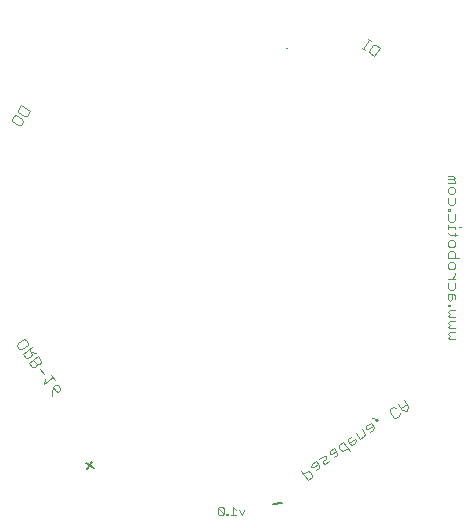
<source format=gbo>
G75*
%MOIN*%
%OFA0B0*%
%FSLAX24Y24*%
%IPPOS*%
%LPD*%
%AMOC8*
5,1,8,0,0,1.08239X$1,22.5*
%
%ADD10C,0.0040*%
%ADD11C,0.0050*%
%ADD12C,0.0030*%
%ADD13R,0.0337X0.0000*%
%ADD14R,0.0337X0.0000*%
%ADD15R,0.0344X0.0001*%
%ADD16R,0.0348X0.0000*%
%ADD17R,0.0347X0.0000*%
%ADD18R,0.0350X0.0000*%
%ADD19R,0.0350X0.0000*%
%ADD20R,0.0352X0.0001*%
%ADD21R,0.0355X0.0000*%
%ADD22R,0.0354X0.0000*%
%ADD23R,0.0356X0.0001*%
%ADD24R,0.0359X0.0000*%
%ADD25R,0.0360X0.0000*%
%ADD26R,0.0361X0.0001*%
%ADD27R,0.0363X0.0000*%
%ADD28R,0.0362X0.0000*%
%ADD29R,0.0365X0.0001*%
%ADD30R,0.0364X0.0001*%
%ADD31R,0.0365X0.0000*%
%ADD32R,0.0366X0.0000*%
%ADD33R,0.0366X0.0000*%
%ADD34R,0.0367X0.0001*%
%ADD35R,0.0369X0.0000*%
%ADD36R,0.0370X0.0001*%
%ADD37R,0.0369X0.0001*%
%ADD38R,0.0370X0.0000*%
%ADD39R,0.0371X0.0000*%
%ADD40R,0.0371X0.0000*%
%ADD41R,0.0372X0.0001*%
%ADD42R,0.0372X0.0001*%
%ADD43R,0.0373X0.0000*%
%ADD44R,0.0373X0.0000*%
%ADD45R,0.0374X0.0001*%
%ADD46R,0.0374X0.0001*%
%ADD47R,0.0375X0.0000*%
%ADD48R,0.0374X0.0000*%
%ADD49R,0.0375X0.0000*%
%ADD50R,0.0375X0.0000*%
%ADD51R,0.0375X0.0001*%
%ADD52R,0.0376X0.0001*%
%ADD53R,0.0376X0.0000*%
%ADD54R,0.0377X0.0001*%
%ADD55R,0.0376X0.0001*%
%ADD56R,0.0377X0.0000*%
%ADD57R,0.0378X0.0000*%
%ADD58R,0.0378X0.0000*%
%ADD59R,0.0379X0.0001*%
%ADD60R,0.0379X0.0000*%
%ADD61R,0.0379X0.0000*%
%ADD62R,0.0380X0.0001*%
%ADD63R,0.0379X0.0001*%
%ADD64R,0.0380X0.0000*%
%ADD65R,0.0379X0.0000*%
%ADD66R,0.0380X0.0000*%
%ADD67R,0.0380X0.0000*%
%ADD68R,0.0380X0.0001*%
%ADD69R,0.0381X0.0001*%
%ADD70R,0.0381X0.0000*%
%ADD71R,0.0381X0.0001*%
%ADD72R,0.0381X0.0001*%
%ADD73R,0.0381X0.0000*%
%ADD74R,0.0382X0.0001*%
%ADD75R,0.0381X0.0001*%
%ADD76R,0.0382X0.0000*%
%ADD77R,0.0382X0.0000*%
%ADD78R,0.0382X0.0001*%
%ADD79R,0.0382X0.0000*%
%ADD80R,0.0383X0.0000*%
%ADD81R,0.0383X0.0001*%
%ADD82R,0.0383X0.0001*%
%ADD83R,0.0383X0.0000*%
%ADD84R,0.0382X0.0001*%
%ADD85R,0.0379X0.0001*%
%ADD86R,0.0381X0.0000*%
%ADD87R,0.0378X0.0001*%
%ADD88R,0.0377X0.0000*%
%ADD89R,0.0376X0.0000*%
%ADD90R,0.0374X0.0000*%
%ADD91R,0.0377X0.0001*%
%ADD92R,0.0372X0.0000*%
%ADD93R,0.0371X0.0001*%
%ADD94R,0.0376X0.0001*%
%ADD95R,0.0371X0.0000*%
%ADD96R,0.0376X0.0000*%
%ADD97R,0.0370X0.0000*%
%ADD98R,0.0369X0.0001*%
%ADD99R,0.0374X0.0001*%
%ADD100R,0.0368X0.0000*%
%ADD101R,0.0374X0.0000*%
%ADD102R,0.0367X0.0001*%
%ADD103R,0.0373X0.0001*%
%ADD104R,0.0366X0.0000*%
%ADD105R,0.0372X0.0000*%
%ADD106R,0.0365X0.0000*%
%ADD107R,0.0371X0.0000*%
%ADD108R,0.0364X0.0001*%
%ADD109R,0.0371X0.0001*%
%ADD110R,0.0362X0.0000*%
%ADD111R,0.0369X0.0000*%
%ADD112R,0.0360X0.0001*%
%ADD113R,0.0369X0.0001*%
%ADD114R,0.0359X0.0000*%
%ADD115R,0.0367X0.0000*%
%ADD116R,0.0357X0.0000*%
%ADD117R,0.0355X0.0001*%
%ADD118R,0.0365X0.0001*%
%ADD119R,0.0354X0.0000*%
%ADD120R,0.0364X0.0000*%
%ADD121R,0.0351X0.0001*%
%ADD122R,0.0363X0.0001*%
%ADD123R,0.0348X0.0000*%
%ADD124R,0.0361X0.0000*%
%ADD125R,0.0345X0.0000*%
%ADD126R,0.0340X0.0001*%
%ADD127R,0.0359X0.0001*%
%ADD128R,0.0258X0.0000*%
%ADD129R,0.0356X0.0000*%
%ADD130R,0.0257X0.0001*%
%ADD131R,0.0354X0.0001*%
%ADD132R,0.0257X0.0000*%
%ADD133R,0.0352X0.0000*%
%ADD134R,0.0347X0.0001*%
%ADD135R,0.0257X0.0000*%
%ADD136R,0.0344X0.0000*%
%ADD137R,0.0257X0.0001*%
%ADD138R,0.0338X0.0001*%
%ADD139R,0.0239X0.0000*%
%ADD140R,0.0256X0.0000*%
%ADD141R,0.0256X0.0001*%
%ADD142R,0.0239X0.0001*%
%ADD143R,0.0239X0.0001*%
%ADD144R,0.0256X0.0000*%
%ADD145R,0.0239X0.0000*%
%ADD146R,0.0256X0.0001*%
%ADD147R,0.0255X0.0000*%
%ADD148R,0.0238X0.0000*%
%ADD149R,0.0255X0.0001*%
%ADD150R,0.0238X0.0001*%
%ADD151R,0.0255X0.0000*%
%ADD152R,0.0255X0.0001*%
%ADD153R,0.0238X0.0001*%
%ADD154R,0.0238X0.0000*%
%ADD155R,0.0255X0.0000*%
%ADD156R,0.0238X0.0000*%
%ADD157R,0.0255X0.0001*%
%ADD158R,0.0238X0.0001*%
%ADD159R,0.0254X0.0000*%
%ADD160R,0.0254X0.0001*%
%ADD161R,0.0237X0.0000*%
%ADD162R,0.0254X0.0001*%
%ADD163R,0.0237X0.0001*%
%ADD164R,0.0254X0.0000*%
%ADD165R,0.0253X0.0000*%
%ADD166R,0.0236X0.0000*%
%ADD167R,0.0253X0.0001*%
%ADD168R,0.0236X0.0001*%
%ADD169R,0.0253X0.0000*%
%ADD170R,0.0253X0.0001*%
%ADD171R,0.0236X0.0001*%
%ADD172R,0.0236X0.0000*%
%ADD173R,0.0252X0.0001*%
%ADD174R,0.0252X0.0000*%
%ADD175R,0.0235X0.0000*%
%ADD176R,0.0235X0.0001*%
%ADD177R,0.0251X0.0000*%
%ADD178R,0.0251X0.0001*%
%ADD179R,0.0235X0.0001*%
%ADD180R,0.0235X0.0000*%
%ADD181R,0.0251X0.0001*%
%ADD182R,0.0251X0.0000*%
%ADD183R,0.0234X0.0000*%
%ADD184R,0.0250X0.0001*%
%ADD185R,0.0234X0.0001*%
%ADD186R,0.0250X0.0000*%
%ADD187R,0.0250X0.0000*%
%ADD188R,0.0234X0.0000*%
%ADD189R,0.0250X0.0001*%
%ADD190R,0.0234X0.0001*%
%ADD191R,0.0250X0.0001*%
%ADD192R,0.0250X0.0000*%
%ADD193R,0.0233X0.0000*%
%ADD194R,0.0249X0.0001*%
%ADD195R,0.0233X0.0001*%
%ADD196R,0.0249X0.0000*%
%ADD197R,0.0233X0.0001*%
%ADD198R,0.0233X0.0000*%
%ADD199R,0.0249X0.0000*%
%ADD200R,0.0249X0.0001*%
%ADD201R,0.0233X0.0000*%
%ADD202R,0.0248X0.0001*%
%ADD203R,0.0233X0.0001*%
%ADD204R,0.0248X0.0000*%
%ADD205R,0.0248X0.0001*%
%ADD206R,0.0232X0.0001*%
%ADD207R,0.0248X0.0000*%
%ADD208R,0.0232X0.0000*%
%ADD209R,0.0247X0.0000*%
%ADD210R,0.0231X0.0000*%
%ADD211R,0.0247X0.0001*%
%ADD212R,0.0231X0.0001*%
%ADD213R,0.0246X0.0001*%
%ADD214R,0.0246X0.0000*%
%ADD215R,0.0231X0.0000*%
%ADD216R,0.0231X0.0001*%
%ADD217R,0.0246X0.0000*%
%ADD218R,0.0246X0.0001*%
%ADD219R,0.0230X0.0000*%
%ADD220R,0.0245X0.0000*%
%ADD221R,0.0245X0.0001*%
%ADD222R,0.0230X0.0001*%
%ADD223R,0.0245X0.0001*%
%ADD224R,0.0230X0.0001*%
%ADD225R,0.0245X0.0000*%
%ADD226R,0.0230X0.0000*%
%ADD227R,0.0245X0.0000*%
%ADD228R,0.0229X0.0000*%
%ADD229R,0.0245X0.0001*%
%ADD230R,0.0229X0.0001*%
%ADD231R,0.0244X0.0000*%
%ADD232R,0.0244X0.0001*%
%ADD233R,0.0229X0.0001*%
%ADD234R,0.0229X0.0000*%
%ADD235R,0.0244X0.0000*%
%ADD236R,0.0228X0.0000*%
%ADD237R,0.0244X0.0001*%
%ADD238R,0.0228X0.0001*%
%ADD239R,0.0243X0.0000*%
%ADD240R,0.0243X0.0001*%
%ADD241R,0.0243X0.0000*%
%ADD242R,0.0228X0.0000*%
%ADD243R,0.0243X0.0001*%
%ADD244R,0.0228X0.0001*%
%ADD245R,0.0242X0.0000*%
%ADD246R,0.0227X0.0000*%
%ADD247R,0.0242X0.0001*%
%ADD248R,0.0227X0.0001*%
%ADD249R,0.0241X0.0000*%
%ADD250R,0.0241X0.0001*%
%ADD251R,0.0227X0.0001*%
%ADD252R,0.0227X0.0000*%
%ADD253R,0.0241X0.0001*%
%ADD254R,0.0241X0.0000*%
%ADD255R,0.0226X0.0000*%
%ADD256R,0.0226X0.0001*%
%ADD257R,0.0240X0.0000*%
%ADD258R,0.0240X0.0001*%
%ADD259R,0.0226X0.0001*%
%ADD260R,0.0240X0.0000*%
%ADD261R,0.0226X0.0000*%
%ADD262R,0.0240X0.0001*%
%ADD263R,0.0225X0.0000*%
%ADD264R,0.0240X0.0001*%
%ADD265R,0.0225X0.0001*%
%ADD266R,0.0240X0.0000*%
%ADD267R,0.0225X0.0000*%
%ADD268R,0.0225X0.0001*%
%ADD269R,0.0239X0.0001*%
%ADD270R,0.0239X0.0000*%
%ADD271R,0.0224X0.0000*%
%ADD272R,0.0224X0.0001*%
%ADD273R,0.0224X0.0001*%
%ADD274R,0.0224X0.0000*%
%ADD275R,0.0223X0.0000*%
%ADD276R,0.0237X0.0001*%
%ADD277R,0.0223X0.0001*%
%ADD278R,0.0237X0.0000*%
%ADD279R,0.0223X0.0001*%
%ADD280R,0.0223X0.0000*%
%ADD281R,0.0236X0.0000*%
%ADD282R,0.0222X0.0000*%
%ADD283R,0.0236X0.0001*%
%ADD284R,0.0222X0.0001*%
%ADD285R,0.0222X0.0000*%
%ADD286R,0.0222X0.0001*%
%ADD287R,0.0221X0.0000*%
%ADD288R,0.0235X0.0000*%
%ADD289R,0.0235X0.0001*%
%ADD290R,0.0221X0.0001*%
%ADD291R,0.0221X0.0001*%
%ADD292R,0.0221X0.0000*%
%ADD293R,0.0234X0.0000*%
%ADD294R,0.0220X0.0000*%
%ADD295R,0.0234X0.0001*%
%ADD296R,0.0220X0.0001*%
%ADD297R,0.0220X0.0001*%
%ADD298R,0.0220X0.0000*%
%ADD299R,0.0219X0.0000*%
%ADD300R,0.0219X0.0001*%
%ADD301R,0.0232X0.0000*%
%ADD302R,0.0232X0.0001*%
%ADD303R,0.0219X0.0000*%
%ADD304R,0.0219X0.0001*%
%ADD305R,0.0231X0.0000*%
%ADD306R,0.0218X0.0000*%
%ADD307R,0.0231X0.0001*%
%ADD308R,0.0218X0.0001*%
%ADD309R,0.0218X0.0001*%
%ADD310R,0.0218X0.0000*%
%ADD311R,0.0217X0.0000*%
%ADD312R,0.0217X0.0001*%
%ADD313R,0.0230X0.0000*%
%ADD314R,0.0230X0.0001*%
%ADD315R,0.0217X0.0001*%
%ADD316R,0.0217X0.0000*%
%ADD317R,0.0216X0.0000*%
%ADD318R,0.0229X0.0001*%
%ADD319R,0.0216X0.0001*%
%ADD320R,0.0229X0.0000*%
%ADD321R,0.0216X0.0000*%
%ADD322R,0.0216X0.0001*%
%ADD323R,0.0215X0.0000*%
%ADD324R,0.0227X0.0001*%
%ADD325R,0.0215X0.0001*%
%ADD326R,0.0227X0.0000*%
%ADD327R,0.0215X0.0001*%
%ADD328R,0.0215X0.0000*%
%ADD329R,0.0214X0.0000*%
%ADD330R,0.0226X0.0001*%
%ADD331R,0.0214X0.0001*%
%ADD332R,0.0226X0.0000*%
%ADD333R,0.0214X0.0001*%
%ADD334R,0.0214X0.0000*%
%ADD335R,0.0213X0.0000*%
%ADD336R,0.0213X0.0001*%
%ADD337R,0.0225X0.0001*%
%ADD338R,0.0225X0.0000*%
%ADD339R,0.0213X0.0000*%
%ADD340R,0.0213X0.0001*%
%ADD341R,0.0213X0.0000*%
%ADD342R,0.0224X0.0000*%
%ADD343R,0.0224X0.0001*%
%ADD344R,0.0213X0.0001*%
%ADD345R,0.0212X0.0001*%
%ADD346R,0.0212X0.0000*%
%ADD347R,0.0211X0.0000*%
%ADD348R,0.0211X0.0001*%
%ADD349R,0.0222X0.0000*%
%ADD350R,0.0222X0.0001*%
%ADD351R,0.0211X0.0001*%
%ADD352R,0.0211X0.0000*%
%ADD353R,0.0210X0.0000*%
%ADD354R,0.0210X0.0001*%
%ADD355R,0.0221X0.0000*%
%ADD356R,0.0221X0.0001*%
%ADD357R,0.0210X0.0000*%
%ADD358R,0.0210X0.0001*%
%ADD359R,0.0209X0.0000*%
%ADD360R,0.0209X0.0001*%
%ADD361R,0.0220X0.0000*%
%ADD362R,0.0220X0.0001*%
%ADD363R,0.0209X0.0001*%
%ADD364R,0.0209X0.0000*%
%ADD365R,0.0208X0.0000*%
%ADD366R,0.0208X0.0001*%
%ADD367R,0.0219X0.0000*%
%ADD368R,0.0219X0.0001*%
%ADD369R,0.0208X0.0001*%
%ADD370R,0.0208X0.0000*%
%ADD371R,0.0208X0.0000*%
%ADD372R,0.0208X0.0001*%
%ADD373R,0.0217X0.0000*%
%ADD374R,0.0207X0.0000*%
%ADD375R,0.0217X0.0001*%
%ADD376R,0.0207X0.0001*%
%ADD377R,0.0206X0.0000*%
%ADD378R,0.0216X0.0001*%
%ADD379R,0.0206X0.0001*%
%ADD380R,0.0216X0.0000*%
%ADD381R,0.0206X0.0001*%
%ADD382R,0.0206X0.0000*%
%ADD383R,0.0205X0.0000*%
%ADD384R,0.0205X0.0001*%
%ADD385R,0.0215X0.0001*%
%ADD386R,0.0205X0.0001*%
%ADD387R,0.0215X0.0000*%
%ADD388R,0.0205X0.0000*%
%ADD389R,0.0204X0.0000*%
%ADD390R,0.0204X0.0001*%
%ADD391R,0.0214X0.0001*%
%ADD392R,0.0214X0.0000*%
%ADD393R,0.0204X0.0000*%
%ADD394R,0.0204X0.0001*%
%ADD395R,0.0203X0.0000*%
%ADD396R,0.0203X0.0001*%
%ADD397R,0.0212X0.0001*%
%ADD398R,0.0203X0.0001*%
%ADD399R,0.0212X0.0000*%
%ADD400R,0.0203X0.0000*%
%ADD401R,0.0203X0.0000*%
%ADD402R,0.0203X0.0001*%
%ADD403R,0.0211X0.0000*%
%ADD404R,0.0211X0.0001*%
%ADD405R,0.0202X0.0001*%
%ADD406R,0.0202X0.0000*%
%ADD407R,0.0201X0.0000*%
%ADD408R,0.0201X0.0001*%
%ADD409R,0.0210X0.0000*%
%ADD410R,0.0201X0.0000*%
%ADD411R,0.0210X0.0001*%
%ADD412R,0.0201X0.0001*%
%ADD413R,0.0200X0.0000*%
%ADD414R,0.0200X0.0001*%
%ADD415R,0.0209X0.0000*%
%ADD416R,0.0209X0.0001*%
%ADD417R,0.0200X0.0001*%
%ADD418R,0.0200X0.0000*%
%ADD419R,0.0199X0.0000*%
%ADD420R,0.0199X0.0001*%
%ADD421R,0.0199X0.0001*%
%ADD422R,0.0207X0.0000*%
%ADD423R,0.0199X0.0000*%
%ADD424R,0.0207X0.0001*%
%ADD425R,0.0198X0.0000*%
%ADD426R,0.0198X0.0001*%
%ADD427R,0.0206X0.0000*%
%ADD428R,0.0198X0.0000*%
%ADD429R,0.0206X0.0001*%
%ADD430R,0.0198X0.0001*%
%ADD431R,0.0198X0.0000*%
%ADD432R,0.0198X0.0001*%
%ADD433R,0.0197X0.0001*%
%ADD434R,0.0205X0.0000*%
%ADD435R,0.0197X0.0000*%
%ADD436R,0.0205X0.0001*%
%ADD437R,0.0196X0.0000*%
%ADD438R,0.0196X0.0001*%
%ADD439R,0.0204X0.0001*%
%ADD440R,0.0196X0.0001*%
%ADD441R,0.0204X0.0000*%
%ADD442R,0.0196X0.0000*%
%ADD443R,0.0195X0.0000*%
%ADD444R,0.0195X0.0001*%
%ADD445R,0.0195X0.0000*%
%ADD446R,0.0202X0.0001*%
%ADD447R,0.0195X0.0001*%
%ADD448R,0.0202X0.0000*%
%ADD449R,0.0194X0.0000*%
%ADD450R,0.0194X0.0001*%
%ADD451R,0.0201X0.0001*%
%ADD452R,0.0194X0.0001*%
%ADD453R,0.0201X0.0000*%
%ADD454R,0.0194X0.0000*%
%ADD455R,0.0193X0.0000*%
%ADD456R,0.0193X0.0001*%
%ADD457R,0.0193X0.0001*%
%ADD458R,0.0193X0.0000*%
%ADD459R,0.0200X0.0001*%
%ADD460R,0.0200X0.0000*%
%ADD461R,0.0193X0.0000*%
%ADD462R,0.0193X0.0001*%
%ADD463R,0.0199X0.0000*%
%ADD464R,0.0192X0.0000*%
%ADD465R,0.0199X0.0001*%
%ADD466R,0.0192X0.0001*%
%ADD467R,0.0191X0.0000*%
%ADD468R,0.0191X0.0001*%
%ADD469R,0.0191X0.0001*%
%ADD470R,0.0191X0.0000*%
%ADD471R,0.0197X0.0000*%
%ADD472R,0.0197X0.0001*%
%ADD473R,0.0190X0.0000*%
%ADD474R,0.0190X0.0001*%
%ADD475R,0.0190X0.0001*%
%ADD476R,0.0196X0.0000*%
%ADD477R,0.0190X0.0000*%
%ADD478R,0.0196X0.0001*%
%ADD479R,0.0189X0.0000*%
%ADD480R,0.0189X0.0001*%
%ADD481R,0.0189X0.0000*%
%ADD482R,0.0189X0.0001*%
%ADD483R,0.0195X0.0000*%
%ADD484R,0.0195X0.0001*%
%ADD485R,0.0188X0.0000*%
%ADD486R,0.0188X0.0001*%
%ADD487R,0.0188X0.0001*%
%ADD488R,0.0194X0.0000*%
%ADD489R,0.0188X0.0000*%
%ADD490R,0.0194X0.0001*%
%ADD491R,0.0187X0.0000*%
%ADD492R,0.0187X0.0001*%
%ADD493R,0.0187X0.0001*%
%ADD494R,0.0187X0.0000*%
%ADD495R,0.0192X0.0000*%
%ADD496R,0.0186X0.0000*%
%ADD497R,0.0192X0.0001*%
%ADD498R,0.0186X0.0001*%
%ADD499R,0.0186X0.0000*%
%ADD500R,0.0191X0.0001*%
%ADD501R,0.0186X0.0001*%
%ADD502R,0.0191X0.0000*%
%ADD503R,0.0185X0.0000*%
%ADD504R,0.0185X0.0001*%
%ADD505R,0.0185X0.0001*%
%ADD506R,0.0185X0.0000*%
%ADD507R,0.0190X0.0001*%
%ADD508R,0.0190X0.0000*%
%ADD509R,0.0184X0.0000*%
%ADD510R,0.0184X0.0001*%
%ADD511R,0.0184X0.0001*%
%ADD512R,0.0184X0.0000*%
%ADD513R,0.0189X0.0001*%
%ADD514R,0.0189X0.0000*%
%ADD515R,0.0183X0.0000*%
%ADD516R,0.0183X0.0001*%
%ADD517R,0.0183X0.0000*%
%ADD518R,0.0183X0.0001*%
%ADD519R,0.0187X0.0001*%
%ADD520R,0.0187X0.0000*%
%ADD521R,0.0182X0.0000*%
%ADD522R,0.0182X0.0001*%
%ADD523R,0.0182X0.0001*%
%ADD524R,0.0182X0.0000*%
%ADD525R,0.0186X0.0000*%
%ADD526R,0.0186X0.0001*%
%ADD527R,0.0181X0.0000*%
%ADD528R,0.0181X0.0001*%
%ADD529R,0.0181X0.0001*%
%ADD530R,0.0181X0.0000*%
%ADD531R,0.0185X0.0000*%
%ADD532R,0.0180X0.0000*%
%ADD533R,0.0185X0.0001*%
%ADD534R,0.0180X0.0001*%
%ADD535R,0.0180X0.0000*%
%ADD536R,0.0180X0.0001*%
%ADD537R,0.0184X0.0000*%
%ADD538R,0.0184X0.0001*%
%ADD539R,0.0179X0.0000*%
%ADD540R,0.0179X0.0001*%
%ADD541R,0.0179X0.0001*%
%ADD542R,0.0179X0.0000*%
%ADD543R,0.0182X0.0000*%
%ADD544R,0.0178X0.0000*%
%ADD545R,0.0182X0.0001*%
%ADD546R,0.0178X0.0001*%
%ADD547R,0.0178X0.0001*%
%ADD548R,0.0178X0.0000*%
%ADD549R,0.0181X0.0000*%
%ADD550R,0.0177X0.0000*%
%ADD551R,0.0181X0.0001*%
%ADD552R,0.0177X0.0001*%
%ADD553R,0.0177X0.0000*%
%ADD554R,0.0177X0.0001*%
%ADD555R,0.0180X0.0000*%
%ADD556R,0.0176X0.0000*%
%ADD557R,0.0180X0.0001*%
%ADD558R,0.0176X0.0001*%
%ADD559R,0.0176X0.0001*%
%ADD560R,0.0176X0.0000*%
%ADD561R,0.0179X0.0001*%
%ADD562R,0.0179X0.0000*%
%ADD563R,0.0175X0.0000*%
%ADD564R,0.0175X0.0001*%
%ADD565R,0.0175X0.0001*%
%ADD566R,0.0175X0.0000*%
%ADD567R,0.0174X0.0000*%
%ADD568R,0.0177X0.0001*%
%ADD569R,0.0174X0.0001*%
%ADD570R,0.0177X0.0000*%
%ADD571R,0.0174X0.0000*%
%ADD572R,0.0174X0.0001*%
%ADD573R,0.0176X0.0001*%
%ADD574R,0.0176X0.0000*%
%ADD575R,0.0173X0.0000*%
%ADD576R,0.0173X0.0001*%
%ADD577R,0.0173X0.0001*%
%ADD578R,0.0173X0.0000*%
%ADD579R,0.0173X0.0000*%
%ADD580R,0.0175X0.0001*%
%ADD581R,0.0173X0.0001*%
%ADD582R,0.0175X0.0000*%
%ADD583R,0.0172X0.0001*%
%ADD584R,0.0172X0.0000*%
%ADD585R,0.0174X0.0000*%
%ADD586R,0.0171X0.0000*%
%ADD587R,0.0174X0.0001*%
%ADD588R,0.0171X0.0001*%
%ADD589R,0.0171X0.0000*%
%ADD590R,0.0171X0.0001*%
%ADD591R,0.0170X0.0000*%
%ADD592R,0.0172X0.0000*%
%ADD593R,0.0172X0.0001*%
%ADD594R,0.0170X0.0001*%
%ADD595R,0.0170X0.0001*%
%ADD596R,0.0170X0.0000*%
%ADD597R,0.0171X0.0000*%
%ADD598R,0.0169X0.0000*%
%ADD599R,0.0171X0.0001*%
%ADD600R,0.0169X0.0001*%
%ADD601R,0.0169X0.0001*%
%ADD602R,0.0169X0.0000*%
%ADD603R,0.0168X0.0000*%
%ADD604R,0.0168X0.0001*%
%ADD605R,0.0170X0.0000*%
%ADD606R,0.0170X0.0001*%
%ADD607R,0.0168X0.0000*%
%ADD608R,0.0168X0.0001*%
%ADD609R,0.0169X0.0000*%
%ADD610R,0.0168X0.0000*%
%ADD611R,0.0169X0.0001*%
%ADD612R,0.0168X0.0001*%
%ADD613R,0.0167X0.0001*%
%ADD614R,0.0167X0.0000*%
%ADD615R,0.0166X0.0000*%
%ADD616R,0.0166X0.0001*%
%ADD617R,0.0167X0.0000*%
%ADD618R,0.0167X0.0001*%
%ADD619R,0.0166X0.0001*%
%ADD620R,0.0166X0.0000*%
%ADD621R,0.0165X0.0000*%
%ADD622R,0.0166X0.0001*%
%ADD623R,0.0165X0.0001*%
%ADD624R,0.0166X0.0000*%
%ADD625R,0.0165X0.0000*%
%ADD626R,0.0165X0.0001*%
%ADD627R,0.0164X0.0000*%
%ADD628R,0.0165X0.0001*%
%ADD629R,0.0164X0.0001*%
%ADD630R,0.0165X0.0000*%
%ADD631R,0.0164X0.0001*%
%ADD632R,0.0164X0.0000*%
%ADD633R,0.0163X0.0000*%
%ADD634R,0.0164X0.0001*%
%ADD635R,0.0163X0.0001*%
%ADD636R,0.0164X0.0000*%
%ADD637R,0.0163X0.0001*%
%ADD638R,0.0163X0.0000*%
%ADD639R,0.0163X0.0000*%
%ADD640R,0.0163X0.0001*%
%ADD641R,0.0162X0.0001*%
%ADD642R,0.0162X0.0000*%
%ADD643R,0.0162X0.0000*%
%ADD644R,0.0161X0.0001*%
%ADD645R,0.0162X0.0001*%
%ADD646R,0.0161X0.0000*%
%ADD647R,0.0161X0.0000*%
%ADD648R,0.0161X0.0001*%
%ADD649R,0.0160X0.0001*%
%ADD650R,0.0161X0.0001*%
%ADD651R,0.0160X0.0000*%
%ADD652R,0.0161X0.0000*%
%ADD653R,0.0160X0.0000*%
%ADD654R,0.0160X0.0001*%
%ADD655R,0.0160X0.0000*%
%ADD656R,0.0160X0.0001*%
%ADD657R,0.0159X0.0001*%
%ADD658R,0.0159X0.0000*%
%ADD659R,0.0159X0.0000*%
%ADD660R,0.0159X0.0001*%
%ADD661R,0.0159X0.0000*%
%ADD662R,0.0159X0.0001*%
%ADD663R,0.0158X0.0000*%
%ADD664R,0.0158X0.0001*%
%ADD665R,0.0158X0.0000*%
%ADD666R,0.0158X0.0000*%
%ADD667R,0.0158X0.0001*%
%ADD668R,0.0158X0.0001*%
%ADD669R,0.0157X0.0000*%
%ADD670R,0.0157X0.0001*%
%ADD671R,0.0156X0.0000*%
%ADD672R,0.0156X0.0001*%
%ADD673R,0.0156X0.0000*%
%ADD674R,0.0156X0.0001*%
%ADD675R,0.0157X0.0001*%
%ADD676R,0.0155X0.0000*%
%ADD677R,0.0157X0.0000*%
%ADD678R,0.0155X0.0001*%
%ADD679R,0.0155X0.0001*%
%ADD680R,0.0155X0.0000*%
%ADD681R,0.0155X0.0000*%
%ADD682R,0.0156X0.0000*%
%ADD683R,0.0155X0.0001*%
%ADD684R,0.0156X0.0001*%
%ADD685R,0.0154X0.0000*%
%ADD686R,0.0154X0.0001*%
%ADD687R,0.0154X0.0001*%
%ADD688R,0.0154X0.0000*%
%ADD689R,0.0153X0.0000*%
%ADD690R,0.0153X0.0001*%
%ADD691R,0.0154X0.0000*%
%ADD692R,0.0153X0.0001*%
%ADD693R,0.0154X0.0001*%
%ADD694R,0.0153X0.0000*%
%ADD695R,0.0152X0.0001*%
%ADD696R,0.0152X0.0000*%
%ADD697R,0.0151X0.0000*%
%ADD698R,0.0153X0.0000*%
%ADD699R,0.0151X0.0001*%
%ADD700R,0.0153X0.0001*%
%ADD701R,0.0151X0.0001*%
%ADD702R,0.0151X0.0000*%
%ADD703R,0.0150X0.0001*%
%ADD704R,0.0150X0.0000*%
%ADD705R,0.0150X0.0000*%
%ADD706R,0.0150X0.0001*%
%ADD707R,0.0150X0.0001*%
%ADD708R,0.0152X0.0001*%
%ADD709R,0.0150X0.0000*%
%ADD710R,0.0152X0.0000*%
%ADD711R,0.0149X0.0000*%
%ADD712R,0.0149X0.0001*%
%ADD713R,0.0149X0.0000*%
%ADD714R,0.0149X0.0001*%
%ADD715R,0.0151X0.0001*%
%ADD716R,0.0151X0.0000*%
%ADD717R,0.0148X0.0001*%
%ADD718R,0.0148X0.0000*%
%ADD719R,0.0260X0.0000*%
%ADD720R,0.0259X0.0000*%
%ADD721R,0.0260X0.0001*%
%ADD722R,0.0259X0.0001*%
%ADD723R,0.0868X0.0000*%
%ADD724R,0.0868X0.0001*%
%ADD725R,0.0321X0.0000*%
%ADD726R,0.0305X0.0000*%
%ADD727R,0.0321X0.0001*%
%ADD728R,0.0305X0.0001*%
%ADD729R,0.0867X0.0000*%
%ADD730R,0.0867X0.0001*%
%ADD731R,0.0867X0.0000*%
%ADD732R,0.0867X0.0001*%
%ADD733R,0.0866X0.0000*%
%ADD734R,0.0866X0.0000*%
%ADD735R,0.0866X0.0001*%
%ADD736R,0.0866X0.0000*%
%ADD737R,0.0866X0.0001*%
%ADD738R,0.0865X0.0000*%
%ADD739R,0.0865X0.0001*%
%ADD740R,0.0864X0.0001*%
%ADD741R,0.0864X0.0000*%
%ADD742R,0.0864X0.0001*%
%ADD743R,0.0864X0.0000*%
%ADD744R,0.0864X0.0001*%
%ADD745R,0.0864X0.0000*%
%ADD746R,0.0863X0.0001*%
%ADD747R,0.0863X0.0000*%
%ADD748R,0.0862X0.0001*%
%ADD749R,0.0862X0.0000*%
%ADD750R,0.0862X0.0001*%
%ADD751R,0.0862X0.0000*%
%ADD752R,0.0861X0.0001*%
%ADD753R,0.0861X0.0000*%
%ADD754R,0.0861X0.0001*%
%ADD755R,0.0860X0.0001*%
%ADD756R,0.0860X0.0000*%
%ADD757R,0.0859X0.0000*%
%ADD758R,0.0859X0.0001*%
%ADD759R,0.0858X0.0000*%
%ADD760R,0.0858X0.0001*%
%ADD761R,0.0857X0.0001*%
%ADD762R,0.0857X0.0000*%
%ADD763R,0.0856X0.0000*%
%ADD764R,0.0856X0.0001*%
%ADD765R,0.0855X0.0000*%
%ADD766R,0.0855X0.0001*%
%ADD767R,0.0855X0.0000*%
%ADD768R,0.0855X0.0001*%
%ADD769R,0.0854X0.0000*%
%ADD770R,0.0854X0.0001*%
%ADD771R,0.0853X0.0000*%
%ADD772R,0.0853X0.0001*%
%ADD773R,0.0853X0.0000*%
%ADD774R,0.0853X0.0000*%
%ADD775R,0.0852X0.0001*%
%ADD776R,0.0852X0.0000*%
%ADD777R,0.0852X0.0001*%
%ADD778R,0.0851X0.0000*%
%ADD779R,0.0850X0.0001*%
%ADD780R,0.0850X0.0000*%
%ADD781R,0.0850X0.0001*%
%ADD782R,0.0849X0.0000*%
%ADD783R,0.0848X0.0001*%
%ADD784R,0.0848X0.0000*%
%ADD785R,0.0848X0.0001*%
%ADD786R,0.0848X0.0000*%
%ADD787R,0.0847X0.0000*%
%ADD788R,0.0847X0.0001*%
%ADD789R,0.0846X0.0000*%
%ADD790R,0.0846X0.0001*%
%ADD791R,0.0845X0.0000*%
%ADD792R,0.0845X0.0000*%
%ADD793R,0.0845X0.0001*%
%ADD794R,0.0843X0.0000*%
%ADD795R,0.0843X0.0001*%
%ADD796R,0.0841X0.0000*%
%ADD797R,0.0840X0.0000*%
%ADD798R,0.0839X0.0001*%
%ADD799R,0.0838X0.0000*%
%ADD800R,0.0837X0.0001*%
%ADD801R,0.0836X0.0000*%
%ADD802R,0.0835X0.0000*%
%ADD803R,0.0834X0.0001*%
%ADD804R,0.0833X0.0000*%
%ADD805R,0.0832X0.0001*%
%ADD806R,0.0831X0.0000*%
%ADD807R,0.0830X0.0000*%
%ADD808R,0.0829X0.0001*%
%ADD809R,0.0828X0.0000*%
%ADD810R,0.0827X0.0001*%
%ADD811R,0.0826X0.0000*%
%ADD812R,0.0825X0.0000*%
%ADD813R,0.0824X0.0001*%
%ADD814R,0.0823X0.0000*%
%ADD815R,0.0822X0.0001*%
%ADD816R,0.0821X0.0000*%
%ADD817R,0.0820X0.0000*%
%ADD818R,0.0819X0.0001*%
%ADD819R,0.0818X0.0000*%
%ADD820R,0.0817X0.0001*%
%ADD821R,0.0816X0.0000*%
%ADD822R,0.0815X0.0000*%
%ADD823R,0.0814X0.0001*%
%ADD824R,0.0813X0.0000*%
%ADD825R,0.0812X0.0001*%
%ADD826R,0.0811X0.0000*%
%ADD827R,0.0810X0.0000*%
%ADD828R,0.0808X0.0001*%
%ADD829R,0.0808X0.0000*%
%ADD830R,0.0807X0.0001*%
%ADD831R,0.0805X0.0000*%
%ADD832R,0.0805X0.0000*%
%ADD833R,0.0803X0.0001*%
%ADD834R,0.0803X0.0000*%
%ADD835R,0.0802X0.0001*%
%ADD836R,0.0800X0.0000*%
%ADD837R,0.0800X0.0000*%
%ADD838R,0.0798X0.0001*%
%ADD839R,0.0798X0.0000*%
%ADD840R,0.0797X0.0001*%
%ADD841R,0.0795X0.0000*%
%ADD842R,0.0795X0.0000*%
%ADD843R,0.0793X0.0001*%
%ADD844R,0.0793X0.0000*%
%ADD845R,0.0791X0.0001*%
%ADD846R,0.0790X0.0000*%
%ADD847R,0.0789X0.0000*%
%ADD848R,0.0788X0.0001*%
%ADD849R,0.0787X0.0000*%
%ADD850R,0.0786X0.0001*%
%ADD851R,0.0785X0.0000*%
%ADD852R,0.0784X0.0000*%
%ADD853R,0.0783X0.0001*%
%ADD854R,0.0782X0.0000*%
%ADD855R,0.0781X0.0001*%
%ADD856R,0.0780X0.0000*%
%ADD857R,0.0779X0.0000*%
%ADD858R,0.0778X0.0001*%
%ADD859R,0.0777X0.0000*%
%ADD860R,0.0776X0.0001*%
%ADD861R,0.0775X0.0000*%
%ADD862R,0.0774X0.0000*%
%ADD863R,0.0773X0.0001*%
%ADD864R,0.0772X0.0000*%
%ADD865R,0.0771X0.0001*%
%ADD866R,0.0770X0.0000*%
%ADD867R,0.0769X0.0000*%
%ADD868R,0.0768X0.0001*%
%ADD869R,0.0767X0.0000*%
%ADD870R,0.0766X0.0001*%
%ADD871R,0.0765X0.0000*%
%ADD872R,0.0764X0.0000*%
%ADD873R,0.0763X0.0001*%
%ADD874R,0.0762X0.0000*%
%ADD875R,0.0761X0.0001*%
%ADD876R,0.0760X0.0000*%
%ADD877R,0.0758X0.0000*%
%ADD878R,0.0757X0.0001*%
%ADD879R,0.0757X0.0000*%
%ADD880R,0.0755X0.0001*%
%ADD881R,0.0755X0.0000*%
%ADD882R,0.0753X0.0000*%
%ADD883R,0.0752X0.0001*%
%ADD884R,0.0752X0.0000*%
%ADD885R,0.0750X0.0001*%
%ADD886R,0.0750X0.0000*%
%ADD887R,0.0748X0.0000*%
%ADD888R,0.0747X0.0001*%
%ADD889R,0.0747X0.0000*%
%ADD890R,0.0745X0.0001*%
%ADD891R,0.0745X0.0000*%
%ADD892R,0.0743X0.0000*%
%ADD893R,0.0742X0.0001*%
%ADD894R,0.0741X0.0000*%
%ADD895R,0.0740X0.0001*%
%ADD896R,0.0739X0.0000*%
%ADD897R,0.0738X0.0000*%
%ADD898R,0.0737X0.0001*%
%ADD899R,0.0736X0.0000*%
%ADD900R,0.0735X0.0001*%
%ADD901R,0.0734X0.0000*%
%ADD902R,0.0733X0.0000*%
%ADD903R,0.0732X0.0001*%
%ADD904R,0.0731X0.0000*%
%ADD905R,0.0730X0.0001*%
%ADD906R,0.0729X0.0000*%
%ADD907R,0.0728X0.0000*%
%ADD908R,0.0727X0.0001*%
%ADD909R,0.0726X0.0000*%
%ADD910R,0.0725X0.0001*%
%ADD911R,0.0724X0.0000*%
%ADD912R,0.0723X0.0000*%
%ADD913R,0.0722X0.0001*%
%ADD914R,0.0721X0.0000*%
%ADD915R,0.0720X0.0001*%
%ADD916R,0.0719X0.0000*%
%ADD917R,0.0718X0.0000*%
%ADD918R,0.0717X0.0001*%
%ADD919R,0.0716X0.0000*%
%ADD920R,0.0715X0.0001*%
%ADD921R,0.0714X0.0000*%
%ADD922R,0.0713X0.0000*%
%ADD923R,0.0712X0.0001*%
%ADD924R,0.0711X0.0000*%
%ADD925R,0.0710X0.0001*%
%ADD926R,0.0709X0.0000*%
%ADD927R,0.0707X0.0000*%
%ADD928R,0.0707X0.0001*%
%ADD929R,0.0705X0.0000*%
%ADD930R,0.0705X0.0001*%
%ADD931R,0.0703X0.0000*%
%ADD932R,0.0703X0.0000*%
%ADD933R,0.0702X0.0001*%
%ADD934R,0.0700X0.0000*%
%ADD935R,0.0700X0.0001*%
%ADD936R,0.0698X0.0000*%
%ADD937R,0.0698X0.0000*%
%ADD938R,0.0697X0.0001*%
%ADD939R,0.0695X0.0000*%
%ADD940R,0.0695X0.0001*%
%ADD941R,0.0693X0.0000*%
%ADD942R,0.0692X0.0000*%
%ADD943R,0.0691X0.0001*%
%ADD944R,0.0690X0.0000*%
%ADD945R,0.0689X0.0001*%
%ADD946R,0.0688X0.0000*%
%ADD947R,0.0687X0.0000*%
%ADD948R,0.0686X0.0001*%
%ADD949R,0.0685X0.0000*%
%ADD950R,0.0684X0.0001*%
%ADD951R,0.0683X0.0000*%
%ADD952R,0.0682X0.0000*%
%ADD953R,0.0681X0.0001*%
%ADD954R,0.0680X0.0000*%
%ADD955R,0.0679X0.0001*%
%ADD956R,0.0678X0.0000*%
%ADD957R,0.0677X0.0000*%
%ADD958R,0.0676X0.0001*%
%ADD959R,0.0675X0.0000*%
%ADD960R,0.0674X0.0001*%
%ADD961R,0.0673X0.0000*%
%ADD962R,0.0672X0.0000*%
%ADD963R,0.0671X0.0001*%
%ADD964R,0.0670X0.0000*%
%ADD965R,0.0669X0.0001*%
%ADD966R,0.0668X0.0000*%
%ADD967R,0.0667X0.0000*%
%ADD968R,0.0666X0.0001*%
%ADD969R,0.0665X0.0000*%
%ADD970R,0.0664X0.0001*%
%ADD971R,0.0663X0.0000*%
%ADD972R,0.0662X0.0000*%
%ADD973R,0.0661X0.0001*%
%ADD974R,0.0660X0.0000*%
%ADD975R,0.0659X0.0001*%
%ADD976R,0.0658X0.0000*%
%ADD977R,0.0657X0.0000*%
%ADD978R,0.0655X0.0001*%
%ADD979R,0.0655X0.0000*%
%ADD980R,0.0653X0.0001*%
%ADD981R,0.0653X0.0000*%
%ADD982R,0.0652X0.0000*%
%ADD983R,0.0650X0.0001*%
%ADD984R,0.0650X0.0000*%
%ADD985R,0.0648X0.0001*%
%ADD986R,0.0648X0.0000*%
%ADD987R,0.0647X0.0000*%
%ADD988R,0.0645X0.0001*%
%ADD989R,0.0645X0.0000*%
%ADD990R,0.0643X0.0001*%
%ADD991R,0.0642X0.0000*%
%ADD992R,0.0641X0.0000*%
%ADD993R,0.0640X0.0001*%
%ADD994R,0.0639X0.0000*%
%ADD995R,0.0638X0.0001*%
%ADD996R,0.0637X0.0000*%
%ADD997R,0.0636X0.0000*%
%ADD998R,0.0635X0.0001*%
%ADD999R,0.0634X0.0000*%
%ADD1000R,0.0633X0.0001*%
%ADD1001R,0.0632X0.0000*%
%ADD1002R,0.0631X0.0000*%
%ADD1003R,0.0630X0.0001*%
%ADD1004R,0.0629X0.0000*%
%ADD1005R,0.0628X0.0001*%
%ADD1006R,0.0627X0.0000*%
%ADD1007R,0.0626X0.0000*%
%ADD1008R,0.0625X0.0001*%
%ADD1009R,0.0624X0.0000*%
%ADD1010R,0.0623X0.0001*%
%ADD1011R,0.0622X0.0000*%
%ADD1012R,0.0621X0.0000*%
%ADD1013R,0.0620X0.0001*%
%ADD1014R,0.0619X0.0000*%
%ADD1015R,0.0618X0.0001*%
%ADD1016R,0.0617X0.0000*%
%ADD1017R,0.0616X0.0000*%
%ADD1018R,0.0615X0.0001*%
%ADD1019R,0.0614X0.0000*%
%ADD1020R,0.0613X0.0001*%
%ADD1021R,0.0612X0.0000*%
%ADD1022R,0.0611X0.0000*%
%ADD1023R,0.0610X0.0001*%
%ADD1024R,0.0609X0.0000*%
%ADD1025R,0.0607X0.0001*%
%ADD1026R,0.0607X0.0000*%
%ADD1027R,0.0605X0.0000*%
%ADD1028R,0.0605X0.0001*%
%ADD1029R,0.0603X0.0000*%
%ADD1030R,0.0602X0.0001*%
%ADD1031R,0.0602X0.0000*%
%ADD1032R,0.0600X0.0000*%
%ADD1033R,0.0600X0.0001*%
%ADD1034R,0.0598X0.0000*%
%ADD1035R,0.0597X0.0001*%
%ADD1036R,0.0597X0.0000*%
%ADD1037R,0.0595X0.0000*%
%ADD1038R,0.0595X0.0001*%
%ADD1039R,0.0593X0.0000*%
%ADD1040R,0.0592X0.0001*%
%ADD1041R,0.0591X0.0000*%
%ADD1042R,0.0590X0.0000*%
%ADD1043R,0.0589X0.0001*%
%ADD1044R,0.0588X0.0000*%
%ADD1045R,0.0587X0.0001*%
%ADD1046R,0.0586X0.0000*%
%ADD1047R,0.0585X0.0000*%
%ADD1048R,0.0584X0.0001*%
%ADD1049R,0.0583X0.0000*%
%ADD1050R,0.0582X0.0001*%
%ADD1051R,0.0581X0.0000*%
%ADD1052R,0.0580X0.0000*%
%ADD1053R,0.0579X0.0001*%
%ADD1054R,0.0578X0.0000*%
%ADD1055R,0.0577X0.0001*%
%ADD1056R,0.0576X0.0000*%
%ADD1057R,0.0575X0.0000*%
%ADD1058R,0.0574X0.0001*%
%ADD1059R,0.0573X0.0000*%
%ADD1060R,0.0571X0.0001*%
%ADD1061R,0.0568X0.0000*%
%ADD1062R,0.0565X0.0000*%
%ADD1063R,0.0563X0.0001*%
%ADD1064R,0.0560X0.0000*%
%ADD1065R,0.0557X0.0001*%
%ADD1066R,0.0554X0.0000*%
%ADD1067R,0.0551X0.0000*%
%ADD1068R,0.0548X0.0001*%
%ADD1069R,0.0545X0.0000*%
%ADD1070R,0.0542X0.0001*%
%ADD1071R,0.0537X0.0000*%
%ADD1072R,0.0533X0.0000*%
%ADD1073R,0.0530X0.0001*%
%ADD1074R,0.0526X0.0000*%
%ADD1075R,0.0522X0.0001*%
%ADD1076R,0.0518X0.0000*%
%ADD1077R,0.0513X0.0000*%
%ADD1078R,0.0508X0.0001*%
%ADD1079R,0.0503X0.0000*%
%ADD1080R,0.0496X0.0001*%
%ADD1081R,0.0489X0.0000*%
%ADD1082R,0.0477X0.0000*%
%ADD1083C,0.0000*%
D10*
X002989Y004291D02*
X002969Y004424D01*
X002999Y004592D01*
X003102Y004444D01*
X003186Y004429D01*
X003235Y004464D01*
X003250Y004547D01*
X003181Y004646D01*
X003097Y004660D01*
X002999Y004592D01*
X003073Y004800D02*
X002935Y004997D01*
X003004Y004898D02*
X002709Y004692D01*
X002738Y004859D01*
X002714Y004998D02*
X002576Y005195D01*
X002454Y005265D02*
X002468Y005349D01*
X002365Y005497D01*
X002292Y005602D02*
X002306Y005685D01*
X002203Y005833D01*
X002301Y005902D02*
X002006Y005695D01*
X002110Y005547D01*
X002193Y005533D01*
X002292Y005602D01*
X002272Y005734D02*
X002439Y005705D01*
X002513Y005600D02*
X002218Y005393D01*
X002321Y005246D01*
X002405Y005231D01*
X002454Y005265D01*
X002468Y005349D02*
X002552Y005334D01*
X002601Y005369D01*
X002616Y005452D01*
X002513Y005600D01*
X002179Y005972D02*
X001982Y005834D01*
X001898Y005849D01*
X001830Y005948D01*
X001844Y006031D01*
X002041Y006169D01*
X002125Y006154D01*
X002194Y006056D01*
X002179Y005972D01*
X001861Y013302D02*
X001661Y013435D01*
X001644Y013518D01*
X001711Y013618D01*
X001794Y013635D01*
X001994Y013501D01*
X002011Y013418D01*
X001944Y013318D01*
X001861Y013302D01*
X002065Y013608D02*
X001865Y013741D01*
X001849Y013824D01*
X001949Y013974D01*
X002248Y013774D01*
X002148Y013625D01*
X002065Y013608D01*
X012549Y002646D02*
X012697Y002749D01*
X012903Y002454D01*
X012834Y002552D02*
X012687Y002449D01*
X012603Y002464D01*
X012534Y002562D01*
X012549Y002646D01*
X012395Y002538D02*
X012498Y002390D01*
X012483Y002307D01*
X012385Y002238D01*
X012316Y002336D02*
X012233Y002351D01*
X012247Y002435D01*
X012395Y002538D01*
X012464Y002440D02*
X012316Y002336D01*
X012128Y002277D02*
X012113Y002194D01*
X012014Y002125D01*
X012000Y002041D01*
X012083Y002027D01*
X012231Y002130D01*
X012128Y002277D02*
X012044Y002292D01*
X011896Y002189D01*
X011791Y002115D02*
X011644Y002012D01*
X011629Y001928D01*
X011713Y001914D01*
X011860Y002017D01*
X011895Y001968D02*
X011791Y002115D01*
X011895Y001968D02*
X011880Y001884D01*
X011782Y001815D01*
X011662Y001658D02*
X011593Y001757D01*
X011509Y001771D01*
X011362Y001668D01*
X011293Y001766D02*
X011500Y001471D01*
X011647Y001575D01*
X011662Y001658D01*
X012905Y002675D02*
X012988Y002660D01*
X013087Y002729D01*
X013102Y002813D01*
X013067Y002862D01*
X012870Y002724D01*
X012836Y002773D02*
X012905Y002675D01*
X012836Y002773D02*
X012851Y002857D01*
X012949Y002926D01*
X013103Y003034D02*
X013241Y002837D01*
X013389Y002940D01*
X013403Y003024D01*
X013300Y003172D01*
X013439Y003196D02*
X013454Y003280D01*
X013602Y003383D01*
X013705Y003235D01*
X013690Y003152D01*
X013592Y003083D01*
X013523Y003181D02*
X013671Y003285D01*
X013523Y003181D02*
X013439Y003196D01*
X013638Y003555D02*
X013805Y003525D01*
X013756Y003491D01*
X013790Y003442D01*
X013839Y003476D01*
X013805Y003525D01*
X014244Y003759D02*
X014382Y003563D01*
X014465Y003548D01*
X014564Y003617D01*
X014578Y003700D01*
X014649Y003823D02*
X014816Y003793D01*
X014846Y003961D01*
X014708Y004158D01*
X014811Y004010D02*
X014615Y003872D01*
X014649Y003823D02*
X014511Y004020D01*
X014441Y003897D02*
X014357Y003912D01*
X014259Y003843D01*
X014244Y003759D01*
X016245Y006165D02*
X016185Y006225D01*
X016245Y006285D01*
X016185Y006345D01*
X016245Y006405D01*
X016425Y006405D01*
X016425Y006533D02*
X016245Y006533D01*
X016185Y006594D01*
X016245Y006654D01*
X016185Y006714D01*
X016245Y006774D01*
X016425Y006774D01*
X016425Y006902D02*
X016245Y006902D01*
X016185Y006962D01*
X016245Y007022D01*
X016185Y007082D01*
X016245Y007142D01*
X016425Y007142D01*
X016245Y007270D02*
X016245Y007330D01*
X016185Y007330D01*
X016185Y007270D01*
X016245Y007270D01*
X016245Y007454D02*
X016305Y007514D01*
X016305Y007694D01*
X016365Y007694D02*
X016185Y007694D01*
X016185Y007514D01*
X016245Y007454D01*
X016425Y007514D02*
X016425Y007634D01*
X016365Y007694D01*
X016365Y007823D02*
X016245Y007823D01*
X016185Y007883D01*
X016185Y008063D01*
X016185Y008191D02*
X016425Y008191D01*
X016305Y008191D02*
X016425Y008311D01*
X016425Y008371D01*
X016365Y008498D02*
X016245Y008498D01*
X016185Y008558D01*
X016185Y008678D01*
X016245Y008738D01*
X016365Y008738D01*
X016425Y008678D01*
X016425Y008558D01*
X016365Y008498D01*
X016425Y008866D02*
X016425Y009046D01*
X016365Y009106D01*
X016245Y009106D01*
X016185Y009046D01*
X016185Y008866D01*
X016545Y008866D01*
X016365Y009234D02*
X016245Y009234D01*
X016185Y009294D01*
X016185Y009415D01*
X016245Y009475D01*
X016365Y009475D01*
X016425Y009415D01*
X016425Y009294D01*
X016365Y009234D01*
X016425Y009603D02*
X016425Y009723D01*
X016485Y009663D02*
X016245Y009663D01*
X016185Y009723D01*
X016185Y009848D02*
X016185Y009968D01*
X016185Y009908D02*
X016425Y009908D01*
X016425Y009848D01*
X016545Y009908D02*
X016605Y009908D01*
X016365Y010094D02*
X016425Y010154D01*
X016425Y010334D01*
X016245Y010462D02*
X016245Y010522D01*
X016185Y010522D01*
X016185Y010462D01*
X016245Y010462D01*
X016185Y010334D02*
X016185Y010154D01*
X016245Y010094D01*
X016365Y010094D01*
X016365Y010646D02*
X016245Y010646D01*
X016185Y010706D01*
X016185Y010887D01*
X016245Y011015D02*
X016185Y011075D01*
X016185Y011195D01*
X016245Y011255D01*
X016365Y011255D01*
X016425Y011195D01*
X016425Y011075D01*
X016365Y011015D01*
X016245Y011015D01*
X016425Y010887D02*
X016425Y010706D01*
X016365Y010646D01*
X016425Y011383D02*
X016185Y011383D01*
X016185Y011503D02*
X016365Y011503D01*
X016425Y011563D01*
X016365Y011623D01*
X016185Y011623D01*
X016365Y011503D02*
X016425Y011443D01*
X016425Y011383D01*
X016425Y008063D02*
X016425Y007883D01*
X016365Y007823D01*
X016425Y006165D02*
X016245Y006165D01*
X013721Y015598D02*
X013571Y015698D01*
X013554Y015781D01*
X013687Y015981D01*
X013771Y015997D01*
X013921Y015897D01*
X013721Y015598D01*
X013414Y015802D02*
X013314Y015869D01*
X013364Y015835D02*
X013564Y016135D01*
X013614Y016102D02*
X013514Y016168D01*
D11*
X004326Y002089D02*
X004159Y001839D01*
X004367Y001881D02*
X004118Y002047D01*
X010348Y000672D02*
X010643Y000730D01*
D12*
X009391Y000495D02*
X009301Y000315D01*
X009211Y000495D01*
X009115Y000495D02*
X009025Y000585D01*
X009025Y000315D01*
X009115Y000315D02*
X008935Y000315D01*
X008839Y000315D02*
X008839Y000360D01*
X008794Y000360D01*
X008794Y000315D01*
X008839Y000315D01*
X008701Y000360D02*
X008520Y000540D01*
X008520Y000360D01*
X008565Y000315D01*
X008656Y000315D01*
X008701Y000360D01*
X008701Y000540D01*
X008656Y000585D01*
X008565Y000585D01*
X008520Y000540D01*
D13*
G36*
X010428Y015983D02*
X010756Y015919D01*
X010756Y015919D01*
X010428Y015983D01*
X010428Y015983D01*
G37*
D14*
G36*
X009823Y016103D02*
X010151Y016039D01*
X010151Y016039D01*
X009823Y016103D01*
X009823Y016103D01*
G37*
D15*
G36*
X009819Y016104D02*
X010155Y016038D01*
X010155Y016038D01*
X009819Y016104D01*
X009819Y016104D01*
G37*
G36*
X010424Y015984D02*
X010760Y015918D01*
X010760Y015918D01*
X010424Y015984D01*
X010424Y015984D01*
G37*
D16*
G36*
X010422Y015985D02*
X010762Y015919D01*
X010762Y015919D01*
X010422Y015985D01*
X010422Y015985D01*
G37*
D17*
G36*
X009818Y016105D02*
X010156Y016039D01*
X010156Y016039D01*
X009818Y016105D01*
X009818Y016105D01*
G37*
D18*
G36*
X010421Y015985D02*
X010763Y015919D01*
X010763Y015919D01*
X010421Y015985D01*
X010421Y015985D01*
G37*
D19*
G36*
X009816Y016105D02*
X010158Y016039D01*
X010158Y016039D01*
X009816Y016105D01*
X009816Y016105D01*
G37*
G36*
X009865Y016350D02*
X010207Y016284D01*
X010207Y016284D01*
X009865Y016350D01*
X009865Y016350D01*
G37*
D20*
G36*
X009816Y016107D02*
X010160Y016039D01*
X010160Y016039D01*
X009816Y016107D01*
X009816Y016107D01*
G37*
G36*
X010420Y015987D02*
X010764Y015919D01*
X010764Y015919D01*
X010420Y015987D01*
X010420Y015987D01*
G37*
D21*
G36*
X010420Y015987D02*
X010766Y015919D01*
X010766Y015919D01*
X010420Y015987D01*
X010420Y015987D01*
G37*
D22*
G36*
X009815Y016107D02*
X010161Y016039D01*
X010161Y016039D01*
X009815Y016107D01*
X009815Y016107D01*
G37*
D23*
G36*
X009814Y016108D02*
X010162Y016040D01*
X010162Y016040D01*
X009814Y016108D01*
X009814Y016108D01*
G37*
G36*
X010419Y015988D02*
X010767Y015920D01*
X010767Y015920D01*
X010419Y015988D01*
X010419Y015988D01*
G37*
D24*
G36*
X010418Y015988D02*
X010768Y015920D01*
X010768Y015920D01*
X010418Y015988D01*
X010418Y015988D01*
G37*
G36*
X009813Y016108D02*
X010163Y016040D01*
X010163Y016040D01*
X009813Y016108D01*
X009813Y016108D01*
G37*
D25*
G36*
X009812Y016109D02*
X010164Y016041D01*
X010164Y016041D01*
X009812Y016109D01*
X009812Y016109D01*
G37*
G36*
X009859Y016349D02*
X010211Y016281D01*
X010211Y016281D01*
X009859Y016349D01*
X009859Y016349D01*
G37*
G36*
X010417Y015989D02*
X010769Y015921D01*
X010769Y015921D01*
X010417Y015989D01*
X010417Y015989D01*
G37*
D26*
G36*
X010417Y015989D02*
X010769Y015921D01*
X010769Y015921D01*
X010417Y015989D01*
X010417Y015989D01*
G37*
G36*
X009812Y016109D02*
X010164Y016041D01*
X010164Y016041D01*
X009812Y016109D01*
X009812Y016109D01*
G37*
D27*
G36*
X010416Y015991D02*
X010770Y015921D01*
X010770Y015921D01*
X010416Y015991D01*
X010416Y015991D01*
G37*
D28*
G36*
X009811Y016111D02*
X010165Y016041D01*
X010165Y016041D01*
X009811Y016111D01*
X009811Y016111D01*
G37*
D29*
G36*
X010415Y015991D02*
X010771Y015921D01*
X010771Y015921D01*
X010415Y015991D01*
X010415Y015991D01*
G37*
D30*
G36*
X009810Y016111D02*
X010166Y016041D01*
X010166Y016041D01*
X009810Y016111D01*
X009810Y016111D01*
G37*
D31*
G36*
X010415Y015992D02*
X010771Y015922D01*
X010771Y015922D01*
X010415Y015992D01*
X010415Y015992D01*
G37*
D32*
G36*
X009809Y016112D02*
X010167Y016042D01*
X010167Y016042D01*
X009809Y016112D01*
X009809Y016112D01*
G37*
D33*
G36*
X009810Y016112D02*
X010168Y016042D01*
X010168Y016042D01*
X009810Y016112D01*
X009810Y016112D01*
G37*
G36*
X009856Y016348D02*
X010214Y016278D01*
X010214Y016278D01*
X009856Y016348D01*
X009856Y016348D01*
G37*
G36*
X010414Y015992D02*
X010772Y015922D01*
X010772Y015922D01*
X010414Y015992D01*
X010414Y015992D01*
G37*
D34*
G36*
X010413Y015993D02*
X010773Y015923D01*
X010773Y015923D01*
X010413Y015993D01*
X010413Y015993D01*
G37*
G36*
X009809Y016113D02*
X010169Y016043D01*
X010169Y016043D01*
X009809Y016113D01*
X009809Y016113D01*
G37*
D35*
G36*
X009809Y016113D02*
X010169Y016043D01*
X010169Y016043D01*
X009809Y016113D01*
X009809Y016113D01*
G37*
G36*
X010414Y015993D02*
X010774Y015923D01*
X010774Y015923D01*
X010414Y015993D01*
X010414Y015993D01*
G37*
D36*
G36*
X010413Y015994D02*
X010775Y015924D01*
X010775Y015924D01*
X010413Y015994D01*
X010413Y015994D01*
G37*
D37*
G36*
X009809Y016114D02*
X010169Y016044D01*
X010169Y016044D01*
X009809Y016114D01*
X009809Y016114D01*
G37*
D38*
G36*
X010413Y015994D02*
X010775Y015924D01*
X010775Y015924D01*
X010413Y015994D01*
X010413Y015994D01*
G37*
D39*
G36*
X009808Y016114D02*
X010170Y016044D01*
X010170Y016044D01*
X009808Y016114D01*
X009808Y016114D01*
G37*
D40*
G36*
X009808Y016115D02*
X010170Y016045D01*
X010170Y016045D01*
X009808Y016115D01*
X009808Y016115D01*
G37*
G36*
X010413Y015995D02*
X010775Y015925D01*
X010775Y015925D01*
X010413Y015995D01*
X010413Y015995D01*
G37*
D41*
G36*
X010412Y015996D02*
X010776Y015924D01*
X010776Y015924D01*
X010412Y015996D01*
X010412Y015996D01*
G37*
D42*
G36*
X009807Y016116D02*
X010171Y016044D01*
X010171Y016044D01*
X009807Y016116D01*
X009807Y016116D01*
G37*
D43*
G36*
X010412Y015997D02*
X010776Y015925D01*
X010776Y015925D01*
X010412Y015997D01*
X010412Y015997D01*
G37*
D44*
G36*
X009807Y016117D02*
X010171Y016045D01*
X010171Y016045D01*
X009807Y016117D01*
X009807Y016117D01*
G37*
D45*
G36*
X010411Y015997D02*
X010777Y015925D01*
X010777Y015925D01*
X010411Y015997D01*
X010411Y015997D01*
G37*
D46*
G36*
X010456Y016222D02*
X010822Y016150D01*
X010822Y016150D01*
X010456Y016222D01*
X010456Y016222D01*
G37*
G36*
X009806Y016117D02*
X010172Y016045D01*
X010172Y016045D01*
X009806Y016117D01*
X009806Y016117D01*
G37*
D47*
G36*
X010411Y015998D02*
X010777Y015926D01*
X010777Y015926D01*
X010411Y015998D01*
X010411Y015998D01*
G37*
G36*
X010455Y016221D02*
X010821Y016149D01*
X010821Y016149D01*
X010455Y016221D01*
X010455Y016221D01*
G37*
D48*
G36*
X009806Y016118D02*
X010172Y016046D01*
X010172Y016046D01*
X009806Y016118D01*
X009806Y016118D01*
G37*
D49*
G36*
X010411Y015998D02*
X010777Y015926D01*
X010777Y015926D01*
X010411Y015998D01*
X010411Y015998D01*
G37*
D50*
G36*
X009806Y016118D02*
X010172Y016046D01*
X010172Y016046D01*
X009806Y016118D01*
X009806Y016118D01*
G37*
G36*
X009851Y016344D02*
X010217Y016272D01*
X010217Y016272D01*
X009851Y016344D01*
X009851Y016344D01*
G37*
D51*
G36*
X010455Y016220D02*
X010821Y016148D01*
X010821Y016148D01*
X010455Y016220D01*
X010455Y016220D01*
G37*
G36*
X010411Y015999D02*
X010777Y015927D01*
X010777Y015927D01*
X010411Y015999D01*
X010411Y015999D01*
G37*
D52*
G36*
X009806Y016119D02*
X010174Y016047D01*
X010174Y016047D01*
X009806Y016119D01*
X009806Y016119D01*
G37*
D53*
G36*
X009806Y016119D02*
X010174Y016047D01*
X010174Y016047D01*
X009806Y016119D01*
X009806Y016119D01*
G37*
G36*
X009850Y016342D02*
X010218Y016270D01*
X010218Y016270D01*
X009850Y016342D01*
X009850Y016342D01*
G37*
G36*
X010411Y015999D02*
X010779Y015927D01*
X010779Y015927D01*
X010411Y015999D01*
X010411Y015999D01*
G37*
D54*
G36*
X010411Y016000D02*
X010779Y015928D01*
X010779Y015928D01*
X010411Y016000D01*
X010411Y016000D01*
G37*
D55*
G36*
X010454Y016219D02*
X010822Y016147D01*
X010822Y016147D01*
X010454Y016219D01*
X010454Y016219D01*
G37*
G36*
X009806Y016119D02*
X010174Y016047D01*
X010174Y016047D01*
X009806Y016119D01*
X009806Y016119D01*
G37*
D56*
G36*
X009805Y016120D02*
X010175Y016048D01*
X010175Y016048D01*
X009805Y016120D01*
X009805Y016120D01*
G37*
G36*
X010410Y016000D02*
X010780Y015928D01*
X010780Y015928D01*
X010410Y016000D01*
X010410Y016000D01*
G37*
G36*
X010453Y016218D02*
X010823Y016146D01*
X010823Y016146D01*
X010453Y016218D01*
X010453Y016218D01*
G37*
D57*
G36*
X010410Y016001D02*
X010780Y015929D01*
X010780Y015929D01*
X010410Y016001D01*
X010410Y016001D01*
G37*
D58*
G36*
X009805Y016121D02*
X010175Y016049D01*
X010175Y016049D01*
X009805Y016121D01*
X009805Y016121D01*
G37*
G36*
X009849Y016341D02*
X010219Y016269D01*
X010219Y016269D01*
X009849Y016341D01*
X009849Y016341D01*
G37*
D59*
G36*
X009849Y016340D02*
X010219Y016268D01*
X010219Y016268D01*
X009849Y016340D01*
X009849Y016340D01*
G37*
G36*
X009805Y016121D02*
X010175Y016049D01*
X010175Y016049D01*
X009805Y016121D01*
X009805Y016121D01*
G37*
G36*
X010410Y016001D02*
X010780Y015929D01*
X010780Y015929D01*
X010410Y016001D01*
X010410Y016001D01*
G37*
D60*
G36*
X010410Y016002D02*
X010780Y015930D01*
X010780Y015930D01*
X010410Y016002D01*
X010410Y016002D01*
G37*
D61*
G36*
X010453Y016218D02*
X010823Y016146D01*
X010823Y016146D01*
X010453Y016218D01*
X010453Y016218D01*
G37*
G36*
X009849Y016341D02*
X010219Y016269D01*
X010219Y016269D01*
X009849Y016341D01*
X009849Y016341D01*
G37*
G36*
X009805Y016121D02*
X010175Y016049D01*
X010175Y016049D01*
X009805Y016121D01*
X009805Y016121D01*
G37*
D62*
G36*
X010409Y016002D02*
X010781Y015930D01*
X010781Y015930D01*
X010409Y016002D01*
X010409Y016002D01*
G37*
D63*
G36*
X009805Y016122D02*
X010175Y016050D01*
X010175Y016050D01*
X009805Y016122D01*
X009805Y016122D01*
G37*
G36*
X009848Y016339D02*
X010218Y016267D01*
X010218Y016267D01*
X009848Y016339D01*
X009848Y016339D01*
G37*
D64*
G36*
X010452Y016217D02*
X010824Y016145D01*
X010824Y016145D01*
X010452Y016217D01*
X010452Y016217D01*
G37*
G36*
X010409Y016003D02*
X010781Y015931D01*
X010781Y015931D01*
X010409Y016003D01*
X010409Y016003D01*
G37*
D65*
G36*
X009805Y016122D02*
X010175Y016050D01*
X010175Y016050D01*
X009805Y016122D01*
X009805Y016122D01*
G37*
G36*
X009848Y016340D02*
X010218Y016268D01*
X010218Y016268D01*
X009848Y016340D01*
X009848Y016340D01*
G37*
D66*
G36*
X010451Y016215D02*
X010823Y016143D01*
X010823Y016143D01*
X010451Y016215D01*
X010451Y016215D01*
G37*
G36*
X010409Y016004D02*
X010781Y015932D01*
X010781Y015932D01*
X010409Y016004D01*
X010409Y016004D01*
G37*
G36*
X010409Y016003D02*
X010781Y015931D01*
X010781Y015931D01*
X010409Y016003D01*
X010409Y016003D01*
G37*
D67*
G36*
X010452Y016216D02*
X010824Y016144D01*
X010824Y016144D01*
X010452Y016216D01*
X010452Y016216D01*
G37*
G36*
X009847Y016339D02*
X010219Y016267D01*
X010219Y016267D01*
X009847Y016339D01*
X009847Y016339D01*
G37*
G36*
X009804Y016123D02*
X010176Y016051D01*
X010176Y016051D01*
X009804Y016123D01*
X009804Y016123D01*
G37*
D68*
G36*
X010409Y016004D02*
X010781Y015932D01*
X010781Y015932D01*
X010409Y016004D01*
X010409Y016004D01*
G37*
G36*
X010451Y016216D02*
X010823Y016144D01*
X010823Y016144D01*
X010451Y016216D01*
X010451Y016216D01*
G37*
D69*
G36*
X009847Y016338D02*
X010219Y016266D01*
X010219Y016266D01*
X009847Y016338D01*
X009847Y016338D01*
G37*
G36*
X009805Y016123D02*
X010177Y016051D01*
X010177Y016051D01*
X009805Y016123D01*
X009805Y016123D01*
G37*
D70*
G36*
X009805Y016124D02*
X010177Y016052D01*
X010177Y016052D01*
X009805Y016124D01*
X009805Y016124D01*
G37*
G36*
X009847Y016338D02*
X010219Y016266D01*
X010219Y016266D01*
X009847Y016338D01*
X009847Y016338D01*
G37*
D71*
G36*
X010451Y016215D02*
X010823Y016143D01*
X010823Y016143D01*
X010451Y016215D01*
X010451Y016215D01*
G37*
G36*
X010410Y016005D02*
X010782Y015933D01*
X010782Y015933D01*
X010410Y016005D01*
X010410Y016005D01*
G37*
D72*
G36*
X009805Y016124D02*
X010177Y016052D01*
X010177Y016052D01*
X009805Y016124D01*
X009805Y016124D01*
G37*
D73*
G36*
X009805Y016125D02*
X010177Y016053D01*
X010177Y016053D01*
X009805Y016125D01*
X009805Y016125D01*
G37*
G36*
X009805Y016125D02*
X010177Y016053D01*
X010177Y016053D01*
X009805Y016125D01*
X009805Y016125D01*
G37*
G36*
X009847Y016336D02*
X010219Y016264D01*
X010219Y016264D01*
X009847Y016336D01*
X009847Y016336D01*
G37*
G36*
X009847Y016336D02*
X010219Y016264D01*
X010219Y016264D01*
X009847Y016336D01*
X009847Y016336D01*
G37*
G36*
X010451Y016214D02*
X010823Y016142D01*
X010823Y016142D01*
X010451Y016214D01*
X010451Y016214D01*
G37*
G36*
X010451Y016214D02*
X010823Y016142D01*
X010823Y016142D01*
X010451Y016214D01*
X010451Y016214D01*
G37*
G36*
X010410Y016006D02*
X010782Y015934D01*
X010782Y015934D01*
X010410Y016006D01*
X010410Y016006D01*
G37*
G36*
X010410Y016005D02*
X010782Y015933D01*
X010782Y015933D01*
X010410Y016005D01*
X010410Y016005D01*
G37*
D74*
G36*
X010409Y016007D02*
X010783Y015933D01*
X010783Y015933D01*
X010409Y016007D01*
X010409Y016007D01*
G37*
D75*
G36*
X010451Y016213D02*
X010823Y016141D01*
X010823Y016141D01*
X010451Y016213D01*
X010451Y016213D01*
G37*
G36*
X009847Y016337D02*
X010219Y016265D01*
X010219Y016265D01*
X009847Y016337D01*
X009847Y016337D01*
G37*
G36*
X009805Y016126D02*
X010177Y016054D01*
X010177Y016054D01*
X009805Y016126D01*
X009805Y016126D01*
G37*
D76*
G36*
X010409Y016008D02*
X010783Y015934D01*
X010783Y015934D01*
X010409Y016008D01*
X010409Y016008D01*
G37*
G36*
X010450Y016214D02*
X010824Y016140D01*
X010824Y016140D01*
X010450Y016214D01*
X010450Y016214D01*
G37*
D77*
G36*
X009804Y016127D02*
X010178Y016053D01*
X010178Y016053D01*
X009804Y016127D01*
X009804Y016127D01*
G37*
D78*
G36*
X009804Y016128D02*
X010178Y016054D01*
X010178Y016054D01*
X009804Y016128D01*
X009804Y016128D01*
G37*
G36*
X009805Y016129D02*
X010179Y016055D01*
X010179Y016055D01*
X009805Y016129D01*
X009805Y016129D01*
G37*
G36*
X009845Y016334D02*
X010219Y016260D01*
X010219Y016260D01*
X009845Y016334D01*
X009845Y016334D01*
G37*
G36*
X009845Y016335D02*
X010219Y016261D01*
X010219Y016261D01*
X009845Y016335D01*
X009845Y016335D01*
G37*
G36*
X010450Y016213D02*
X010824Y016139D01*
X010824Y016139D01*
X010450Y016213D01*
X010450Y016213D01*
G37*
G36*
X010449Y016212D02*
X010823Y016138D01*
X010823Y016138D01*
X010449Y016212D01*
X010449Y016212D01*
G37*
G36*
X010409Y016010D02*
X010783Y015936D01*
X010783Y015936D01*
X010409Y016010D01*
X010409Y016010D01*
G37*
G36*
X010409Y016008D02*
X010783Y015934D01*
X010783Y015934D01*
X010409Y016008D01*
X010409Y016008D01*
G37*
D79*
G36*
X010409Y016009D02*
X010783Y015935D01*
X010783Y015935D01*
X010409Y016009D01*
X010409Y016009D01*
G37*
G36*
X010409Y016009D02*
X010783Y015935D01*
X010783Y015935D01*
X010409Y016009D01*
X010409Y016009D01*
G37*
G36*
X010449Y016211D02*
X010823Y016137D01*
X010823Y016137D01*
X010449Y016211D01*
X010449Y016211D01*
G37*
G36*
X010449Y016212D02*
X010823Y016138D01*
X010823Y016138D01*
X010449Y016212D01*
X010449Y016212D01*
G37*
G36*
X010450Y016213D02*
X010824Y016139D01*
X010824Y016139D01*
X010450Y016213D01*
X010450Y016213D01*
G37*
G36*
X009845Y016334D02*
X010219Y016260D01*
X010219Y016260D01*
X009845Y016334D01*
X009845Y016334D01*
G37*
G36*
X009845Y016335D02*
X010219Y016261D01*
X010219Y016261D01*
X009845Y016335D01*
X009845Y016335D01*
G37*
G36*
X009845Y016336D02*
X010219Y016262D01*
X010219Y016262D01*
X009845Y016336D01*
X009845Y016336D01*
G37*
G36*
X009805Y016130D02*
X010179Y016056D01*
X010179Y016056D01*
X009805Y016130D01*
X009805Y016130D01*
G37*
G36*
X009805Y016129D02*
X010179Y016055D01*
X010179Y016055D01*
X009805Y016129D01*
X009805Y016129D01*
G37*
G36*
X009804Y016128D02*
X010178Y016054D01*
X010178Y016054D01*
X009804Y016128D01*
X009804Y016128D01*
G37*
D80*
G36*
X010410Y016010D02*
X010784Y015936D01*
X010784Y015936D01*
X010410Y016010D01*
X010410Y016010D01*
G37*
G36*
X010410Y016011D02*
X010784Y015937D01*
X010784Y015937D01*
X010410Y016011D01*
X010410Y016011D01*
G37*
G36*
X010410Y016011D02*
X010784Y015937D01*
X010784Y015937D01*
X010410Y016011D01*
X010410Y016011D01*
G37*
G36*
X010410Y016012D02*
X010784Y015938D01*
X010784Y015938D01*
X010410Y016012D01*
X010410Y016012D01*
G37*
G36*
X010410Y016013D02*
X010784Y015939D01*
X010784Y015939D01*
X010410Y016013D01*
X010410Y016013D01*
G37*
G36*
X010410Y016014D02*
X010784Y015940D01*
X010784Y015940D01*
X010410Y016014D01*
X010410Y016014D01*
G37*
G36*
X010411Y016015D02*
X010785Y015941D01*
X010785Y015941D01*
X010411Y016015D01*
X010411Y016015D01*
G37*
G36*
X010411Y016016D02*
X010785Y015942D01*
X010785Y015942D01*
X010411Y016016D01*
X010411Y016016D01*
G37*
G36*
X010411Y016016D02*
X010785Y015942D01*
X010785Y015942D01*
X010411Y016016D01*
X010411Y016016D01*
G37*
G36*
X010411Y016017D02*
X010785Y015943D01*
X010785Y015943D01*
X010411Y016017D01*
X010411Y016017D01*
G37*
G36*
X010411Y016018D02*
X010785Y015944D01*
X010785Y015944D01*
X010411Y016018D01*
X010411Y016018D01*
G37*
G36*
X010411Y016019D02*
X010785Y015945D01*
X010785Y015945D01*
X010411Y016019D01*
X010411Y016019D01*
G37*
G36*
X010412Y016020D02*
X010786Y015946D01*
X010786Y015946D01*
X010412Y016020D01*
X010412Y016020D01*
G37*
G36*
X010412Y016021D02*
X010786Y015947D01*
X010786Y015947D01*
X010412Y016021D01*
X010412Y016021D01*
G37*
G36*
X010412Y016021D02*
X010786Y015947D01*
X010786Y015947D01*
X010412Y016021D01*
X010412Y016021D01*
G37*
G36*
X010412Y016022D02*
X010786Y015948D01*
X010786Y015948D01*
X010412Y016022D01*
X010412Y016022D01*
G37*
G36*
X010412Y016023D02*
X010786Y015949D01*
X010786Y015949D01*
X010412Y016023D01*
X010412Y016023D01*
G37*
G36*
X010412Y016024D02*
X010786Y015950D01*
X010786Y015950D01*
X010412Y016024D01*
X010412Y016024D01*
G37*
G36*
X010413Y016025D02*
X010787Y015951D01*
X010787Y015951D01*
X010413Y016025D01*
X010413Y016025D01*
G37*
G36*
X010413Y016026D02*
X010787Y015952D01*
X010787Y015952D01*
X010413Y016026D01*
X010413Y016026D01*
G37*
G36*
X010413Y016026D02*
X010787Y015952D01*
X010787Y015952D01*
X010413Y016026D01*
X010413Y016026D01*
G37*
G36*
X010413Y016027D02*
X010787Y015953D01*
X010787Y015953D01*
X010413Y016027D01*
X010413Y016027D01*
G37*
G36*
X010413Y016028D02*
X010787Y015954D01*
X010787Y015954D01*
X010413Y016028D01*
X010413Y016028D01*
G37*
G36*
X010413Y016029D02*
X010787Y015955D01*
X010787Y015955D01*
X010413Y016029D01*
X010413Y016029D01*
G37*
G36*
X010414Y016030D02*
X010788Y015956D01*
X010788Y015956D01*
X010414Y016030D01*
X010414Y016030D01*
G37*
G36*
X010414Y016031D02*
X010788Y015957D01*
X010788Y015957D01*
X010414Y016031D01*
X010414Y016031D01*
G37*
G36*
X010414Y016031D02*
X010788Y015957D01*
X010788Y015957D01*
X010414Y016031D01*
X010414Y016031D01*
G37*
G36*
X010414Y016032D02*
X010788Y015958D01*
X010788Y015958D01*
X010414Y016032D01*
X010414Y016032D01*
G37*
G36*
X010414Y016033D02*
X010788Y015959D01*
X010788Y015959D01*
X010414Y016033D01*
X010414Y016033D01*
G37*
G36*
X010414Y016034D02*
X010788Y015960D01*
X010788Y015960D01*
X010414Y016034D01*
X010414Y016034D01*
G37*
G36*
X010415Y016035D02*
X010789Y015961D01*
X010789Y015961D01*
X010415Y016035D01*
X010415Y016035D01*
G37*
G36*
X010415Y016036D02*
X010789Y015962D01*
X010789Y015962D01*
X010415Y016036D01*
X010415Y016036D01*
G37*
G36*
X010415Y016036D02*
X010789Y015962D01*
X010789Y015962D01*
X010415Y016036D01*
X010415Y016036D01*
G37*
G36*
X010415Y016037D02*
X010789Y015963D01*
X010789Y015963D01*
X010415Y016037D01*
X010415Y016037D01*
G37*
G36*
X010415Y016038D02*
X010789Y015964D01*
X010789Y015964D01*
X010415Y016038D01*
X010415Y016038D01*
G37*
G36*
X010415Y016038D02*
X010789Y015964D01*
X010789Y015964D01*
X010415Y016038D01*
X010415Y016038D01*
G37*
G36*
X010416Y016039D02*
X010790Y015965D01*
X010790Y015965D01*
X010416Y016039D01*
X010416Y016039D01*
G37*
G36*
X010416Y016040D02*
X010790Y015966D01*
X010790Y015966D01*
X010416Y016040D01*
X010416Y016040D01*
G37*
G36*
X010416Y016041D02*
X010790Y015967D01*
X010790Y015967D01*
X010416Y016041D01*
X010416Y016041D01*
G37*
G36*
X010416Y016042D02*
X010790Y015968D01*
X010790Y015968D01*
X010416Y016042D01*
X010416Y016042D01*
G37*
G36*
X010416Y016043D02*
X010790Y015969D01*
X010790Y015969D01*
X010416Y016043D01*
X010416Y016043D01*
G37*
G36*
X010416Y016043D02*
X010790Y015969D01*
X010790Y015969D01*
X010416Y016043D01*
X010416Y016043D01*
G37*
G36*
X010417Y016044D02*
X010791Y015970D01*
X010791Y015970D01*
X010417Y016044D01*
X010417Y016044D01*
G37*
G36*
X010417Y016045D02*
X010791Y015971D01*
X010791Y015971D01*
X010417Y016045D01*
X010417Y016045D01*
G37*
G36*
X010417Y016046D02*
X010791Y015972D01*
X010791Y015972D01*
X010417Y016046D01*
X010417Y016046D01*
G37*
G36*
X010417Y016047D02*
X010791Y015973D01*
X010791Y015973D01*
X010417Y016047D01*
X010417Y016047D01*
G37*
G36*
X010417Y016048D02*
X010791Y015974D01*
X010791Y015974D01*
X010417Y016048D01*
X010417Y016048D01*
G37*
G36*
X010417Y016048D02*
X010791Y015974D01*
X010791Y015974D01*
X010417Y016048D01*
X010417Y016048D01*
G37*
G36*
X010417Y016049D02*
X010791Y015975D01*
X010791Y015975D01*
X010417Y016049D01*
X010417Y016049D01*
G37*
G36*
X010418Y016050D02*
X010792Y015976D01*
X010792Y015976D01*
X010418Y016050D01*
X010418Y016050D01*
G37*
G36*
X010418Y016051D02*
X010792Y015977D01*
X010792Y015977D01*
X010418Y016051D01*
X010418Y016051D01*
G37*
G36*
X010418Y016052D02*
X010792Y015978D01*
X010792Y015978D01*
X010418Y016052D01*
X010418Y016052D01*
G37*
G36*
X010418Y016053D02*
X010792Y015979D01*
X010792Y015979D01*
X010418Y016053D01*
X010418Y016053D01*
G37*
G36*
X010418Y016053D02*
X010792Y015979D01*
X010792Y015979D01*
X010418Y016053D01*
X010418Y016053D01*
G37*
G36*
X010418Y016054D02*
X010792Y015980D01*
X010792Y015980D01*
X010418Y016054D01*
X010418Y016054D01*
G37*
G36*
X010419Y016055D02*
X010793Y015981D01*
X010793Y015981D01*
X010419Y016055D01*
X010419Y016055D01*
G37*
G36*
X010419Y016056D02*
X010793Y015982D01*
X010793Y015982D01*
X010419Y016056D01*
X010419Y016056D01*
G37*
G36*
X010419Y016057D02*
X010793Y015983D01*
X010793Y015983D01*
X010419Y016057D01*
X010419Y016057D01*
G37*
G36*
X010419Y016058D02*
X010793Y015984D01*
X010793Y015984D01*
X010419Y016058D01*
X010419Y016058D01*
G37*
G36*
X010419Y016058D02*
X010793Y015984D01*
X010793Y015984D01*
X010419Y016058D01*
X010419Y016058D01*
G37*
G36*
X010419Y016059D02*
X010793Y015985D01*
X010793Y015985D01*
X010419Y016059D01*
X010419Y016059D01*
G37*
G36*
X010420Y016060D02*
X010794Y015986D01*
X010794Y015986D01*
X010420Y016060D01*
X010420Y016060D01*
G37*
G36*
X010420Y016061D02*
X010794Y015987D01*
X010794Y015987D01*
X010420Y016061D01*
X010420Y016061D01*
G37*
G36*
X010420Y016062D02*
X010794Y015988D01*
X010794Y015988D01*
X010420Y016062D01*
X010420Y016062D01*
G37*
G36*
X010420Y016062D02*
X010794Y015988D01*
X010794Y015988D01*
X010420Y016062D01*
X010420Y016062D01*
G37*
G36*
X010420Y016063D02*
X010794Y015989D01*
X010794Y015989D01*
X010420Y016063D01*
X010420Y016063D01*
G37*
G36*
X010420Y016064D02*
X010794Y015990D01*
X010794Y015990D01*
X010420Y016064D01*
X010420Y016064D01*
G37*
G36*
X010421Y016065D02*
X010795Y015991D01*
X010795Y015991D01*
X010421Y016065D01*
X010421Y016065D01*
G37*
G36*
X010421Y016065D02*
X010795Y015991D01*
X010795Y015991D01*
X010421Y016065D01*
X010421Y016065D01*
G37*
G36*
X010421Y016066D02*
X010795Y015992D01*
X010795Y015992D01*
X010421Y016066D01*
X010421Y016066D01*
G37*
G36*
X010421Y016067D02*
X010795Y015993D01*
X010795Y015993D01*
X010421Y016067D01*
X010421Y016067D01*
G37*
G36*
X010421Y016068D02*
X010795Y015994D01*
X010795Y015994D01*
X010421Y016068D01*
X010421Y016068D01*
G37*
G36*
X010421Y016069D02*
X010795Y015995D01*
X010795Y015995D01*
X010421Y016069D01*
X010421Y016069D01*
G37*
G36*
X010422Y016070D02*
X010796Y015996D01*
X010796Y015996D01*
X010422Y016070D01*
X010422Y016070D01*
G37*
G36*
X010422Y016070D02*
X010796Y015996D01*
X010796Y015996D01*
X010422Y016070D01*
X010422Y016070D01*
G37*
G36*
X010422Y016071D02*
X010796Y015997D01*
X010796Y015997D01*
X010422Y016071D01*
X010422Y016071D01*
G37*
G36*
X010422Y016072D02*
X010796Y015998D01*
X010796Y015998D01*
X010422Y016072D01*
X010422Y016072D01*
G37*
G36*
X010422Y016073D02*
X010796Y015999D01*
X010796Y015999D01*
X010422Y016073D01*
X010422Y016073D01*
G37*
G36*
X010422Y016074D02*
X010796Y016000D01*
X010796Y016000D01*
X010422Y016074D01*
X010422Y016074D01*
G37*
G36*
X010423Y016075D02*
X010797Y016001D01*
X010797Y016001D01*
X010423Y016075D01*
X010423Y016075D01*
G37*
G36*
X010423Y016075D02*
X010797Y016001D01*
X010797Y016001D01*
X010423Y016075D01*
X010423Y016075D01*
G37*
G36*
X010423Y016076D02*
X010797Y016002D01*
X010797Y016002D01*
X010423Y016076D01*
X010423Y016076D01*
G37*
G36*
X010423Y016077D02*
X010797Y016003D01*
X010797Y016003D01*
X010423Y016077D01*
X010423Y016077D01*
G37*
G36*
X010423Y016078D02*
X010797Y016004D01*
X010797Y016004D01*
X010423Y016078D01*
X010423Y016078D01*
G37*
G36*
X010423Y016079D02*
X010797Y016005D01*
X010797Y016005D01*
X010423Y016079D01*
X010423Y016079D01*
G37*
G36*
X010423Y016080D02*
X010797Y016006D01*
X010797Y016006D01*
X010423Y016080D01*
X010423Y016080D01*
G37*
G36*
X010424Y016080D02*
X010798Y016006D01*
X010798Y016006D01*
X010424Y016080D01*
X010424Y016080D01*
G37*
G36*
X010424Y016081D02*
X010798Y016007D01*
X010798Y016007D01*
X010424Y016081D01*
X010424Y016081D01*
G37*
G36*
X010424Y016082D02*
X010798Y016008D01*
X010798Y016008D01*
X010424Y016082D01*
X010424Y016082D01*
G37*
G36*
X010424Y016083D02*
X010798Y016009D01*
X010798Y016009D01*
X010424Y016083D01*
X010424Y016083D01*
G37*
G36*
X010424Y016084D02*
X010798Y016010D01*
X010798Y016010D01*
X010424Y016084D01*
X010424Y016084D01*
G37*
G36*
X010424Y016085D02*
X010798Y016011D01*
X010798Y016011D01*
X010424Y016085D01*
X010424Y016085D01*
G37*
G36*
X010425Y016085D02*
X010799Y016011D01*
X010799Y016011D01*
X010425Y016085D01*
X010425Y016085D01*
G37*
G36*
X010425Y016086D02*
X010799Y016012D01*
X010799Y016012D01*
X010425Y016086D01*
X010425Y016086D01*
G37*
G36*
X010425Y016087D02*
X010799Y016013D01*
X010799Y016013D01*
X010425Y016087D01*
X010425Y016087D01*
G37*
G36*
X010425Y016088D02*
X010799Y016014D01*
X010799Y016014D01*
X010425Y016088D01*
X010425Y016088D01*
G37*
G36*
X010425Y016088D02*
X010799Y016014D01*
X010799Y016014D01*
X010425Y016088D01*
X010425Y016088D01*
G37*
G36*
X010425Y016089D02*
X010799Y016015D01*
X010799Y016015D01*
X010425Y016089D01*
X010425Y016089D01*
G37*
G36*
X010426Y016090D02*
X010800Y016016D01*
X010800Y016016D01*
X010426Y016090D01*
X010426Y016090D01*
G37*
G36*
X010426Y016091D02*
X010800Y016017D01*
X010800Y016017D01*
X010426Y016091D01*
X010426Y016091D01*
G37*
G36*
X010426Y016092D02*
X010800Y016018D01*
X010800Y016018D01*
X010426Y016092D01*
X010426Y016092D01*
G37*
G36*
X010426Y016092D02*
X010800Y016018D01*
X010800Y016018D01*
X010426Y016092D01*
X010426Y016092D01*
G37*
G36*
X010426Y016093D02*
X010800Y016019D01*
X010800Y016019D01*
X010426Y016093D01*
X010426Y016093D01*
G37*
G36*
X010426Y016094D02*
X010800Y016020D01*
X010800Y016020D01*
X010426Y016094D01*
X010426Y016094D01*
G37*
G36*
X010427Y016095D02*
X010801Y016021D01*
X010801Y016021D01*
X010427Y016095D01*
X010427Y016095D01*
G37*
G36*
X010427Y016096D02*
X010801Y016022D01*
X010801Y016022D01*
X010427Y016096D01*
X010427Y016096D01*
G37*
G36*
X010427Y016097D02*
X010801Y016023D01*
X010801Y016023D01*
X010427Y016097D01*
X010427Y016097D01*
G37*
G36*
X010427Y016097D02*
X010801Y016023D01*
X010801Y016023D01*
X010427Y016097D01*
X010427Y016097D01*
G37*
G36*
X010427Y016098D02*
X010801Y016024D01*
X010801Y016024D01*
X010427Y016098D01*
X010427Y016098D01*
G37*
G36*
X010427Y016099D02*
X010801Y016025D01*
X010801Y016025D01*
X010427Y016099D01*
X010427Y016099D01*
G37*
G36*
X010427Y016100D02*
X010801Y016026D01*
X010801Y016026D01*
X010427Y016100D01*
X010427Y016100D01*
G37*
G36*
X010428Y016101D02*
X010802Y016027D01*
X010802Y016027D01*
X010428Y016101D01*
X010428Y016101D01*
G37*
G36*
X010428Y016102D02*
X010802Y016028D01*
X010802Y016028D01*
X010428Y016102D01*
X010428Y016102D01*
G37*
G36*
X010428Y016102D02*
X010802Y016028D01*
X010802Y016028D01*
X010428Y016102D01*
X010428Y016102D01*
G37*
G36*
X010428Y016103D02*
X010802Y016029D01*
X010802Y016029D01*
X010428Y016103D01*
X010428Y016103D01*
G37*
G36*
X010428Y016104D02*
X010802Y016030D01*
X010802Y016030D01*
X010428Y016104D01*
X010428Y016104D01*
G37*
G36*
X010428Y016105D02*
X010802Y016031D01*
X010802Y016031D01*
X010428Y016105D01*
X010428Y016105D01*
G37*
G36*
X010429Y016106D02*
X010803Y016032D01*
X010803Y016032D01*
X010429Y016106D01*
X010429Y016106D01*
G37*
G36*
X010429Y016107D02*
X010803Y016033D01*
X010803Y016033D01*
X010429Y016107D01*
X010429Y016107D01*
G37*
G36*
X010429Y016107D02*
X010803Y016033D01*
X010803Y016033D01*
X010429Y016107D01*
X010429Y016107D01*
G37*
G36*
X010429Y016108D02*
X010803Y016034D01*
X010803Y016034D01*
X010429Y016108D01*
X010429Y016108D01*
G37*
G36*
X010429Y016109D02*
X010803Y016035D01*
X010803Y016035D01*
X010429Y016109D01*
X010429Y016109D01*
G37*
G36*
X010429Y016110D02*
X010803Y016036D01*
X010803Y016036D01*
X010429Y016110D01*
X010429Y016110D01*
G37*
G36*
X010430Y016111D02*
X010804Y016037D01*
X010804Y016037D01*
X010430Y016111D01*
X010430Y016111D01*
G37*
G36*
X010430Y016112D02*
X010804Y016038D01*
X010804Y016038D01*
X010430Y016112D01*
X010430Y016112D01*
G37*
G36*
X010430Y016112D02*
X010804Y016038D01*
X010804Y016038D01*
X010430Y016112D01*
X010430Y016112D01*
G37*
G36*
X010430Y016113D02*
X010804Y016039D01*
X010804Y016039D01*
X010430Y016113D01*
X010430Y016113D01*
G37*
G36*
X010430Y016114D02*
X010804Y016040D01*
X010804Y016040D01*
X010430Y016114D01*
X010430Y016114D01*
G37*
G36*
X010430Y016114D02*
X010804Y016040D01*
X010804Y016040D01*
X010430Y016114D01*
X010430Y016114D01*
G37*
G36*
X010431Y016115D02*
X010805Y016041D01*
X010805Y016041D01*
X010431Y016115D01*
X010431Y016115D01*
G37*
G36*
X010431Y016116D02*
X010805Y016042D01*
X010805Y016042D01*
X010431Y016116D01*
X010431Y016116D01*
G37*
G36*
X010431Y016117D02*
X010805Y016043D01*
X010805Y016043D01*
X010431Y016117D01*
X010431Y016117D01*
G37*
G36*
X010431Y016118D02*
X010805Y016044D01*
X010805Y016044D01*
X010431Y016118D01*
X010431Y016118D01*
G37*
G36*
X010431Y016119D02*
X010805Y016045D01*
X010805Y016045D01*
X010431Y016119D01*
X010431Y016119D01*
G37*
G36*
X010431Y016119D02*
X010805Y016045D01*
X010805Y016045D01*
X010431Y016119D01*
X010431Y016119D01*
G37*
G36*
X010432Y016120D02*
X010806Y016046D01*
X010806Y016046D01*
X010432Y016120D01*
X010432Y016120D01*
G37*
G36*
X010432Y016121D02*
X010806Y016047D01*
X010806Y016047D01*
X010432Y016121D01*
X010432Y016121D01*
G37*
G36*
X010432Y016122D02*
X010806Y016048D01*
X010806Y016048D01*
X010432Y016122D01*
X010432Y016122D01*
G37*
G36*
X010432Y016123D02*
X010806Y016049D01*
X010806Y016049D01*
X010432Y016123D01*
X010432Y016123D01*
G37*
G36*
X010432Y016124D02*
X010806Y016050D01*
X010806Y016050D01*
X010432Y016124D01*
X010432Y016124D01*
G37*
G36*
X010432Y016124D02*
X010806Y016050D01*
X010806Y016050D01*
X010432Y016124D01*
X010432Y016124D01*
G37*
G36*
X010433Y016125D02*
X010807Y016051D01*
X010807Y016051D01*
X010433Y016125D01*
X010433Y016125D01*
G37*
G36*
X010433Y016126D02*
X010807Y016052D01*
X010807Y016052D01*
X010433Y016126D01*
X010433Y016126D01*
G37*
G36*
X010433Y016127D02*
X010807Y016053D01*
X010807Y016053D01*
X010433Y016127D01*
X010433Y016127D01*
G37*
G36*
X010433Y016128D02*
X010807Y016054D01*
X010807Y016054D01*
X010433Y016128D01*
X010433Y016128D01*
G37*
G36*
X010433Y016129D02*
X010807Y016055D01*
X010807Y016055D01*
X010433Y016129D01*
X010433Y016129D01*
G37*
G36*
X010433Y016129D02*
X010807Y016055D01*
X010807Y016055D01*
X010433Y016129D01*
X010433Y016129D01*
G37*
G36*
X010433Y016130D02*
X010807Y016056D01*
X010807Y016056D01*
X010433Y016130D01*
X010433Y016130D01*
G37*
G36*
X010434Y016131D02*
X010808Y016057D01*
X010808Y016057D01*
X010434Y016131D01*
X010434Y016131D01*
G37*
G36*
X010434Y016132D02*
X010808Y016058D01*
X010808Y016058D01*
X010434Y016132D01*
X010434Y016132D01*
G37*
G36*
X010434Y016133D02*
X010808Y016059D01*
X010808Y016059D01*
X010434Y016133D01*
X010434Y016133D01*
G37*
G36*
X010434Y016134D02*
X010808Y016060D01*
X010808Y016060D01*
X010434Y016134D01*
X010434Y016134D01*
G37*
G36*
X010434Y016134D02*
X010808Y016060D01*
X010808Y016060D01*
X010434Y016134D01*
X010434Y016134D01*
G37*
G36*
X010434Y016135D02*
X010808Y016061D01*
X010808Y016061D01*
X010434Y016135D01*
X010434Y016135D01*
G37*
G36*
X010435Y016136D02*
X010809Y016062D01*
X010809Y016062D01*
X010435Y016136D01*
X010435Y016136D01*
G37*
G36*
X010435Y016137D02*
X010809Y016063D01*
X010809Y016063D01*
X010435Y016137D01*
X010435Y016137D01*
G37*
G36*
X010435Y016138D02*
X010809Y016064D01*
X010809Y016064D01*
X010435Y016138D01*
X010435Y016138D01*
G37*
G36*
X010435Y016139D02*
X010809Y016065D01*
X010809Y016065D01*
X010435Y016139D01*
X010435Y016139D01*
G37*
G36*
X010435Y016139D02*
X010809Y016065D01*
X010809Y016065D01*
X010435Y016139D01*
X010435Y016139D01*
G37*
G36*
X010435Y016140D02*
X010809Y016066D01*
X010809Y016066D01*
X010435Y016140D01*
X010435Y016140D01*
G37*
G36*
X010436Y016141D02*
X010810Y016067D01*
X010810Y016067D01*
X010436Y016141D01*
X010436Y016141D01*
G37*
G36*
X010436Y016141D02*
X010810Y016067D01*
X010810Y016067D01*
X010436Y016141D01*
X010436Y016141D01*
G37*
G36*
X010436Y016142D02*
X010810Y016068D01*
X010810Y016068D01*
X010436Y016142D01*
X010436Y016142D01*
G37*
G36*
X010436Y016143D02*
X010810Y016069D01*
X010810Y016069D01*
X010436Y016143D01*
X010436Y016143D01*
G37*
G36*
X010436Y016144D02*
X010810Y016070D01*
X010810Y016070D01*
X010436Y016144D01*
X010436Y016144D01*
G37*
G36*
X010436Y016145D02*
X010810Y016071D01*
X010810Y016071D01*
X010436Y016145D01*
X010436Y016145D01*
G37*
G36*
X010437Y016146D02*
X010811Y016072D01*
X010811Y016072D01*
X010437Y016146D01*
X010437Y016146D01*
G37*
G36*
X010437Y016146D02*
X010811Y016072D01*
X010811Y016072D01*
X010437Y016146D01*
X010437Y016146D01*
G37*
G36*
X010437Y016147D02*
X010811Y016073D01*
X010811Y016073D01*
X010437Y016147D01*
X010437Y016147D01*
G37*
G36*
X010437Y016148D02*
X010811Y016074D01*
X010811Y016074D01*
X010437Y016148D01*
X010437Y016148D01*
G37*
G36*
X010437Y016149D02*
X010811Y016075D01*
X010811Y016075D01*
X010437Y016149D01*
X010437Y016149D01*
G37*
G36*
X010437Y016150D02*
X010811Y016076D01*
X010811Y016076D01*
X010437Y016150D01*
X010437Y016150D01*
G37*
G36*
X010438Y016151D02*
X010812Y016077D01*
X010812Y016077D01*
X010438Y016151D01*
X010438Y016151D01*
G37*
G36*
X010438Y016151D02*
X010812Y016077D01*
X010812Y016077D01*
X010438Y016151D01*
X010438Y016151D01*
G37*
G36*
X010438Y016152D02*
X010812Y016078D01*
X010812Y016078D01*
X010438Y016152D01*
X010438Y016152D01*
G37*
G36*
X010438Y016153D02*
X010812Y016079D01*
X010812Y016079D01*
X010438Y016153D01*
X010438Y016153D01*
G37*
G36*
X010438Y016154D02*
X010812Y016080D01*
X010812Y016080D01*
X010438Y016154D01*
X010438Y016154D01*
G37*
G36*
X010438Y016155D02*
X010812Y016081D01*
X010812Y016081D01*
X010438Y016155D01*
X010438Y016155D01*
G37*
G36*
X010439Y016156D02*
X010813Y016082D01*
X010813Y016082D01*
X010439Y016156D01*
X010439Y016156D01*
G37*
G36*
X010439Y016156D02*
X010813Y016082D01*
X010813Y016082D01*
X010439Y016156D01*
X010439Y016156D01*
G37*
G36*
X010439Y016157D02*
X010813Y016083D01*
X010813Y016083D01*
X010439Y016157D01*
X010439Y016157D01*
G37*
G36*
X010439Y016158D02*
X010813Y016084D01*
X010813Y016084D01*
X010439Y016158D01*
X010439Y016158D01*
G37*
G36*
X010439Y016159D02*
X010813Y016085D01*
X010813Y016085D01*
X010439Y016159D01*
X010439Y016159D01*
G37*
G36*
X010439Y016160D02*
X010813Y016086D01*
X010813Y016086D01*
X010439Y016160D01*
X010439Y016160D01*
G37*
G36*
X010440Y016161D02*
X010814Y016087D01*
X010814Y016087D01*
X010440Y016161D01*
X010440Y016161D01*
G37*
G36*
X010440Y016161D02*
X010814Y016087D01*
X010814Y016087D01*
X010440Y016161D01*
X010440Y016161D01*
G37*
G36*
X010440Y016162D02*
X010814Y016088D01*
X010814Y016088D01*
X010440Y016162D01*
X010440Y016162D01*
G37*
G36*
X010440Y016163D02*
X010814Y016089D01*
X010814Y016089D01*
X010440Y016163D01*
X010440Y016163D01*
G37*
G36*
X010440Y016164D02*
X010814Y016090D01*
X010814Y016090D01*
X010440Y016164D01*
X010440Y016164D01*
G37*
G36*
X010440Y016165D02*
X010814Y016091D01*
X010814Y016091D01*
X010440Y016165D01*
X010440Y016165D01*
G37*
G36*
X010440Y016165D02*
X010814Y016091D01*
X010814Y016091D01*
X010440Y016165D01*
X010440Y016165D01*
G37*
G36*
X010441Y016166D02*
X010815Y016092D01*
X010815Y016092D01*
X010441Y016166D01*
X010441Y016166D01*
G37*
G36*
X010441Y016167D02*
X010815Y016093D01*
X010815Y016093D01*
X010441Y016167D01*
X010441Y016167D01*
G37*
G36*
X010441Y016168D02*
X010815Y016094D01*
X010815Y016094D01*
X010441Y016168D01*
X010441Y016168D01*
G37*
G36*
X010441Y016168D02*
X010815Y016094D01*
X010815Y016094D01*
X010441Y016168D01*
X010441Y016168D01*
G37*
G36*
X010441Y016169D02*
X010815Y016095D01*
X010815Y016095D01*
X010441Y016169D01*
X010441Y016169D01*
G37*
G36*
X010441Y016170D02*
X010815Y016096D01*
X010815Y016096D01*
X010441Y016170D01*
X010441Y016170D01*
G37*
G36*
X010442Y016171D02*
X010816Y016097D01*
X010816Y016097D01*
X010442Y016171D01*
X010442Y016171D01*
G37*
G36*
X010442Y016172D02*
X010816Y016098D01*
X010816Y016098D01*
X010442Y016172D01*
X010442Y016172D01*
G37*
G36*
X010442Y016173D02*
X010816Y016099D01*
X010816Y016099D01*
X010442Y016173D01*
X010442Y016173D01*
G37*
G36*
X010442Y016173D02*
X010816Y016099D01*
X010816Y016099D01*
X010442Y016173D01*
X010442Y016173D01*
G37*
G36*
X010442Y016174D02*
X010816Y016100D01*
X010816Y016100D01*
X010442Y016174D01*
X010442Y016174D01*
G37*
G36*
X010442Y016175D02*
X010816Y016101D01*
X010816Y016101D01*
X010442Y016175D01*
X010442Y016175D01*
G37*
G36*
X010443Y016176D02*
X010817Y016102D01*
X010817Y016102D01*
X010443Y016176D01*
X010443Y016176D01*
G37*
G36*
X010443Y016177D02*
X010817Y016103D01*
X010817Y016103D01*
X010443Y016177D01*
X010443Y016177D01*
G37*
G36*
X010443Y016178D02*
X010817Y016104D01*
X010817Y016104D01*
X010443Y016178D01*
X010443Y016178D01*
G37*
G36*
X010443Y016178D02*
X010817Y016104D01*
X010817Y016104D01*
X010443Y016178D01*
X010443Y016178D01*
G37*
G36*
X010443Y016179D02*
X010817Y016105D01*
X010817Y016105D01*
X010443Y016179D01*
X010443Y016179D01*
G37*
G36*
X010443Y016180D02*
X010817Y016106D01*
X010817Y016106D01*
X010443Y016180D01*
X010443Y016180D01*
G37*
G36*
X010443Y016181D02*
X010817Y016107D01*
X010817Y016107D01*
X010443Y016181D01*
X010443Y016181D01*
G37*
G36*
X010444Y016182D02*
X010818Y016108D01*
X010818Y016108D01*
X010444Y016182D01*
X010444Y016182D01*
G37*
G36*
X010444Y016183D02*
X010818Y016109D01*
X010818Y016109D01*
X010444Y016183D01*
X010444Y016183D01*
G37*
G36*
X010444Y016183D02*
X010818Y016109D01*
X010818Y016109D01*
X010444Y016183D01*
X010444Y016183D01*
G37*
G36*
X010444Y016184D02*
X010818Y016110D01*
X010818Y016110D01*
X010444Y016184D01*
X010444Y016184D01*
G37*
G36*
X010444Y016185D02*
X010818Y016111D01*
X010818Y016111D01*
X010444Y016185D01*
X010444Y016185D01*
G37*
G36*
X010444Y016186D02*
X010818Y016112D01*
X010818Y016112D01*
X010444Y016186D01*
X010444Y016186D01*
G37*
G36*
X010445Y016187D02*
X010819Y016113D01*
X010819Y016113D01*
X010445Y016187D01*
X010445Y016187D01*
G37*
G36*
X010445Y016188D02*
X010819Y016114D01*
X010819Y016114D01*
X010445Y016188D01*
X010445Y016188D01*
G37*
G36*
X010445Y016188D02*
X010819Y016114D01*
X010819Y016114D01*
X010445Y016188D01*
X010445Y016188D01*
G37*
G36*
X010445Y016189D02*
X010819Y016115D01*
X010819Y016115D01*
X010445Y016189D01*
X010445Y016189D01*
G37*
G36*
X010445Y016190D02*
X010819Y016116D01*
X010819Y016116D01*
X010445Y016190D01*
X010445Y016190D01*
G37*
G36*
X010445Y016191D02*
X010819Y016117D01*
X010819Y016117D01*
X010445Y016191D01*
X010445Y016191D01*
G37*
G36*
X010446Y016191D02*
X010820Y016117D01*
X010820Y016117D01*
X010446Y016191D01*
X010446Y016191D01*
G37*
G36*
X010446Y016192D02*
X010820Y016118D01*
X010820Y016118D01*
X010446Y016192D01*
X010446Y016192D01*
G37*
G36*
X010446Y016193D02*
X010820Y016119D01*
X010820Y016119D01*
X010446Y016193D01*
X010446Y016193D01*
G37*
G36*
X010446Y016194D02*
X010820Y016120D01*
X010820Y016120D01*
X010446Y016194D01*
X010446Y016194D01*
G37*
G36*
X010446Y016195D02*
X010820Y016121D01*
X010820Y016121D01*
X010446Y016195D01*
X010446Y016195D01*
G37*
G36*
X010446Y016195D02*
X010820Y016121D01*
X010820Y016121D01*
X010446Y016195D01*
X010446Y016195D01*
G37*
G36*
X010447Y016196D02*
X010821Y016122D01*
X010821Y016122D01*
X010447Y016196D01*
X010447Y016196D01*
G37*
G36*
X010447Y016197D02*
X010821Y016123D01*
X010821Y016123D01*
X010447Y016197D01*
X010447Y016197D01*
G37*
G36*
X010447Y016198D02*
X010821Y016124D01*
X010821Y016124D01*
X010447Y016198D01*
X010447Y016198D01*
G37*
G36*
X010447Y016199D02*
X010821Y016125D01*
X010821Y016125D01*
X010447Y016199D01*
X010447Y016199D01*
G37*
G36*
X010447Y016200D02*
X010821Y016126D01*
X010821Y016126D01*
X010447Y016200D01*
X010447Y016200D01*
G37*
G36*
X010447Y016200D02*
X010821Y016126D01*
X010821Y016126D01*
X010447Y016200D01*
X010447Y016200D01*
G37*
G36*
X010448Y016201D02*
X010822Y016127D01*
X010822Y016127D01*
X010448Y016201D01*
X010448Y016201D01*
G37*
G36*
X010448Y016202D02*
X010822Y016128D01*
X010822Y016128D01*
X010448Y016202D01*
X010448Y016202D01*
G37*
G36*
X010448Y016203D02*
X010822Y016129D01*
X010822Y016129D01*
X010448Y016203D01*
X010448Y016203D01*
G37*
G36*
X010448Y016204D02*
X010822Y016130D01*
X010822Y016130D01*
X010448Y016204D01*
X010448Y016204D01*
G37*
G36*
X010448Y016205D02*
X010822Y016131D01*
X010822Y016131D01*
X010448Y016205D01*
X010448Y016205D01*
G37*
G36*
X010448Y016205D02*
X010822Y016131D01*
X010822Y016131D01*
X010448Y016205D01*
X010448Y016205D01*
G37*
G36*
X010449Y016206D02*
X010823Y016132D01*
X010823Y016132D01*
X010449Y016206D01*
X010449Y016206D01*
G37*
G36*
X010449Y016207D02*
X010823Y016133D01*
X010823Y016133D01*
X010449Y016207D01*
X010449Y016207D01*
G37*
G36*
X010449Y016208D02*
X010823Y016134D01*
X010823Y016134D01*
X010449Y016208D01*
X010449Y016208D01*
G37*
G36*
X010449Y016209D02*
X010823Y016135D01*
X010823Y016135D01*
X010449Y016209D01*
X010449Y016209D01*
G37*
G36*
X010449Y016210D02*
X010823Y016136D01*
X010823Y016136D01*
X010449Y016210D01*
X010449Y016210D01*
G37*
G36*
X010449Y016210D02*
X010823Y016136D01*
X010823Y016136D01*
X010449Y016210D01*
X010449Y016210D01*
G37*
D81*
G36*
X010449Y016211D02*
X010823Y016137D01*
X010823Y016137D01*
X010449Y016211D01*
X010449Y016211D01*
G37*
G36*
X010449Y016209D02*
X010823Y016135D01*
X010823Y016135D01*
X010449Y016209D01*
X010449Y016209D01*
G37*
G36*
X010449Y016208D02*
X010823Y016134D01*
X010823Y016134D01*
X010449Y016208D01*
X010449Y016208D01*
G37*
G36*
X010449Y016207D02*
X010823Y016133D01*
X010823Y016133D01*
X010449Y016207D01*
X010449Y016207D01*
G37*
G36*
X010448Y016206D02*
X010822Y016132D01*
X010822Y016132D01*
X010448Y016206D01*
X010448Y016206D01*
G37*
G36*
X010448Y016204D02*
X010822Y016130D01*
X010822Y016130D01*
X010448Y016204D01*
X010448Y016204D01*
G37*
G36*
X010448Y016203D02*
X010822Y016129D01*
X010822Y016129D01*
X010448Y016203D01*
X010448Y016203D01*
G37*
G36*
X010448Y016202D02*
X010822Y016128D01*
X010822Y016128D01*
X010448Y016202D01*
X010448Y016202D01*
G37*
G36*
X010447Y016201D02*
X010821Y016127D01*
X010821Y016127D01*
X010447Y016201D01*
X010447Y016201D01*
G37*
G36*
X010447Y016199D02*
X010821Y016125D01*
X010821Y016125D01*
X010447Y016199D01*
X010447Y016199D01*
G37*
G36*
X010447Y016198D02*
X010821Y016124D01*
X010821Y016124D01*
X010447Y016198D01*
X010447Y016198D01*
G37*
G36*
X010447Y016197D02*
X010821Y016123D01*
X010821Y016123D01*
X010447Y016197D01*
X010447Y016197D01*
G37*
G36*
X010447Y016196D02*
X010821Y016122D01*
X010821Y016122D01*
X010447Y016196D01*
X010447Y016196D01*
G37*
G36*
X010446Y016194D02*
X010820Y016120D01*
X010820Y016120D01*
X010446Y016194D01*
X010446Y016194D01*
G37*
G36*
X010446Y016193D02*
X010820Y016119D01*
X010820Y016119D01*
X010446Y016193D01*
X010446Y016193D01*
G37*
G36*
X010446Y016192D02*
X010820Y016118D01*
X010820Y016118D01*
X010446Y016192D01*
X010446Y016192D01*
G37*
G36*
X010446Y016191D02*
X010820Y016117D01*
X010820Y016117D01*
X010446Y016191D01*
X010446Y016191D01*
G37*
G36*
X010445Y016190D02*
X010819Y016116D01*
X010819Y016116D01*
X010445Y016190D01*
X010445Y016190D01*
G37*
G36*
X010445Y016189D02*
X010819Y016115D01*
X010819Y016115D01*
X010445Y016189D01*
X010445Y016189D01*
G37*
G36*
X010445Y016187D02*
X010819Y016113D01*
X010819Y016113D01*
X010445Y016187D01*
X010445Y016187D01*
G37*
G36*
X010445Y016186D02*
X010819Y016112D01*
X010819Y016112D01*
X010445Y016186D01*
X010445Y016186D01*
G37*
G36*
X010444Y016185D02*
X010818Y016111D01*
X010818Y016111D01*
X010444Y016185D01*
X010444Y016185D01*
G37*
G36*
X010444Y016184D02*
X010818Y016110D01*
X010818Y016110D01*
X010444Y016184D01*
X010444Y016184D01*
G37*
G36*
X010444Y016182D02*
X010818Y016108D01*
X010818Y016108D01*
X010444Y016182D01*
X010444Y016182D01*
G37*
G36*
X010444Y016181D02*
X010818Y016107D01*
X010818Y016107D01*
X010444Y016181D01*
X010444Y016181D01*
G37*
G36*
X010443Y016180D02*
X010817Y016106D01*
X010817Y016106D01*
X010443Y016180D01*
X010443Y016180D01*
G37*
G36*
X010443Y016179D02*
X010817Y016105D01*
X010817Y016105D01*
X010443Y016179D01*
X010443Y016179D01*
G37*
G36*
X010443Y016177D02*
X010817Y016103D01*
X010817Y016103D01*
X010443Y016177D01*
X010443Y016177D01*
G37*
G36*
X010443Y016176D02*
X010817Y016102D01*
X010817Y016102D01*
X010443Y016176D01*
X010443Y016176D01*
G37*
G36*
X010442Y016175D02*
X010816Y016101D01*
X010816Y016101D01*
X010442Y016175D01*
X010442Y016175D01*
G37*
G36*
X010442Y016174D02*
X010816Y016100D01*
X010816Y016100D01*
X010442Y016174D01*
X010442Y016174D01*
G37*
G36*
X010442Y016172D02*
X010816Y016098D01*
X010816Y016098D01*
X010442Y016172D01*
X010442Y016172D01*
G37*
G36*
X010442Y016171D02*
X010816Y016097D01*
X010816Y016097D01*
X010442Y016171D01*
X010442Y016171D01*
G37*
G36*
X010441Y016170D02*
X010815Y016096D01*
X010815Y016096D01*
X010441Y016170D01*
X010441Y016170D01*
G37*
G36*
X010441Y016169D02*
X010815Y016095D01*
X010815Y016095D01*
X010441Y016169D01*
X010441Y016169D01*
G37*
G36*
X010441Y016167D02*
X010815Y016093D01*
X010815Y016093D01*
X010441Y016167D01*
X010441Y016167D01*
G37*
G36*
X010441Y016166D02*
X010815Y016092D01*
X010815Y016092D01*
X010441Y016166D01*
X010441Y016166D01*
G37*
G36*
X010440Y016165D02*
X010814Y016091D01*
X010814Y016091D01*
X010440Y016165D01*
X010440Y016165D01*
G37*
G36*
X010440Y016164D02*
X010814Y016090D01*
X010814Y016090D01*
X010440Y016164D01*
X010440Y016164D01*
G37*
G36*
X010440Y016163D02*
X010814Y016089D01*
X010814Y016089D01*
X010440Y016163D01*
X010440Y016163D01*
G37*
G36*
X010440Y016162D02*
X010814Y016088D01*
X010814Y016088D01*
X010440Y016162D01*
X010440Y016162D01*
G37*
G36*
X010439Y016160D02*
X010813Y016086D01*
X010813Y016086D01*
X010439Y016160D01*
X010439Y016160D01*
G37*
G36*
X010439Y016159D02*
X010813Y016085D01*
X010813Y016085D01*
X010439Y016159D01*
X010439Y016159D01*
G37*
G36*
X010439Y016158D02*
X010813Y016084D01*
X010813Y016084D01*
X010439Y016158D01*
X010439Y016158D01*
G37*
G36*
X010439Y016157D02*
X010813Y016083D01*
X010813Y016083D01*
X010439Y016157D01*
X010439Y016157D01*
G37*
G36*
X010438Y016155D02*
X010812Y016081D01*
X010812Y016081D01*
X010438Y016155D01*
X010438Y016155D01*
G37*
G36*
X010438Y016154D02*
X010812Y016080D01*
X010812Y016080D01*
X010438Y016154D01*
X010438Y016154D01*
G37*
G36*
X010438Y016153D02*
X010812Y016079D01*
X010812Y016079D01*
X010438Y016153D01*
X010438Y016153D01*
G37*
G36*
X010438Y016152D02*
X010812Y016078D01*
X010812Y016078D01*
X010438Y016152D01*
X010438Y016152D01*
G37*
G36*
X010437Y016150D02*
X010811Y016076D01*
X010811Y016076D01*
X010437Y016150D01*
X010437Y016150D01*
G37*
G36*
X010437Y016149D02*
X010811Y016075D01*
X010811Y016075D01*
X010437Y016149D01*
X010437Y016149D01*
G37*
G36*
X010437Y016148D02*
X010811Y016074D01*
X010811Y016074D01*
X010437Y016148D01*
X010437Y016148D01*
G37*
G36*
X010437Y016147D02*
X010811Y016073D01*
X010811Y016073D01*
X010437Y016147D01*
X010437Y016147D01*
G37*
G36*
X010437Y016145D02*
X010811Y016071D01*
X010811Y016071D01*
X010437Y016145D01*
X010437Y016145D01*
G37*
G36*
X010436Y016144D02*
X010810Y016070D01*
X010810Y016070D01*
X010436Y016144D01*
X010436Y016144D01*
G37*
G36*
X010436Y016143D02*
X010810Y016069D01*
X010810Y016069D01*
X010436Y016143D01*
X010436Y016143D01*
G37*
G36*
X010436Y016142D02*
X010810Y016068D01*
X010810Y016068D01*
X010436Y016142D01*
X010436Y016142D01*
G37*
G36*
X010436Y016140D02*
X010810Y016066D01*
X010810Y016066D01*
X010436Y016140D01*
X010436Y016140D01*
G37*
G36*
X010435Y016139D02*
X010809Y016065D01*
X010809Y016065D01*
X010435Y016139D01*
X010435Y016139D01*
G37*
G36*
X010435Y016138D02*
X010809Y016064D01*
X010809Y016064D01*
X010435Y016138D01*
X010435Y016138D01*
G37*
G36*
X010435Y016137D02*
X010809Y016063D01*
X010809Y016063D01*
X010435Y016137D01*
X010435Y016137D01*
G37*
G36*
X010435Y016136D02*
X010809Y016062D01*
X010809Y016062D01*
X010435Y016136D01*
X010435Y016136D01*
G37*
G36*
X010434Y016135D02*
X010808Y016061D01*
X010808Y016061D01*
X010434Y016135D01*
X010434Y016135D01*
G37*
G36*
X010434Y016133D02*
X010808Y016059D01*
X010808Y016059D01*
X010434Y016133D01*
X010434Y016133D01*
G37*
G36*
X010434Y016132D02*
X010808Y016058D01*
X010808Y016058D01*
X010434Y016132D01*
X010434Y016132D01*
G37*
G36*
X010434Y016131D02*
X010808Y016057D01*
X010808Y016057D01*
X010434Y016131D01*
X010434Y016131D01*
G37*
G36*
X010433Y016130D02*
X010807Y016056D01*
X010807Y016056D01*
X010433Y016130D01*
X010433Y016130D01*
G37*
G36*
X010433Y016128D02*
X010807Y016054D01*
X010807Y016054D01*
X010433Y016128D01*
X010433Y016128D01*
G37*
G36*
X010433Y016127D02*
X010807Y016053D01*
X010807Y016053D01*
X010433Y016127D01*
X010433Y016127D01*
G37*
G36*
X010433Y016126D02*
X010807Y016052D01*
X010807Y016052D01*
X010433Y016126D01*
X010433Y016126D01*
G37*
G36*
X010432Y016125D02*
X010806Y016051D01*
X010806Y016051D01*
X010432Y016125D01*
X010432Y016125D01*
G37*
G36*
X010432Y016123D02*
X010806Y016049D01*
X010806Y016049D01*
X010432Y016123D01*
X010432Y016123D01*
G37*
G36*
X010432Y016122D02*
X010806Y016048D01*
X010806Y016048D01*
X010432Y016122D01*
X010432Y016122D01*
G37*
G36*
X010432Y016121D02*
X010806Y016047D01*
X010806Y016047D01*
X010432Y016121D01*
X010432Y016121D01*
G37*
G36*
X010431Y016120D02*
X010805Y016046D01*
X010805Y016046D01*
X010431Y016120D01*
X010431Y016120D01*
G37*
G36*
X010431Y016118D02*
X010805Y016044D01*
X010805Y016044D01*
X010431Y016118D01*
X010431Y016118D01*
G37*
G36*
X010431Y016117D02*
X010805Y016043D01*
X010805Y016043D01*
X010431Y016117D01*
X010431Y016117D01*
G37*
G36*
X010431Y016116D02*
X010805Y016042D01*
X010805Y016042D01*
X010431Y016116D01*
X010431Y016116D01*
G37*
G36*
X010430Y016115D02*
X010804Y016041D01*
X010804Y016041D01*
X010430Y016115D01*
X010430Y016115D01*
G37*
G36*
X010430Y016113D02*
X010804Y016039D01*
X010804Y016039D01*
X010430Y016113D01*
X010430Y016113D01*
G37*
G36*
X010430Y016113D02*
X010804Y016039D01*
X010804Y016039D01*
X010430Y016113D01*
X010430Y016113D01*
G37*
G36*
X010430Y016111D02*
X010804Y016037D01*
X010804Y016037D01*
X010430Y016111D01*
X010430Y016111D01*
G37*
G36*
X010430Y016110D02*
X010804Y016036D01*
X010804Y016036D01*
X010430Y016110D01*
X010430Y016110D01*
G37*
G36*
X010429Y016109D02*
X010803Y016035D01*
X010803Y016035D01*
X010429Y016109D01*
X010429Y016109D01*
G37*
G36*
X010429Y016108D02*
X010803Y016034D01*
X010803Y016034D01*
X010429Y016108D01*
X010429Y016108D01*
G37*
G36*
X010429Y016106D02*
X010803Y016032D01*
X010803Y016032D01*
X010429Y016106D01*
X010429Y016106D01*
G37*
G36*
X010429Y016105D02*
X010803Y016031D01*
X010803Y016031D01*
X010429Y016105D01*
X010429Y016105D01*
G37*
G36*
X010428Y016104D02*
X010802Y016030D01*
X010802Y016030D01*
X010428Y016104D01*
X010428Y016104D01*
G37*
G36*
X010428Y016103D02*
X010802Y016029D01*
X010802Y016029D01*
X010428Y016103D01*
X010428Y016103D01*
G37*
G36*
X010428Y016101D02*
X010802Y016027D01*
X010802Y016027D01*
X010428Y016101D01*
X010428Y016101D01*
G37*
G36*
X010428Y016100D02*
X010802Y016026D01*
X010802Y016026D01*
X010428Y016100D01*
X010428Y016100D01*
G37*
G36*
X010427Y016099D02*
X010801Y016025D01*
X010801Y016025D01*
X010427Y016099D01*
X010427Y016099D01*
G37*
G36*
X010427Y016098D02*
X010801Y016024D01*
X010801Y016024D01*
X010427Y016098D01*
X010427Y016098D01*
G37*
G36*
X010427Y016096D02*
X010801Y016022D01*
X010801Y016022D01*
X010427Y016096D01*
X010427Y016096D01*
G37*
G36*
X010427Y016095D02*
X010801Y016021D01*
X010801Y016021D01*
X010427Y016095D01*
X010427Y016095D01*
G37*
G36*
X010426Y016094D02*
X010800Y016020D01*
X010800Y016020D01*
X010426Y016094D01*
X010426Y016094D01*
G37*
G36*
X010426Y016093D02*
X010800Y016019D01*
X010800Y016019D01*
X010426Y016093D01*
X010426Y016093D01*
G37*
G36*
X010426Y016091D02*
X010800Y016017D01*
X010800Y016017D01*
X010426Y016091D01*
X010426Y016091D01*
G37*
G36*
X010426Y016090D02*
X010800Y016016D01*
X010800Y016016D01*
X010426Y016090D01*
X010426Y016090D01*
G37*
G36*
X010425Y016089D02*
X010799Y016015D01*
X010799Y016015D01*
X010425Y016089D01*
X010425Y016089D01*
G37*
G36*
X010425Y016088D02*
X010799Y016014D01*
X010799Y016014D01*
X010425Y016088D01*
X010425Y016088D01*
G37*
G36*
X010425Y016087D02*
X010799Y016013D01*
X010799Y016013D01*
X010425Y016087D01*
X010425Y016087D01*
G37*
G36*
X010425Y016086D02*
X010799Y016012D01*
X010799Y016012D01*
X010425Y016086D01*
X010425Y016086D01*
G37*
G36*
X010424Y016084D02*
X010798Y016010D01*
X010798Y016010D01*
X010424Y016084D01*
X010424Y016084D01*
G37*
G36*
X010424Y016083D02*
X010798Y016009D01*
X010798Y016009D01*
X010424Y016083D01*
X010424Y016083D01*
G37*
G36*
X010424Y016082D02*
X010798Y016008D01*
X010798Y016008D01*
X010424Y016082D01*
X010424Y016082D01*
G37*
G36*
X010424Y016081D02*
X010798Y016007D01*
X010798Y016007D01*
X010424Y016081D01*
X010424Y016081D01*
G37*
G36*
X010423Y016079D02*
X010797Y016005D01*
X010797Y016005D01*
X010423Y016079D01*
X010423Y016079D01*
G37*
G36*
X010423Y016078D02*
X010797Y016004D01*
X010797Y016004D01*
X010423Y016078D01*
X010423Y016078D01*
G37*
G36*
X010423Y016077D02*
X010797Y016003D01*
X010797Y016003D01*
X010423Y016077D01*
X010423Y016077D01*
G37*
G36*
X010423Y016076D02*
X010797Y016002D01*
X010797Y016002D01*
X010423Y016076D01*
X010423Y016076D01*
G37*
G36*
X010422Y016074D02*
X010796Y016000D01*
X010796Y016000D01*
X010422Y016074D01*
X010422Y016074D01*
G37*
G36*
X010422Y016073D02*
X010796Y015999D01*
X010796Y015999D01*
X010422Y016073D01*
X010422Y016073D01*
G37*
G36*
X010422Y016072D02*
X010796Y015998D01*
X010796Y015998D01*
X010422Y016072D01*
X010422Y016072D01*
G37*
G36*
X010422Y016071D02*
X010796Y015997D01*
X010796Y015997D01*
X010422Y016071D01*
X010422Y016071D01*
G37*
G36*
X010421Y016069D02*
X010795Y015995D01*
X010795Y015995D01*
X010421Y016069D01*
X010421Y016069D01*
G37*
G36*
X010421Y016068D02*
X010795Y015994D01*
X010795Y015994D01*
X010421Y016068D01*
X010421Y016068D01*
G37*
G36*
X010421Y016067D02*
X010795Y015993D01*
X010795Y015993D01*
X010421Y016067D01*
X010421Y016067D01*
G37*
G36*
X010421Y016066D02*
X010795Y015992D01*
X010795Y015992D01*
X010421Y016066D01*
X010421Y016066D01*
G37*
G36*
X010420Y016064D02*
X010794Y015990D01*
X010794Y015990D01*
X010420Y016064D01*
X010420Y016064D01*
G37*
G36*
X010420Y016063D02*
X010794Y015989D01*
X010794Y015989D01*
X010420Y016063D01*
X010420Y016063D01*
G37*
G36*
X010420Y016062D02*
X010794Y015988D01*
X010794Y015988D01*
X010420Y016062D01*
X010420Y016062D01*
G37*
G36*
X010420Y016061D02*
X010794Y015987D01*
X010794Y015987D01*
X010420Y016061D01*
X010420Y016061D01*
G37*
G36*
X010420Y016060D02*
X010794Y015986D01*
X010794Y015986D01*
X010420Y016060D01*
X010420Y016060D01*
G37*
G36*
X010419Y016059D02*
X010793Y015985D01*
X010793Y015985D01*
X010419Y016059D01*
X010419Y016059D01*
G37*
G36*
X010419Y016057D02*
X010793Y015983D01*
X010793Y015983D01*
X010419Y016057D01*
X010419Y016057D01*
G37*
G36*
X010419Y016056D02*
X010793Y015982D01*
X010793Y015982D01*
X010419Y016056D01*
X010419Y016056D01*
G37*
G36*
X010419Y016055D02*
X010793Y015981D01*
X010793Y015981D01*
X010419Y016055D01*
X010419Y016055D01*
G37*
G36*
X010418Y016054D02*
X010792Y015980D01*
X010792Y015980D01*
X010418Y016054D01*
X010418Y016054D01*
G37*
G36*
X010418Y016052D02*
X010792Y015978D01*
X010792Y015978D01*
X010418Y016052D01*
X010418Y016052D01*
G37*
G36*
X010418Y016051D02*
X010792Y015977D01*
X010792Y015977D01*
X010418Y016051D01*
X010418Y016051D01*
G37*
G36*
X010418Y016050D02*
X010792Y015976D01*
X010792Y015976D01*
X010418Y016050D01*
X010418Y016050D01*
G37*
G36*
X010417Y016049D02*
X010791Y015975D01*
X010791Y015975D01*
X010417Y016049D01*
X010417Y016049D01*
G37*
G36*
X010417Y016047D02*
X010791Y015973D01*
X010791Y015973D01*
X010417Y016047D01*
X010417Y016047D01*
G37*
G36*
X010417Y016046D02*
X010791Y015972D01*
X010791Y015972D01*
X010417Y016046D01*
X010417Y016046D01*
G37*
G36*
X010417Y016045D02*
X010791Y015971D01*
X010791Y015971D01*
X010417Y016045D01*
X010417Y016045D01*
G37*
G36*
X010416Y016044D02*
X010790Y015970D01*
X010790Y015970D01*
X010416Y016044D01*
X010416Y016044D01*
G37*
G36*
X010416Y016042D02*
X010790Y015968D01*
X010790Y015968D01*
X010416Y016042D01*
X010416Y016042D01*
G37*
G36*
X010416Y016041D02*
X010790Y015967D01*
X010790Y015967D01*
X010416Y016041D01*
X010416Y016041D01*
G37*
G36*
X010416Y016040D02*
X010790Y015966D01*
X010790Y015966D01*
X010416Y016040D01*
X010416Y016040D01*
G37*
G36*
X010415Y016039D02*
X010789Y015965D01*
X010789Y015965D01*
X010415Y016039D01*
X010415Y016039D01*
G37*
G36*
X010415Y016037D02*
X010789Y015963D01*
X010789Y015963D01*
X010415Y016037D01*
X010415Y016037D01*
G37*
G36*
X010415Y016036D02*
X010789Y015962D01*
X010789Y015962D01*
X010415Y016036D01*
X010415Y016036D01*
G37*
G36*
X010415Y016035D02*
X010789Y015961D01*
X010789Y015961D01*
X010415Y016035D01*
X010415Y016035D01*
G37*
G36*
X010414Y016034D02*
X010788Y015960D01*
X010788Y015960D01*
X010414Y016034D01*
X010414Y016034D01*
G37*
G36*
X010414Y016033D02*
X010788Y015959D01*
X010788Y015959D01*
X010414Y016033D01*
X010414Y016033D01*
G37*
G36*
X010414Y016032D02*
X010788Y015958D01*
X010788Y015958D01*
X010414Y016032D01*
X010414Y016032D01*
G37*
G36*
X010414Y016030D02*
X010788Y015956D01*
X010788Y015956D01*
X010414Y016030D01*
X010414Y016030D01*
G37*
G36*
X010413Y016029D02*
X010787Y015955D01*
X010787Y015955D01*
X010413Y016029D01*
X010413Y016029D01*
G37*
G36*
X010413Y016028D02*
X010787Y015954D01*
X010787Y015954D01*
X010413Y016028D01*
X010413Y016028D01*
G37*
G36*
X010413Y016027D02*
X010787Y015953D01*
X010787Y015953D01*
X010413Y016027D01*
X010413Y016027D01*
G37*
G36*
X010413Y016025D02*
X010787Y015951D01*
X010787Y015951D01*
X010413Y016025D01*
X010413Y016025D01*
G37*
G36*
X010413Y016024D02*
X010787Y015950D01*
X010787Y015950D01*
X010413Y016024D01*
X010413Y016024D01*
G37*
G36*
X010412Y016023D02*
X010786Y015949D01*
X010786Y015949D01*
X010412Y016023D01*
X010412Y016023D01*
G37*
G36*
X010412Y016022D02*
X010786Y015948D01*
X010786Y015948D01*
X010412Y016022D01*
X010412Y016022D01*
G37*
G36*
X010412Y016020D02*
X010786Y015946D01*
X010786Y015946D01*
X010412Y016020D01*
X010412Y016020D01*
G37*
G36*
X010412Y016019D02*
X010786Y015945D01*
X010786Y015945D01*
X010412Y016019D01*
X010412Y016019D01*
G37*
G36*
X010411Y016018D02*
X010785Y015944D01*
X010785Y015944D01*
X010411Y016018D01*
X010411Y016018D01*
G37*
G36*
X010411Y016017D02*
X010785Y015943D01*
X010785Y015943D01*
X010411Y016017D01*
X010411Y016017D01*
G37*
G36*
X010411Y016015D02*
X010785Y015941D01*
X010785Y015941D01*
X010411Y016015D01*
X010411Y016015D01*
G37*
G36*
X010411Y016014D02*
X010785Y015940D01*
X010785Y015940D01*
X010411Y016014D01*
X010411Y016014D01*
G37*
G36*
X010410Y016013D02*
X010784Y015939D01*
X010784Y015939D01*
X010410Y016013D01*
X010410Y016013D01*
G37*
G36*
X010410Y016012D02*
X010784Y015938D01*
X010784Y015938D01*
X010410Y016012D01*
X010410Y016012D01*
G37*
G36*
X010410Y016010D02*
X010784Y015936D01*
X010784Y015936D01*
X010410Y016010D01*
X010410Y016010D01*
G37*
D82*
G36*
X009805Y016130D02*
X010179Y016056D01*
X010179Y016056D01*
X009805Y016130D01*
X009805Y016130D01*
G37*
G36*
X009805Y016132D02*
X010179Y016058D01*
X010179Y016058D01*
X009805Y016132D01*
X009805Y016132D01*
G37*
G36*
X009805Y016133D02*
X010179Y016059D01*
X010179Y016059D01*
X009805Y016133D01*
X009805Y016133D01*
G37*
G36*
X009805Y016134D02*
X010179Y016060D01*
X010179Y016060D01*
X009805Y016134D01*
X009805Y016134D01*
G37*
G36*
X009806Y016135D02*
X010180Y016061D01*
X010180Y016061D01*
X009806Y016135D01*
X009806Y016135D01*
G37*
G36*
X009806Y016137D02*
X010180Y016063D01*
X010180Y016063D01*
X009806Y016137D01*
X009806Y016137D01*
G37*
G36*
X009806Y016138D02*
X010180Y016064D01*
X010180Y016064D01*
X009806Y016138D01*
X009806Y016138D01*
G37*
G36*
X009806Y016139D02*
X010180Y016065D01*
X010180Y016065D01*
X009806Y016139D01*
X009806Y016139D01*
G37*
G36*
X009806Y016140D02*
X010180Y016066D01*
X010180Y016066D01*
X009806Y016140D01*
X009806Y016140D01*
G37*
G36*
X009807Y016142D02*
X010181Y016068D01*
X010181Y016068D01*
X009807Y016142D01*
X009807Y016142D01*
G37*
G36*
X009807Y016143D02*
X010181Y016069D01*
X010181Y016069D01*
X009807Y016143D01*
X009807Y016143D01*
G37*
G36*
X009807Y016144D02*
X010181Y016070D01*
X010181Y016070D01*
X009807Y016144D01*
X009807Y016144D01*
G37*
G36*
X009807Y016145D02*
X010181Y016071D01*
X010181Y016071D01*
X009807Y016145D01*
X009807Y016145D01*
G37*
G36*
X009808Y016147D02*
X010182Y016073D01*
X010182Y016073D01*
X009808Y016147D01*
X009808Y016147D01*
G37*
G36*
X009808Y016148D02*
X010182Y016074D01*
X010182Y016074D01*
X009808Y016148D01*
X009808Y016148D01*
G37*
G36*
X009808Y016149D02*
X010182Y016075D01*
X010182Y016075D01*
X009808Y016149D01*
X009808Y016149D01*
G37*
G36*
X009808Y016150D02*
X010182Y016076D01*
X010182Y016076D01*
X009808Y016150D01*
X009808Y016150D01*
G37*
G36*
X009809Y016151D02*
X010183Y016077D01*
X010183Y016077D01*
X009809Y016151D01*
X009809Y016151D01*
G37*
G36*
X009809Y016152D02*
X010183Y016078D01*
X010183Y016078D01*
X009809Y016152D01*
X009809Y016152D01*
G37*
G36*
X009809Y016154D02*
X010183Y016080D01*
X010183Y016080D01*
X009809Y016154D01*
X009809Y016154D01*
G37*
G36*
X009809Y016155D02*
X010183Y016081D01*
X010183Y016081D01*
X009809Y016155D01*
X009809Y016155D01*
G37*
G36*
X009810Y016156D02*
X010184Y016082D01*
X010184Y016082D01*
X009810Y016156D01*
X009810Y016156D01*
G37*
G36*
X009810Y016157D02*
X010184Y016083D01*
X010184Y016083D01*
X009810Y016157D01*
X009810Y016157D01*
G37*
G36*
X009810Y016159D02*
X010184Y016085D01*
X010184Y016085D01*
X009810Y016159D01*
X009810Y016159D01*
G37*
G36*
X009810Y016160D02*
X010184Y016086D01*
X010184Y016086D01*
X009810Y016160D01*
X009810Y016160D01*
G37*
G36*
X009811Y016161D02*
X010185Y016087D01*
X010185Y016087D01*
X009811Y016161D01*
X009811Y016161D01*
G37*
G36*
X009811Y016162D02*
X010185Y016088D01*
X010185Y016088D01*
X009811Y016162D01*
X009811Y016162D01*
G37*
G36*
X009811Y016164D02*
X010185Y016090D01*
X010185Y016090D01*
X009811Y016164D01*
X009811Y016164D01*
G37*
G36*
X009811Y016165D02*
X010185Y016091D01*
X010185Y016091D01*
X009811Y016165D01*
X009811Y016165D01*
G37*
G36*
X009812Y016166D02*
X010186Y016092D01*
X010186Y016092D01*
X009812Y016166D01*
X009812Y016166D01*
G37*
G36*
X009812Y016167D02*
X010186Y016093D01*
X010186Y016093D01*
X009812Y016167D01*
X009812Y016167D01*
G37*
G36*
X009812Y016169D02*
X010186Y016095D01*
X010186Y016095D01*
X009812Y016169D01*
X009812Y016169D01*
G37*
G36*
X009812Y016170D02*
X010186Y016096D01*
X010186Y016096D01*
X009812Y016170D01*
X009812Y016170D01*
G37*
G36*
X009813Y016171D02*
X010187Y016097D01*
X010187Y016097D01*
X009813Y016171D01*
X009813Y016171D01*
G37*
G36*
X009813Y016172D02*
X010187Y016098D01*
X010187Y016098D01*
X009813Y016172D01*
X009813Y016172D01*
G37*
G36*
X009813Y016174D02*
X010187Y016100D01*
X010187Y016100D01*
X009813Y016174D01*
X009813Y016174D01*
G37*
G36*
X009813Y016174D02*
X010187Y016100D01*
X010187Y016100D01*
X009813Y016174D01*
X009813Y016174D01*
G37*
G36*
X009814Y016176D02*
X010188Y016102D01*
X010188Y016102D01*
X009814Y016176D01*
X009814Y016176D01*
G37*
G36*
X009814Y016177D02*
X010188Y016103D01*
X010188Y016103D01*
X009814Y016177D01*
X009814Y016177D01*
G37*
G36*
X009814Y016178D02*
X010188Y016104D01*
X010188Y016104D01*
X009814Y016178D01*
X009814Y016178D01*
G37*
G36*
X009814Y016179D02*
X010188Y016105D01*
X010188Y016105D01*
X009814Y016179D01*
X009814Y016179D01*
G37*
G36*
X009815Y016181D02*
X010189Y016107D01*
X010189Y016107D01*
X009815Y016181D01*
X009815Y016181D01*
G37*
G36*
X009815Y016182D02*
X010189Y016108D01*
X010189Y016108D01*
X009815Y016182D01*
X009815Y016182D01*
G37*
G36*
X009815Y016183D02*
X010189Y016109D01*
X010189Y016109D01*
X009815Y016183D01*
X009815Y016183D01*
G37*
G36*
X009815Y016184D02*
X010189Y016110D01*
X010189Y016110D01*
X009815Y016184D01*
X009815Y016184D01*
G37*
G36*
X009816Y016186D02*
X010190Y016112D01*
X010190Y016112D01*
X009816Y016186D01*
X009816Y016186D01*
G37*
G36*
X009816Y016187D02*
X010190Y016113D01*
X010190Y016113D01*
X009816Y016187D01*
X009816Y016187D01*
G37*
G36*
X009816Y016188D02*
X010190Y016114D01*
X010190Y016114D01*
X009816Y016188D01*
X009816Y016188D01*
G37*
G36*
X009816Y016189D02*
X010190Y016115D01*
X010190Y016115D01*
X009816Y016189D01*
X009816Y016189D01*
G37*
G36*
X009816Y016191D02*
X010190Y016117D01*
X010190Y016117D01*
X009816Y016191D01*
X009816Y016191D01*
G37*
G36*
X009817Y016192D02*
X010191Y016118D01*
X010191Y016118D01*
X009817Y016192D01*
X009817Y016192D01*
G37*
G36*
X009817Y016193D02*
X010191Y016119D01*
X010191Y016119D01*
X009817Y016193D01*
X009817Y016193D01*
G37*
G36*
X009817Y016194D02*
X010191Y016120D01*
X010191Y016120D01*
X009817Y016194D01*
X009817Y016194D01*
G37*
G36*
X009817Y016196D02*
X010191Y016122D01*
X010191Y016122D01*
X009817Y016196D01*
X009817Y016196D01*
G37*
G36*
X009818Y016197D02*
X010192Y016123D01*
X010192Y016123D01*
X009818Y016197D01*
X009818Y016197D01*
G37*
G36*
X009818Y016198D02*
X010192Y016124D01*
X010192Y016124D01*
X009818Y016198D01*
X009818Y016198D01*
G37*
G36*
X009818Y016199D02*
X010192Y016125D01*
X010192Y016125D01*
X009818Y016199D01*
X009818Y016199D01*
G37*
G36*
X009818Y016200D02*
X010192Y016126D01*
X010192Y016126D01*
X009818Y016200D01*
X009818Y016200D01*
G37*
G36*
X009819Y016201D02*
X010193Y016127D01*
X010193Y016127D01*
X009819Y016201D01*
X009819Y016201D01*
G37*
G36*
X009819Y016203D02*
X010193Y016129D01*
X010193Y016129D01*
X009819Y016203D01*
X009819Y016203D01*
G37*
G36*
X009819Y016204D02*
X010193Y016130D01*
X010193Y016130D01*
X009819Y016204D01*
X009819Y016204D01*
G37*
G36*
X009819Y016205D02*
X010193Y016131D01*
X010193Y016131D01*
X009819Y016205D01*
X009819Y016205D01*
G37*
G36*
X009820Y016206D02*
X010194Y016132D01*
X010194Y016132D01*
X009820Y016206D01*
X009820Y016206D01*
G37*
G36*
X009820Y016208D02*
X010194Y016134D01*
X010194Y016134D01*
X009820Y016208D01*
X009820Y016208D01*
G37*
G36*
X009820Y016209D02*
X010194Y016135D01*
X010194Y016135D01*
X009820Y016209D01*
X009820Y016209D01*
G37*
G36*
X009820Y016210D02*
X010194Y016136D01*
X010194Y016136D01*
X009820Y016210D01*
X009820Y016210D01*
G37*
G36*
X009821Y016211D02*
X010195Y016137D01*
X010195Y016137D01*
X009821Y016211D01*
X009821Y016211D01*
G37*
G36*
X009821Y016213D02*
X010195Y016139D01*
X010195Y016139D01*
X009821Y016213D01*
X009821Y016213D01*
G37*
G36*
X009821Y016214D02*
X010195Y016140D01*
X010195Y016140D01*
X009821Y016214D01*
X009821Y016214D01*
G37*
G36*
X009821Y016215D02*
X010195Y016141D01*
X010195Y016141D01*
X009821Y016215D01*
X009821Y016215D01*
G37*
G36*
X009822Y016216D02*
X010196Y016142D01*
X010196Y016142D01*
X009822Y016216D01*
X009822Y016216D01*
G37*
G36*
X009822Y016218D02*
X010196Y016144D01*
X010196Y016144D01*
X009822Y016218D01*
X009822Y016218D01*
G37*
G36*
X009822Y016219D02*
X010196Y016145D01*
X010196Y016145D01*
X009822Y016219D01*
X009822Y016219D01*
G37*
G36*
X009822Y016220D02*
X010196Y016146D01*
X010196Y016146D01*
X009822Y016220D01*
X009822Y016220D01*
G37*
G36*
X009823Y016221D02*
X010197Y016147D01*
X010197Y016147D01*
X009823Y016221D01*
X009823Y016221D01*
G37*
G36*
X009823Y016223D02*
X010197Y016149D01*
X010197Y016149D01*
X009823Y016223D01*
X009823Y016223D01*
G37*
G36*
X009823Y016224D02*
X010197Y016150D01*
X010197Y016150D01*
X009823Y016224D01*
X009823Y016224D01*
G37*
G36*
X009823Y016225D02*
X010197Y016151D01*
X010197Y016151D01*
X009823Y016225D01*
X009823Y016225D01*
G37*
G36*
X009823Y016226D02*
X010197Y016152D01*
X010197Y016152D01*
X009823Y016226D01*
X009823Y016226D01*
G37*
G36*
X009824Y016227D02*
X010198Y016153D01*
X010198Y016153D01*
X009824Y016227D01*
X009824Y016227D01*
G37*
G36*
X009824Y016228D02*
X010198Y016154D01*
X010198Y016154D01*
X009824Y016228D01*
X009824Y016228D01*
G37*
G36*
X009824Y016230D02*
X010198Y016156D01*
X010198Y016156D01*
X009824Y016230D01*
X009824Y016230D01*
G37*
G36*
X009824Y016231D02*
X010198Y016157D01*
X010198Y016157D01*
X009824Y016231D01*
X009824Y016231D01*
G37*
G36*
X009825Y016232D02*
X010199Y016158D01*
X010199Y016158D01*
X009825Y016232D01*
X009825Y016232D01*
G37*
G36*
X009825Y016233D02*
X010199Y016159D01*
X010199Y016159D01*
X009825Y016233D01*
X009825Y016233D01*
G37*
G36*
X009825Y016235D02*
X010199Y016161D01*
X010199Y016161D01*
X009825Y016235D01*
X009825Y016235D01*
G37*
G36*
X009825Y016236D02*
X010199Y016162D01*
X010199Y016162D01*
X009825Y016236D01*
X009825Y016236D01*
G37*
G36*
X009826Y016237D02*
X010200Y016163D01*
X010200Y016163D01*
X009826Y016237D01*
X009826Y016237D01*
G37*
G36*
X009826Y016238D02*
X010200Y016164D01*
X010200Y016164D01*
X009826Y016238D01*
X009826Y016238D01*
G37*
G36*
X009826Y016240D02*
X010200Y016166D01*
X010200Y016166D01*
X009826Y016240D01*
X009826Y016240D01*
G37*
G36*
X009826Y016241D02*
X010200Y016167D01*
X010200Y016167D01*
X009826Y016241D01*
X009826Y016241D01*
G37*
G36*
X009827Y016242D02*
X010201Y016168D01*
X010201Y016168D01*
X009827Y016242D01*
X009827Y016242D01*
G37*
G36*
X009827Y016243D02*
X010201Y016169D01*
X010201Y016169D01*
X009827Y016243D01*
X009827Y016243D01*
G37*
G36*
X009827Y016245D02*
X010201Y016171D01*
X010201Y016171D01*
X009827Y016245D01*
X009827Y016245D01*
G37*
G36*
X009827Y016246D02*
X010201Y016172D01*
X010201Y016172D01*
X009827Y016246D01*
X009827Y016246D01*
G37*
G36*
X009828Y016247D02*
X010202Y016173D01*
X010202Y016173D01*
X009828Y016247D01*
X009828Y016247D01*
G37*
G36*
X009828Y016248D02*
X010202Y016174D01*
X010202Y016174D01*
X009828Y016248D01*
X009828Y016248D01*
G37*
G36*
X009828Y016250D02*
X010202Y016176D01*
X010202Y016176D01*
X009828Y016250D01*
X009828Y016250D01*
G37*
G36*
X009828Y016251D02*
X010202Y016177D01*
X010202Y016177D01*
X009828Y016251D01*
X009828Y016251D01*
G37*
G36*
X009829Y016252D02*
X010203Y016178D01*
X010203Y016178D01*
X009829Y016252D01*
X009829Y016252D01*
G37*
G36*
X009829Y016253D02*
X010203Y016179D01*
X010203Y016179D01*
X009829Y016253D01*
X009829Y016253D01*
G37*
G36*
X009829Y016254D02*
X010203Y016180D01*
X010203Y016180D01*
X009829Y016254D01*
X009829Y016254D01*
G37*
G36*
X009829Y016255D02*
X010203Y016181D01*
X010203Y016181D01*
X009829Y016255D01*
X009829Y016255D01*
G37*
G36*
X009830Y016257D02*
X010204Y016183D01*
X010204Y016183D01*
X009830Y016257D01*
X009830Y016257D01*
G37*
G36*
X009830Y016258D02*
X010204Y016184D01*
X010204Y016184D01*
X009830Y016258D01*
X009830Y016258D01*
G37*
G36*
X009830Y016259D02*
X010204Y016185D01*
X010204Y016185D01*
X009830Y016259D01*
X009830Y016259D01*
G37*
G36*
X009830Y016260D02*
X010204Y016186D01*
X010204Y016186D01*
X009830Y016260D01*
X009830Y016260D01*
G37*
G36*
X009831Y016262D02*
X010205Y016188D01*
X010205Y016188D01*
X009831Y016262D01*
X009831Y016262D01*
G37*
G36*
X009831Y016263D02*
X010205Y016189D01*
X010205Y016189D01*
X009831Y016263D01*
X009831Y016263D01*
G37*
G36*
X009831Y016264D02*
X010205Y016190D01*
X010205Y016190D01*
X009831Y016264D01*
X009831Y016264D01*
G37*
G36*
X009831Y016265D02*
X010205Y016191D01*
X010205Y016191D01*
X009831Y016265D01*
X009831Y016265D01*
G37*
G36*
X009832Y016267D02*
X010206Y016193D01*
X010206Y016193D01*
X009832Y016267D01*
X009832Y016267D01*
G37*
G36*
X009832Y016268D02*
X010206Y016194D01*
X010206Y016194D01*
X009832Y016268D01*
X009832Y016268D01*
G37*
G36*
X009832Y016269D02*
X010206Y016195D01*
X010206Y016195D01*
X009832Y016269D01*
X009832Y016269D01*
G37*
G36*
X009832Y016270D02*
X010206Y016196D01*
X010206Y016196D01*
X009832Y016270D01*
X009832Y016270D01*
G37*
G36*
X009833Y016272D02*
X010207Y016198D01*
X010207Y016198D01*
X009833Y016272D01*
X009833Y016272D01*
G37*
G36*
X009833Y016273D02*
X010207Y016199D01*
X010207Y016199D01*
X009833Y016273D01*
X009833Y016273D01*
G37*
G36*
X009833Y016274D02*
X010207Y016200D01*
X010207Y016200D01*
X009833Y016274D01*
X009833Y016274D01*
G37*
G36*
X009833Y016275D02*
X010207Y016201D01*
X010207Y016201D01*
X009833Y016275D01*
X009833Y016275D01*
G37*
G36*
X009833Y016277D02*
X010207Y016203D01*
X010207Y016203D01*
X009833Y016277D01*
X009833Y016277D01*
G37*
G36*
X009834Y016277D02*
X010208Y016203D01*
X010208Y016203D01*
X009834Y016277D01*
X009834Y016277D01*
G37*
G36*
X009834Y016279D02*
X010208Y016205D01*
X010208Y016205D01*
X009834Y016279D01*
X009834Y016279D01*
G37*
G36*
X009834Y016280D02*
X010208Y016206D01*
X010208Y016206D01*
X009834Y016280D01*
X009834Y016280D01*
G37*
G36*
X009834Y016281D02*
X010208Y016207D01*
X010208Y016207D01*
X009834Y016281D01*
X009834Y016281D01*
G37*
G36*
X009835Y016282D02*
X010209Y016208D01*
X010209Y016208D01*
X009835Y016282D01*
X009835Y016282D01*
G37*
G36*
X009835Y016284D02*
X010209Y016210D01*
X010209Y016210D01*
X009835Y016284D01*
X009835Y016284D01*
G37*
G36*
X009835Y016285D02*
X010209Y016211D01*
X010209Y016211D01*
X009835Y016285D01*
X009835Y016285D01*
G37*
G36*
X009835Y016286D02*
X010209Y016212D01*
X010209Y016212D01*
X009835Y016286D01*
X009835Y016286D01*
G37*
G36*
X009836Y016287D02*
X010210Y016213D01*
X010210Y016213D01*
X009836Y016287D01*
X009836Y016287D01*
G37*
G36*
X009836Y016289D02*
X010210Y016215D01*
X010210Y016215D01*
X009836Y016289D01*
X009836Y016289D01*
G37*
G36*
X009836Y016290D02*
X010210Y016216D01*
X010210Y016216D01*
X009836Y016290D01*
X009836Y016290D01*
G37*
G36*
X009836Y016291D02*
X010210Y016217D01*
X010210Y016217D01*
X009836Y016291D01*
X009836Y016291D01*
G37*
G36*
X009837Y016292D02*
X010211Y016218D01*
X010211Y016218D01*
X009837Y016292D01*
X009837Y016292D01*
G37*
G36*
X009837Y016294D02*
X010211Y016220D01*
X010211Y016220D01*
X009837Y016294D01*
X009837Y016294D01*
G37*
G36*
X009837Y016295D02*
X010211Y016221D01*
X010211Y016221D01*
X009837Y016295D01*
X009837Y016295D01*
G37*
G36*
X009837Y016296D02*
X010211Y016222D01*
X010211Y016222D01*
X009837Y016296D01*
X009837Y016296D01*
G37*
G36*
X009838Y016297D02*
X010212Y016223D01*
X010212Y016223D01*
X009838Y016297D01*
X009838Y016297D01*
G37*
G36*
X009838Y016299D02*
X010212Y016225D01*
X010212Y016225D01*
X009838Y016299D01*
X009838Y016299D01*
G37*
G36*
X009838Y016300D02*
X010212Y016226D01*
X010212Y016226D01*
X009838Y016300D01*
X009838Y016300D01*
G37*
G36*
X009838Y016301D02*
X010212Y016227D01*
X010212Y016227D01*
X009838Y016301D01*
X009838Y016301D01*
G37*
G36*
X009839Y016302D02*
X010213Y016228D01*
X010213Y016228D01*
X009839Y016302D01*
X009839Y016302D01*
G37*
G36*
X009839Y016303D02*
X010213Y016229D01*
X010213Y016229D01*
X009839Y016303D01*
X009839Y016303D01*
G37*
G36*
X009839Y016304D02*
X010213Y016230D01*
X010213Y016230D01*
X009839Y016304D01*
X009839Y016304D01*
G37*
G36*
X009839Y016306D02*
X010213Y016232D01*
X010213Y016232D01*
X009839Y016306D01*
X009839Y016306D01*
G37*
G36*
X009840Y016307D02*
X010214Y016233D01*
X010214Y016233D01*
X009840Y016307D01*
X009840Y016307D01*
G37*
G36*
X009840Y016308D02*
X010214Y016234D01*
X010214Y016234D01*
X009840Y016308D01*
X009840Y016308D01*
G37*
G36*
X009840Y016309D02*
X010214Y016235D01*
X010214Y016235D01*
X009840Y016309D01*
X009840Y016309D01*
G37*
G36*
X009840Y016311D02*
X010214Y016237D01*
X010214Y016237D01*
X009840Y016311D01*
X009840Y016311D01*
G37*
G36*
X009840Y016312D02*
X010214Y016238D01*
X010214Y016238D01*
X009840Y016312D01*
X009840Y016312D01*
G37*
G36*
X009841Y016313D02*
X010215Y016239D01*
X010215Y016239D01*
X009841Y016313D01*
X009841Y016313D01*
G37*
G36*
X009841Y016314D02*
X010215Y016240D01*
X010215Y016240D01*
X009841Y016314D01*
X009841Y016314D01*
G37*
G36*
X009841Y016316D02*
X010215Y016242D01*
X010215Y016242D01*
X009841Y016316D01*
X009841Y016316D01*
G37*
G36*
X009841Y016317D02*
X010215Y016243D01*
X010215Y016243D01*
X009841Y016317D01*
X009841Y016317D01*
G37*
G36*
X009842Y016318D02*
X010216Y016244D01*
X010216Y016244D01*
X009842Y016318D01*
X009842Y016318D01*
G37*
G36*
X009842Y016319D02*
X010216Y016245D01*
X010216Y016245D01*
X009842Y016319D01*
X009842Y016319D01*
G37*
G36*
X009842Y016321D02*
X010216Y016247D01*
X010216Y016247D01*
X009842Y016321D01*
X009842Y016321D01*
G37*
G36*
X009842Y016322D02*
X010216Y016248D01*
X010216Y016248D01*
X009842Y016322D01*
X009842Y016322D01*
G37*
G36*
X009843Y016323D02*
X010217Y016249D01*
X010217Y016249D01*
X009843Y016323D01*
X009843Y016323D01*
G37*
G36*
X009843Y016324D02*
X010217Y016250D01*
X010217Y016250D01*
X009843Y016324D01*
X009843Y016324D01*
G37*
G36*
X009843Y016326D02*
X010217Y016252D01*
X010217Y016252D01*
X009843Y016326D01*
X009843Y016326D01*
G37*
G36*
X009843Y016327D02*
X010217Y016253D01*
X010217Y016253D01*
X009843Y016327D01*
X009843Y016327D01*
G37*
G36*
X009844Y016328D02*
X010218Y016254D01*
X010218Y016254D01*
X009844Y016328D01*
X009844Y016328D01*
G37*
G36*
X009844Y016329D02*
X010218Y016255D01*
X010218Y016255D01*
X009844Y016329D01*
X009844Y016329D01*
G37*
G36*
X009844Y016330D02*
X010218Y016256D01*
X010218Y016256D01*
X009844Y016330D01*
X009844Y016330D01*
G37*
G36*
X009844Y016331D02*
X010218Y016257D01*
X010218Y016257D01*
X009844Y016331D01*
X009844Y016331D01*
G37*
G36*
X009845Y016333D02*
X010219Y016259D01*
X010219Y016259D01*
X009845Y016333D01*
X009845Y016333D01*
G37*
D83*
G36*
X009845Y016333D02*
X010219Y016259D01*
X010219Y016259D01*
X009845Y016333D01*
X009845Y016333D01*
G37*
G36*
X009845Y016332D02*
X010219Y016258D01*
X010219Y016258D01*
X009845Y016332D01*
X009845Y016332D01*
G37*
G36*
X009844Y016332D02*
X010218Y016258D01*
X010218Y016258D01*
X009844Y016332D01*
X009844Y016332D01*
G37*
G36*
X009844Y016331D02*
X010218Y016257D01*
X010218Y016257D01*
X009844Y016331D01*
X009844Y016331D01*
G37*
G36*
X009844Y016330D02*
X010218Y016256D01*
X010218Y016256D01*
X009844Y016330D01*
X009844Y016330D01*
G37*
G36*
X009844Y016329D02*
X010218Y016255D01*
X010218Y016255D01*
X009844Y016329D01*
X009844Y016329D01*
G37*
G36*
X009844Y016328D02*
X010218Y016254D01*
X010218Y016254D01*
X009844Y016328D01*
X009844Y016328D01*
G37*
G36*
X009844Y016328D02*
X010218Y016254D01*
X010218Y016254D01*
X009844Y016328D01*
X009844Y016328D01*
G37*
G36*
X009843Y016327D02*
X010217Y016253D01*
X010217Y016253D01*
X009843Y016327D01*
X009843Y016327D01*
G37*
G36*
X009843Y016326D02*
X010217Y016252D01*
X010217Y016252D01*
X009843Y016326D01*
X009843Y016326D01*
G37*
G36*
X009843Y016325D02*
X010217Y016251D01*
X010217Y016251D01*
X009843Y016325D01*
X009843Y016325D01*
G37*
G36*
X009843Y016325D02*
X010217Y016251D01*
X010217Y016251D01*
X009843Y016325D01*
X009843Y016325D01*
G37*
G36*
X009843Y016324D02*
X010217Y016250D01*
X010217Y016250D01*
X009843Y016324D01*
X009843Y016324D01*
G37*
G36*
X009843Y016323D02*
X010217Y016249D01*
X010217Y016249D01*
X009843Y016323D01*
X009843Y016323D01*
G37*
G36*
X009843Y016322D02*
X010217Y016248D01*
X010217Y016248D01*
X009843Y016322D01*
X009843Y016322D01*
G37*
G36*
X009842Y016321D02*
X010216Y016247D01*
X010216Y016247D01*
X009842Y016321D01*
X009842Y016321D01*
G37*
G36*
X009842Y016320D02*
X010216Y016246D01*
X010216Y016246D01*
X009842Y016320D01*
X009842Y016320D01*
G37*
G36*
X009842Y016320D02*
X010216Y016246D01*
X010216Y016246D01*
X009842Y016320D01*
X009842Y016320D01*
G37*
G36*
X009842Y016319D02*
X010216Y016245D01*
X010216Y016245D01*
X009842Y016319D01*
X009842Y016319D01*
G37*
G36*
X009842Y016318D02*
X010216Y016244D01*
X010216Y016244D01*
X009842Y016318D01*
X009842Y016318D01*
G37*
G36*
X009842Y016317D02*
X010216Y016243D01*
X010216Y016243D01*
X009842Y016317D01*
X009842Y016317D01*
G37*
G36*
X009841Y016316D02*
X010215Y016242D01*
X010215Y016242D01*
X009841Y016316D01*
X009841Y016316D01*
G37*
G36*
X009841Y016315D02*
X010215Y016241D01*
X010215Y016241D01*
X009841Y016315D01*
X009841Y016315D01*
G37*
G36*
X009841Y016315D02*
X010215Y016241D01*
X010215Y016241D01*
X009841Y016315D01*
X009841Y016315D01*
G37*
G36*
X009841Y016314D02*
X010215Y016240D01*
X010215Y016240D01*
X009841Y016314D01*
X009841Y016314D01*
G37*
G36*
X009841Y016313D02*
X010215Y016239D01*
X010215Y016239D01*
X009841Y016313D01*
X009841Y016313D01*
G37*
G36*
X009841Y016312D02*
X010215Y016238D01*
X010215Y016238D01*
X009841Y016312D01*
X009841Y016312D01*
G37*
G36*
X009840Y016311D02*
X010214Y016237D01*
X010214Y016237D01*
X009840Y016311D01*
X009840Y016311D01*
G37*
G36*
X009840Y016310D02*
X010214Y016236D01*
X010214Y016236D01*
X009840Y016310D01*
X009840Y016310D01*
G37*
G36*
X009840Y016310D02*
X010214Y016236D01*
X010214Y016236D01*
X009840Y016310D01*
X009840Y016310D01*
G37*
G36*
X009840Y016309D02*
X010214Y016235D01*
X010214Y016235D01*
X009840Y016309D01*
X009840Y016309D01*
G37*
G36*
X009840Y016308D02*
X010214Y016234D01*
X010214Y016234D01*
X009840Y016308D01*
X009840Y016308D01*
G37*
G36*
X009840Y016307D02*
X010214Y016233D01*
X010214Y016233D01*
X009840Y016307D01*
X009840Y016307D01*
G37*
G36*
X009839Y016306D02*
X010213Y016232D01*
X010213Y016232D01*
X009839Y016306D01*
X009839Y016306D01*
G37*
G36*
X009839Y016305D02*
X010213Y016231D01*
X010213Y016231D01*
X009839Y016305D01*
X009839Y016305D01*
G37*
G36*
X009839Y016305D02*
X010213Y016231D01*
X010213Y016231D01*
X009839Y016305D01*
X009839Y016305D01*
G37*
G36*
X009839Y016304D02*
X010213Y016230D01*
X010213Y016230D01*
X009839Y016304D01*
X009839Y016304D01*
G37*
G36*
X009839Y016303D02*
X010213Y016229D01*
X010213Y016229D01*
X009839Y016303D01*
X009839Y016303D01*
G37*
G36*
X009839Y016302D02*
X010213Y016228D01*
X010213Y016228D01*
X009839Y016302D01*
X009839Y016302D01*
G37*
G36*
X009838Y016302D02*
X010212Y016228D01*
X010212Y016228D01*
X009838Y016302D01*
X009838Y016302D01*
G37*
G36*
X009838Y016301D02*
X010212Y016227D01*
X010212Y016227D01*
X009838Y016301D01*
X009838Y016301D01*
G37*
G36*
X009838Y016300D02*
X010212Y016226D01*
X010212Y016226D01*
X009838Y016300D01*
X009838Y016300D01*
G37*
G36*
X009838Y016299D02*
X010212Y016225D01*
X010212Y016225D01*
X009838Y016299D01*
X009838Y016299D01*
G37*
G36*
X009838Y016298D02*
X010212Y016224D01*
X010212Y016224D01*
X009838Y016298D01*
X009838Y016298D01*
G37*
G36*
X009838Y016298D02*
X010212Y016224D01*
X010212Y016224D01*
X009838Y016298D01*
X009838Y016298D01*
G37*
G36*
X009837Y016297D02*
X010211Y016223D01*
X010211Y016223D01*
X009837Y016297D01*
X009837Y016297D01*
G37*
G36*
X009837Y016296D02*
X010211Y016222D01*
X010211Y016222D01*
X009837Y016296D01*
X009837Y016296D01*
G37*
G36*
X009837Y016295D02*
X010211Y016221D01*
X010211Y016221D01*
X009837Y016295D01*
X009837Y016295D01*
G37*
G36*
X009837Y016294D02*
X010211Y016220D01*
X010211Y016220D01*
X009837Y016294D01*
X009837Y016294D01*
G37*
G36*
X009837Y016293D02*
X010211Y016219D01*
X010211Y016219D01*
X009837Y016293D01*
X009837Y016293D01*
G37*
G36*
X009837Y016293D02*
X010211Y016219D01*
X010211Y016219D01*
X009837Y016293D01*
X009837Y016293D01*
G37*
G36*
X009837Y016292D02*
X010211Y016218D01*
X010211Y016218D01*
X009837Y016292D01*
X009837Y016292D01*
G37*
G36*
X009836Y016291D02*
X010210Y016217D01*
X010210Y016217D01*
X009836Y016291D01*
X009836Y016291D01*
G37*
G36*
X009836Y016290D02*
X010210Y016216D01*
X010210Y016216D01*
X009836Y016290D01*
X009836Y016290D01*
G37*
G36*
X009836Y016289D02*
X010210Y016215D01*
X010210Y016215D01*
X009836Y016289D01*
X009836Y016289D01*
G37*
G36*
X009836Y016288D02*
X010210Y016214D01*
X010210Y016214D01*
X009836Y016288D01*
X009836Y016288D01*
G37*
G36*
X009836Y016288D02*
X010210Y016214D01*
X010210Y016214D01*
X009836Y016288D01*
X009836Y016288D01*
G37*
G36*
X009836Y016287D02*
X010210Y016213D01*
X010210Y016213D01*
X009836Y016287D01*
X009836Y016287D01*
G37*
G36*
X009835Y016286D02*
X010209Y016212D01*
X010209Y016212D01*
X009835Y016286D01*
X009835Y016286D01*
G37*
G36*
X009835Y016285D02*
X010209Y016211D01*
X010209Y016211D01*
X009835Y016285D01*
X009835Y016285D01*
G37*
G36*
X009835Y016284D02*
X010209Y016210D01*
X010209Y016210D01*
X009835Y016284D01*
X009835Y016284D01*
G37*
G36*
X009835Y016283D02*
X010209Y016209D01*
X010209Y016209D01*
X009835Y016283D01*
X009835Y016283D01*
G37*
G36*
X009835Y016283D02*
X010209Y016209D01*
X010209Y016209D01*
X009835Y016283D01*
X009835Y016283D01*
G37*
G36*
X009835Y016282D02*
X010209Y016208D01*
X010209Y016208D01*
X009835Y016282D01*
X009835Y016282D01*
G37*
G36*
X009834Y016281D02*
X010208Y016207D01*
X010208Y016207D01*
X009834Y016281D01*
X009834Y016281D01*
G37*
G36*
X009834Y016280D02*
X010208Y016206D01*
X010208Y016206D01*
X009834Y016280D01*
X009834Y016280D01*
G37*
G36*
X009834Y016279D02*
X010208Y016205D01*
X010208Y016205D01*
X009834Y016279D01*
X009834Y016279D01*
G37*
G36*
X009834Y016278D02*
X010208Y016204D01*
X010208Y016204D01*
X009834Y016278D01*
X009834Y016278D01*
G37*
G36*
X009834Y016278D02*
X010208Y016204D01*
X010208Y016204D01*
X009834Y016278D01*
X009834Y016278D01*
G37*
G36*
X009834Y016277D02*
X010208Y016203D01*
X010208Y016203D01*
X009834Y016277D01*
X009834Y016277D01*
G37*
G36*
X009833Y016276D02*
X010207Y016202D01*
X010207Y016202D01*
X009833Y016276D01*
X009833Y016276D01*
G37*
G36*
X009833Y016276D02*
X010207Y016202D01*
X010207Y016202D01*
X009833Y016276D01*
X009833Y016276D01*
G37*
G36*
X009833Y016275D02*
X010207Y016201D01*
X010207Y016201D01*
X009833Y016275D01*
X009833Y016275D01*
G37*
G36*
X009833Y016274D02*
X010207Y016200D01*
X010207Y016200D01*
X009833Y016274D01*
X009833Y016274D01*
G37*
G36*
X009833Y016273D02*
X010207Y016199D01*
X010207Y016199D01*
X009833Y016273D01*
X009833Y016273D01*
G37*
G36*
X009833Y016272D02*
X010207Y016198D01*
X010207Y016198D01*
X009833Y016272D01*
X009833Y016272D01*
G37*
G36*
X009832Y016271D02*
X010206Y016197D01*
X010206Y016197D01*
X009832Y016271D01*
X009832Y016271D01*
G37*
G36*
X009832Y016271D02*
X010206Y016197D01*
X010206Y016197D01*
X009832Y016271D01*
X009832Y016271D01*
G37*
G36*
X009832Y016270D02*
X010206Y016196D01*
X010206Y016196D01*
X009832Y016270D01*
X009832Y016270D01*
G37*
G36*
X009832Y016269D02*
X010206Y016195D01*
X010206Y016195D01*
X009832Y016269D01*
X009832Y016269D01*
G37*
G36*
X009832Y016268D02*
X010206Y016194D01*
X010206Y016194D01*
X009832Y016268D01*
X009832Y016268D01*
G37*
G36*
X009832Y016267D02*
X010206Y016193D01*
X010206Y016193D01*
X009832Y016267D01*
X009832Y016267D01*
G37*
G36*
X009831Y016266D02*
X010205Y016192D01*
X010205Y016192D01*
X009831Y016266D01*
X009831Y016266D01*
G37*
G36*
X009831Y016266D02*
X010205Y016192D01*
X010205Y016192D01*
X009831Y016266D01*
X009831Y016266D01*
G37*
G36*
X009831Y016265D02*
X010205Y016191D01*
X010205Y016191D01*
X009831Y016265D01*
X009831Y016265D01*
G37*
G36*
X009831Y016264D02*
X010205Y016190D01*
X010205Y016190D01*
X009831Y016264D01*
X009831Y016264D01*
G37*
G36*
X009831Y016263D02*
X010205Y016189D01*
X010205Y016189D01*
X009831Y016263D01*
X009831Y016263D01*
G37*
G36*
X009831Y016262D02*
X010205Y016188D01*
X010205Y016188D01*
X009831Y016262D01*
X009831Y016262D01*
G37*
G36*
X009830Y016261D02*
X010204Y016187D01*
X010204Y016187D01*
X009830Y016261D01*
X009830Y016261D01*
G37*
G36*
X009830Y016261D02*
X010204Y016187D01*
X010204Y016187D01*
X009830Y016261D01*
X009830Y016261D01*
G37*
G36*
X009830Y016260D02*
X010204Y016186D01*
X010204Y016186D01*
X009830Y016260D01*
X009830Y016260D01*
G37*
G36*
X009830Y016259D02*
X010204Y016185D01*
X010204Y016185D01*
X009830Y016259D01*
X009830Y016259D01*
G37*
G36*
X009830Y016258D02*
X010204Y016184D01*
X010204Y016184D01*
X009830Y016258D01*
X009830Y016258D01*
G37*
G36*
X009830Y016257D02*
X010204Y016183D01*
X010204Y016183D01*
X009830Y016257D01*
X009830Y016257D01*
G37*
G36*
X009830Y016256D02*
X010204Y016182D01*
X010204Y016182D01*
X009830Y016256D01*
X009830Y016256D01*
G37*
G36*
X009829Y016256D02*
X010203Y016182D01*
X010203Y016182D01*
X009829Y016256D01*
X009829Y016256D01*
G37*
G36*
X009829Y016255D02*
X010203Y016181D01*
X010203Y016181D01*
X009829Y016255D01*
X009829Y016255D01*
G37*
G36*
X009829Y016254D02*
X010203Y016180D01*
X010203Y016180D01*
X009829Y016254D01*
X009829Y016254D01*
G37*
G36*
X009829Y016253D02*
X010203Y016179D01*
X010203Y016179D01*
X009829Y016253D01*
X009829Y016253D01*
G37*
G36*
X009829Y016252D02*
X010203Y016178D01*
X010203Y016178D01*
X009829Y016252D01*
X009829Y016252D01*
G37*
G36*
X009829Y016251D02*
X010203Y016177D01*
X010203Y016177D01*
X009829Y016251D01*
X009829Y016251D01*
G37*
G36*
X009828Y016251D02*
X010202Y016177D01*
X010202Y016177D01*
X009828Y016251D01*
X009828Y016251D01*
G37*
G36*
X009828Y016250D02*
X010202Y016176D01*
X010202Y016176D01*
X009828Y016250D01*
X009828Y016250D01*
G37*
G36*
X009828Y016249D02*
X010202Y016175D01*
X010202Y016175D01*
X009828Y016249D01*
X009828Y016249D01*
G37*
G36*
X009828Y016249D02*
X010202Y016175D01*
X010202Y016175D01*
X009828Y016249D01*
X009828Y016249D01*
G37*
G36*
X009828Y016248D02*
X010202Y016174D01*
X010202Y016174D01*
X009828Y016248D01*
X009828Y016248D01*
G37*
G36*
X009828Y016247D02*
X010202Y016173D01*
X010202Y016173D01*
X009828Y016247D01*
X009828Y016247D01*
G37*
G36*
X009827Y016246D02*
X010201Y016172D01*
X010201Y016172D01*
X009827Y016246D01*
X009827Y016246D01*
G37*
G36*
X009827Y016245D02*
X010201Y016171D01*
X010201Y016171D01*
X009827Y016245D01*
X009827Y016245D01*
G37*
G36*
X009827Y016244D02*
X010201Y016170D01*
X010201Y016170D01*
X009827Y016244D01*
X009827Y016244D01*
G37*
G36*
X009827Y016244D02*
X010201Y016170D01*
X010201Y016170D01*
X009827Y016244D01*
X009827Y016244D01*
G37*
G36*
X009827Y016243D02*
X010201Y016169D01*
X010201Y016169D01*
X009827Y016243D01*
X009827Y016243D01*
G37*
G36*
X009827Y016242D02*
X010201Y016168D01*
X010201Y016168D01*
X009827Y016242D01*
X009827Y016242D01*
G37*
G36*
X009826Y016241D02*
X010200Y016167D01*
X010200Y016167D01*
X009826Y016241D01*
X009826Y016241D01*
G37*
G36*
X009826Y016240D02*
X010200Y016166D01*
X010200Y016166D01*
X009826Y016240D01*
X009826Y016240D01*
G37*
G36*
X009826Y016239D02*
X010200Y016165D01*
X010200Y016165D01*
X009826Y016239D01*
X009826Y016239D01*
G37*
G36*
X009826Y016239D02*
X010200Y016165D01*
X010200Y016165D01*
X009826Y016239D01*
X009826Y016239D01*
G37*
G36*
X009826Y016238D02*
X010200Y016164D01*
X010200Y016164D01*
X009826Y016238D01*
X009826Y016238D01*
G37*
G36*
X009826Y016237D02*
X010200Y016163D01*
X010200Y016163D01*
X009826Y016237D01*
X009826Y016237D01*
G37*
G36*
X009826Y016236D02*
X010200Y016162D01*
X010200Y016162D01*
X009826Y016236D01*
X009826Y016236D01*
G37*
G36*
X009825Y016235D02*
X010199Y016161D01*
X010199Y016161D01*
X009825Y016235D01*
X009825Y016235D01*
G37*
G36*
X009825Y016234D02*
X010199Y016160D01*
X010199Y016160D01*
X009825Y016234D01*
X009825Y016234D01*
G37*
G36*
X009825Y016234D02*
X010199Y016160D01*
X010199Y016160D01*
X009825Y016234D01*
X009825Y016234D01*
G37*
G36*
X009825Y016233D02*
X010199Y016159D01*
X010199Y016159D01*
X009825Y016233D01*
X009825Y016233D01*
G37*
G36*
X009825Y016232D02*
X010199Y016158D01*
X010199Y016158D01*
X009825Y016232D01*
X009825Y016232D01*
G37*
G36*
X009825Y016231D02*
X010199Y016157D01*
X010199Y016157D01*
X009825Y016231D01*
X009825Y016231D01*
G37*
G36*
X009824Y016230D02*
X010198Y016156D01*
X010198Y016156D01*
X009824Y016230D01*
X009824Y016230D01*
G37*
G36*
X009824Y016229D02*
X010198Y016155D01*
X010198Y016155D01*
X009824Y016229D01*
X009824Y016229D01*
G37*
G36*
X009824Y016229D02*
X010198Y016155D01*
X010198Y016155D01*
X009824Y016229D01*
X009824Y016229D01*
G37*
G36*
X009824Y016228D02*
X010198Y016154D01*
X010198Y016154D01*
X009824Y016228D01*
X009824Y016228D01*
G37*
G36*
X009824Y016227D02*
X010198Y016153D01*
X010198Y016153D01*
X009824Y016227D01*
X009824Y016227D01*
G37*
G36*
X009824Y016226D02*
X010198Y016152D01*
X010198Y016152D01*
X009824Y016226D01*
X009824Y016226D01*
G37*
G36*
X009823Y016225D02*
X010197Y016151D01*
X010197Y016151D01*
X009823Y016225D01*
X009823Y016225D01*
G37*
G36*
X009823Y016225D02*
X010197Y016151D01*
X010197Y016151D01*
X009823Y016225D01*
X009823Y016225D01*
G37*
G36*
X009823Y016224D02*
X010197Y016150D01*
X010197Y016150D01*
X009823Y016224D01*
X009823Y016224D01*
G37*
G36*
X009823Y016223D02*
X010197Y016149D01*
X010197Y016149D01*
X009823Y016223D01*
X009823Y016223D01*
G37*
G36*
X009823Y016222D02*
X010197Y016148D01*
X010197Y016148D01*
X009823Y016222D01*
X009823Y016222D01*
G37*
G36*
X009823Y016222D02*
X010197Y016148D01*
X010197Y016148D01*
X009823Y016222D01*
X009823Y016222D01*
G37*
G36*
X009822Y016221D02*
X010196Y016147D01*
X010196Y016147D01*
X009822Y016221D01*
X009822Y016221D01*
G37*
G36*
X009822Y016220D02*
X010196Y016146D01*
X010196Y016146D01*
X009822Y016220D01*
X009822Y016220D01*
G37*
G36*
X009822Y016219D02*
X010196Y016145D01*
X010196Y016145D01*
X009822Y016219D01*
X009822Y016219D01*
G37*
G36*
X009822Y016218D02*
X010196Y016144D01*
X010196Y016144D01*
X009822Y016218D01*
X009822Y016218D01*
G37*
G36*
X009822Y016217D02*
X010196Y016143D01*
X010196Y016143D01*
X009822Y016217D01*
X009822Y016217D01*
G37*
G36*
X009822Y016217D02*
X010196Y016143D01*
X010196Y016143D01*
X009822Y016217D01*
X009822Y016217D01*
G37*
G36*
X009821Y016216D02*
X010195Y016142D01*
X010195Y016142D01*
X009821Y016216D01*
X009821Y016216D01*
G37*
G36*
X009821Y016215D02*
X010195Y016141D01*
X010195Y016141D01*
X009821Y016215D01*
X009821Y016215D01*
G37*
G36*
X009821Y016214D02*
X010195Y016140D01*
X010195Y016140D01*
X009821Y016214D01*
X009821Y016214D01*
G37*
G36*
X009821Y016213D02*
X010195Y016139D01*
X010195Y016139D01*
X009821Y016213D01*
X009821Y016213D01*
G37*
G36*
X009821Y016212D02*
X010195Y016138D01*
X010195Y016138D01*
X009821Y016212D01*
X009821Y016212D01*
G37*
G36*
X009821Y016212D02*
X010195Y016138D01*
X010195Y016138D01*
X009821Y016212D01*
X009821Y016212D01*
G37*
G36*
X009820Y016211D02*
X010194Y016137D01*
X010194Y016137D01*
X009820Y016211D01*
X009820Y016211D01*
G37*
G36*
X009820Y016210D02*
X010194Y016136D01*
X010194Y016136D01*
X009820Y016210D01*
X009820Y016210D01*
G37*
G36*
X009820Y016209D02*
X010194Y016135D01*
X010194Y016135D01*
X009820Y016209D01*
X009820Y016209D01*
G37*
G36*
X009820Y016208D02*
X010194Y016134D01*
X010194Y016134D01*
X009820Y016208D01*
X009820Y016208D01*
G37*
G36*
X009820Y016207D02*
X010194Y016133D01*
X010194Y016133D01*
X009820Y016207D01*
X009820Y016207D01*
G37*
G36*
X009820Y016207D02*
X010194Y016133D01*
X010194Y016133D01*
X009820Y016207D01*
X009820Y016207D01*
G37*
G36*
X009820Y016206D02*
X010194Y016132D01*
X010194Y016132D01*
X009820Y016206D01*
X009820Y016206D01*
G37*
G36*
X009819Y016205D02*
X010193Y016131D01*
X010193Y016131D01*
X009819Y016205D01*
X009819Y016205D01*
G37*
G36*
X009819Y016204D02*
X010193Y016130D01*
X010193Y016130D01*
X009819Y016204D01*
X009819Y016204D01*
G37*
G36*
X009819Y016203D02*
X010193Y016129D01*
X010193Y016129D01*
X009819Y016203D01*
X009819Y016203D01*
G37*
G36*
X009819Y016202D02*
X010193Y016128D01*
X010193Y016128D01*
X009819Y016202D01*
X009819Y016202D01*
G37*
G36*
X009819Y016202D02*
X010193Y016128D01*
X010193Y016128D01*
X009819Y016202D01*
X009819Y016202D01*
G37*
G36*
X009819Y016201D02*
X010193Y016127D01*
X010193Y016127D01*
X009819Y016201D01*
X009819Y016201D01*
G37*
G36*
X009818Y016200D02*
X010192Y016126D01*
X010192Y016126D01*
X009818Y016200D01*
X009818Y016200D01*
G37*
G36*
X009818Y016199D02*
X010192Y016125D01*
X010192Y016125D01*
X009818Y016199D01*
X009818Y016199D01*
G37*
G36*
X009818Y016199D02*
X010192Y016125D01*
X010192Y016125D01*
X009818Y016199D01*
X009818Y016199D01*
G37*
G36*
X009818Y016198D02*
X010192Y016124D01*
X010192Y016124D01*
X009818Y016198D01*
X009818Y016198D01*
G37*
G36*
X009818Y016197D02*
X010192Y016123D01*
X010192Y016123D01*
X009818Y016197D01*
X009818Y016197D01*
G37*
G36*
X009818Y016196D02*
X010192Y016122D01*
X010192Y016122D01*
X009818Y016196D01*
X009818Y016196D01*
G37*
G36*
X009817Y016195D02*
X010191Y016121D01*
X010191Y016121D01*
X009817Y016195D01*
X009817Y016195D01*
G37*
G36*
X009817Y016195D02*
X010191Y016121D01*
X010191Y016121D01*
X009817Y016195D01*
X009817Y016195D01*
G37*
G36*
X009817Y016194D02*
X010191Y016120D01*
X010191Y016120D01*
X009817Y016194D01*
X009817Y016194D01*
G37*
G36*
X009817Y016193D02*
X010191Y016119D01*
X010191Y016119D01*
X009817Y016193D01*
X009817Y016193D01*
G37*
G36*
X009817Y016192D02*
X010191Y016118D01*
X010191Y016118D01*
X009817Y016192D01*
X009817Y016192D01*
G37*
G36*
X009817Y016191D02*
X010191Y016117D01*
X010191Y016117D01*
X009817Y016191D01*
X009817Y016191D01*
G37*
G36*
X009816Y016190D02*
X010190Y016116D01*
X010190Y016116D01*
X009816Y016190D01*
X009816Y016190D01*
G37*
G36*
X009816Y016190D02*
X010190Y016116D01*
X010190Y016116D01*
X009816Y016190D01*
X009816Y016190D01*
G37*
G36*
X009816Y016189D02*
X010190Y016115D01*
X010190Y016115D01*
X009816Y016189D01*
X009816Y016189D01*
G37*
G36*
X009816Y016188D02*
X010190Y016114D01*
X010190Y016114D01*
X009816Y016188D01*
X009816Y016188D01*
G37*
G36*
X009816Y016187D02*
X010190Y016113D01*
X010190Y016113D01*
X009816Y016187D01*
X009816Y016187D01*
G37*
G36*
X009816Y016186D02*
X010190Y016112D01*
X010190Y016112D01*
X009816Y016186D01*
X009816Y016186D01*
G37*
G36*
X009815Y016185D02*
X010189Y016111D01*
X010189Y016111D01*
X009815Y016185D01*
X009815Y016185D01*
G37*
G36*
X009815Y016185D02*
X010189Y016111D01*
X010189Y016111D01*
X009815Y016185D01*
X009815Y016185D01*
G37*
G36*
X009815Y016184D02*
X010189Y016110D01*
X010189Y016110D01*
X009815Y016184D01*
X009815Y016184D01*
G37*
G36*
X009815Y016183D02*
X010189Y016109D01*
X010189Y016109D01*
X009815Y016183D01*
X009815Y016183D01*
G37*
G36*
X009815Y016182D02*
X010189Y016108D01*
X010189Y016108D01*
X009815Y016182D01*
X009815Y016182D01*
G37*
G36*
X009815Y016181D02*
X010189Y016107D01*
X010189Y016107D01*
X009815Y016181D01*
X009815Y016181D01*
G37*
G36*
X009814Y016180D02*
X010188Y016106D01*
X010188Y016106D01*
X009814Y016180D01*
X009814Y016180D01*
G37*
G36*
X009814Y016180D02*
X010188Y016106D01*
X010188Y016106D01*
X009814Y016180D01*
X009814Y016180D01*
G37*
G36*
X009814Y016179D02*
X010188Y016105D01*
X010188Y016105D01*
X009814Y016179D01*
X009814Y016179D01*
G37*
G36*
X009814Y016178D02*
X010188Y016104D01*
X010188Y016104D01*
X009814Y016178D01*
X009814Y016178D01*
G37*
G36*
X009814Y016177D02*
X010188Y016103D01*
X010188Y016103D01*
X009814Y016177D01*
X009814Y016177D01*
G37*
G36*
X009814Y016176D02*
X010188Y016102D01*
X010188Y016102D01*
X009814Y016176D01*
X009814Y016176D01*
G37*
G36*
X009813Y016175D02*
X010187Y016101D01*
X010187Y016101D01*
X009813Y016175D01*
X009813Y016175D01*
G37*
G36*
X009813Y016175D02*
X010187Y016101D01*
X010187Y016101D01*
X009813Y016175D01*
X009813Y016175D01*
G37*
G36*
X009813Y016174D02*
X010187Y016100D01*
X010187Y016100D01*
X009813Y016174D01*
X009813Y016174D01*
G37*
G36*
X009813Y016173D02*
X010187Y016099D01*
X010187Y016099D01*
X009813Y016173D01*
X009813Y016173D01*
G37*
G36*
X009813Y016173D02*
X010187Y016099D01*
X010187Y016099D01*
X009813Y016173D01*
X009813Y016173D01*
G37*
G36*
X009813Y016172D02*
X010187Y016098D01*
X010187Y016098D01*
X009813Y016172D01*
X009813Y016172D01*
G37*
G36*
X009813Y016171D02*
X010187Y016097D01*
X010187Y016097D01*
X009813Y016171D01*
X009813Y016171D01*
G37*
G36*
X009812Y016170D02*
X010186Y016096D01*
X010186Y016096D01*
X009812Y016170D01*
X009812Y016170D01*
G37*
G36*
X009812Y016169D02*
X010186Y016095D01*
X010186Y016095D01*
X009812Y016169D01*
X009812Y016169D01*
G37*
G36*
X009812Y016168D02*
X010186Y016094D01*
X010186Y016094D01*
X009812Y016168D01*
X009812Y016168D01*
G37*
G36*
X009812Y016168D02*
X010186Y016094D01*
X010186Y016094D01*
X009812Y016168D01*
X009812Y016168D01*
G37*
G36*
X009812Y016167D02*
X010186Y016093D01*
X010186Y016093D01*
X009812Y016167D01*
X009812Y016167D01*
G37*
G36*
X009812Y016166D02*
X010186Y016092D01*
X010186Y016092D01*
X009812Y016166D01*
X009812Y016166D01*
G37*
G36*
X009811Y016165D02*
X010185Y016091D01*
X010185Y016091D01*
X009811Y016165D01*
X009811Y016165D01*
G37*
G36*
X009811Y016164D02*
X010185Y016090D01*
X010185Y016090D01*
X009811Y016164D01*
X009811Y016164D01*
G37*
G36*
X009811Y016163D02*
X010185Y016089D01*
X010185Y016089D01*
X009811Y016163D01*
X009811Y016163D01*
G37*
G36*
X009811Y016163D02*
X010185Y016089D01*
X010185Y016089D01*
X009811Y016163D01*
X009811Y016163D01*
G37*
G36*
X009811Y016162D02*
X010185Y016088D01*
X010185Y016088D01*
X009811Y016162D01*
X009811Y016162D01*
G37*
G36*
X009811Y016161D02*
X010185Y016087D01*
X010185Y016087D01*
X009811Y016161D01*
X009811Y016161D01*
G37*
G36*
X009810Y016160D02*
X010184Y016086D01*
X010184Y016086D01*
X009810Y016160D01*
X009810Y016160D01*
G37*
G36*
X009810Y016159D02*
X010184Y016085D01*
X010184Y016085D01*
X009810Y016159D01*
X009810Y016159D01*
G37*
G36*
X009810Y016158D02*
X010184Y016084D01*
X010184Y016084D01*
X009810Y016158D01*
X009810Y016158D01*
G37*
G36*
X009810Y016158D02*
X010184Y016084D01*
X010184Y016084D01*
X009810Y016158D01*
X009810Y016158D01*
G37*
G36*
X009810Y016157D02*
X010184Y016083D01*
X010184Y016083D01*
X009810Y016157D01*
X009810Y016157D01*
G37*
G36*
X009810Y016156D02*
X010184Y016082D01*
X010184Y016082D01*
X009810Y016156D01*
X009810Y016156D01*
G37*
G36*
X009810Y016155D02*
X010184Y016081D01*
X010184Y016081D01*
X009810Y016155D01*
X009810Y016155D01*
G37*
G36*
X009809Y016154D02*
X010183Y016080D01*
X010183Y016080D01*
X009809Y016154D01*
X009809Y016154D01*
G37*
G36*
X009809Y016153D02*
X010183Y016079D01*
X010183Y016079D01*
X009809Y016153D01*
X009809Y016153D01*
G37*
G36*
X009809Y016153D02*
X010183Y016079D01*
X010183Y016079D01*
X009809Y016153D01*
X009809Y016153D01*
G37*
G36*
X009809Y016152D02*
X010183Y016078D01*
X010183Y016078D01*
X009809Y016152D01*
X009809Y016152D01*
G37*
G36*
X009809Y016151D02*
X010183Y016077D01*
X010183Y016077D01*
X009809Y016151D01*
X009809Y016151D01*
G37*
G36*
X009809Y016150D02*
X010183Y016076D01*
X010183Y016076D01*
X009809Y016150D01*
X009809Y016150D01*
G37*
G36*
X009808Y016149D02*
X010182Y016075D01*
X010182Y016075D01*
X009808Y016149D01*
X009808Y016149D01*
G37*
G36*
X009808Y016148D02*
X010182Y016074D01*
X010182Y016074D01*
X009808Y016148D01*
X009808Y016148D01*
G37*
G36*
X009808Y016148D02*
X010182Y016074D01*
X010182Y016074D01*
X009808Y016148D01*
X009808Y016148D01*
G37*
G36*
X009808Y016147D02*
X010182Y016073D01*
X010182Y016073D01*
X009808Y016147D01*
X009808Y016147D01*
G37*
G36*
X009808Y016146D02*
X010182Y016072D01*
X010182Y016072D01*
X009808Y016146D01*
X009808Y016146D01*
G37*
G36*
X009808Y016146D02*
X010182Y016072D01*
X010182Y016072D01*
X009808Y016146D01*
X009808Y016146D01*
G37*
G36*
X009807Y016145D02*
X010181Y016071D01*
X010181Y016071D01*
X009807Y016145D01*
X009807Y016145D01*
G37*
G36*
X009807Y016144D02*
X010181Y016070D01*
X010181Y016070D01*
X009807Y016144D01*
X009807Y016144D01*
G37*
G36*
X009807Y016143D02*
X010181Y016069D01*
X010181Y016069D01*
X009807Y016143D01*
X009807Y016143D01*
G37*
G36*
X009807Y016142D02*
X010181Y016068D01*
X010181Y016068D01*
X009807Y016142D01*
X009807Y016142D01*
G37*
G36*
X009807Y016141D02*
X010181Y016067D01*
X010181Y016067D01*
X009807Y016141D01*
X009807Y016141D01*
G37*
G36*
X009807Y016141D02*
X010181Y016067D01*
X010181Y016067D01*
X009807Y016141D01*
X009807Y016141D01*
G37*
G36*
X009806Y016140D02*
X010180Y016066D01*
X010180Y016066D01*
X009806Y016140D01*
X009806Y016140D01*
G37*
G36*
X009806Y016139D02*
X010180Y016065D01*
X010180Y016065D01*
X009806Y016139D01*
X009806Y016139D01*
G37*
G36*
X009806Y016138D02*
X010180Y016064D01*
X010180Y016064D01*
X009806Y016138D01*
X009806Y016138D01*
G37*
G36*
X009806Y016137D02*
X010180Y016063D01*
X010180Y016063D01*
X009806Y016137D01*
X009806Y016137D01*
G37*
G36*
X009806Y016136D02*
X010180Y016062D01*
X010180Y016062D01*
X009806Y016136D01*
X009806Y016136D01*
G37*
G36*
X009806Y016136D02*
X010180Y016062D01*
X010180Y016062D01*
X009806Y016136D01*
X009806Y016136D01*
G37*
G36*
X009805Y016135D02*
X010179Y016061D01*
X010179Y016061D01*
X009805Y016135D01*
X009805Y016135D01*
G37*
G36*
X009805Y016134D02*
X010179Y016060D01*
X010179Y016060D01*
X009805Y016134D01*
X009805Y016134D01*
G37*
G36*
X009805Y016133D02*
X010179Y016059D01*
X010179Y016059D01*
X009805Y016133D01*
X009805Y016133D01*
G37*
G36*
X009805Y016132D02*
X010179Y016058D01*
X010179Y016058D01*
X009805Y016132D01*
X009805Y016132D01*
G37*
G36*
X009805Y016131D02*
X010179Y016057D01*
X010179Y016057D01*
X009805Y016131D01*
X009805Y016131D01*
G37*
G36*
X009805Y016131D02*
X010179Y016057D01*
X010179Y016057D01*
X009805Y016131D01*
X009805Y016131D01*
G37*
D84*
G36*
X009845Y016336D02*
X010219Y016262D01*
X010219Y016262D01*
X009845Y016336D01*
X009845Y016336D01*
G37*
D85*
G36*
X010453Y016217D02*
X010823Y016145D01*
X010823Y016145D01*
X010453Y016217D01*
X010453Y016217D01*
G37*
D86*
G36*
X009847Y016337D02*
X010219Y016265D01*
X010219Y016265D01*
X009847Y016337D01*
X009847Y016337D01*
G37*
D87*
G36*
X010453Y016218D02*
X010823Y016146D01*
X010823Y016146D01*
X010453Y016218D01*
X010453Y016218D01*
G37*
D88*
G36*
X010454Y016219D02*
X010822Y016147D01*
X010822Y016147D01*
X010454Y016219D01*
X010454Y016219D01*
G37*
D89*
G36*
X010454Y016220D02*
X010822Y016148D01*
X010822Y016148D01*
X010454Y016220D01*
X010454Y016220D01*
G37*
D90*
G36*
X010456Y016221D02*
X010822Y016149D01*
X010822Y016149D01*
X010456Y016221D01*
X010456Y016221D01*
G37*
D91*
G36*
X009849Y016342D02*
X010219Y016270D01*
X010219Y016270D01*
X009849Y016342D01*
X009849Y016342D01*
G37*
D92*
G36*
X010457Y016222D02*
X010821Y016150D01*
X010821Y016150D01*
X010457Y016222D01*
X010457Y016222D01*
G37*
D93*
G36*
X010458Y016222D02*
X010820Y016152D01*
X010820Y016152D01*
X010458Y016222D01*
X010458Y016222D01*
G37*
D94*
G36*
X009850Y016343D02*
X010218Y016271D01*
X010218Y016271D01*
X009850Y016343D01*
X009850Y016343D01*
G37*
D95*
G36*
X010458Y016222D02*
X010820Y016152D01*
X010820Y016152D01*
X010458Y016222D01*
X010458Y016222D01*
G37*
D96*
G36*
X009850Y016343D02*
X010218Y016271D01*
X010218Y016271D01*
X009850Y016343D01*
X009850Y016343D01*
G37*
D97*
G36*
X010458Y016223D02*
X010820Y016153D01*
X010820Y016153D01*
X010458Y016223D01*
X010458Y016223D01*
G37*
D98*
G36*
X010459Y016223D02*
X010819Y016153D01*
X010819Y016153D01*
X010459Y016223D01*
X010459Y016223D01*
G37*
D99*
G36*
X009851Y016344D02*
X010217Y016272D01*
X010217Y016272D01*
X009851Y016344D01*
X009851Y016344D01*
G37*
D100*
G36*
X010459Y016224D02*
X010819Y016154D01*
X010819Y016154D01*
X010459Y016224D01*
X010459Y016224D01*
G37*
D101*
G36*
X009851Y016345D02*
X010217Y016273D01*
X010217Y016273D01*
X009851Y016345D01*
X009851Y016345D01*
G37*
D102*
G36*
X010461Y016224D02*
X010819Y016154D01*
X010819Y016154D01*
X010461Y016224D01*
X010461Y016224D01*
G37*
D103*
G36*
X009852Y016345D02*
X010216Y016273D01*
X010216Y016273D01*
X009852Y016345D01*
X009852Y016345D01*
G37*
D104*
G36*
X010461Y016225D02*
X010819Y016155D01*
X010819Y016155D01*
X010461Y016225D01*
X010461Y016225D01*
G37*
D105*
G36*
X009852Y016346D02*
X010216Y016274D01*
X010216Y016274D01*
X009852Y016346D01*
X009852Y016346D01*
G37*
D106*
G36*
X010461Y016225D02*
X010817Y016155D01*
X010817Y016155D01*
X010461Y016225D01*
X010461Y016225D01*
G37*
D107*
G36*
X009853Y016345D02*
X010215Y016275D01*
X010215Y016275D01*
X009853Y016345D01*
X009853Y016345D01*
G37*
D108*
G36*
X010462Y016226D02*
X010818Y016156D01*
X010818Y016156D01*
X010462Y016226D01*
X010462Y016226D01*
G37*
D109*
G36*
X009854Y016346D02*
X010216Y016276D01*
X010216Y016276D01*
X009854Y016346D01*
X009854Y016346D01*
G37*
D110*
G36*
X010463Y016226D02*
X010817Y016156D01*
X010817Y016156D01*
X010463Y016226D01*
X010463Y016226D01*
G37*
D111*
G36*
X009855Y016346D02*
X010215Y016276D01*
X010215Y016276D01*
X009855Y016346D01*
X009855Y016346D01*
G37*
D112*
G36*
X010464Y016226D02*
X010816Y016158D01*
X010816Y016158D01*
X010464Y016226D01*
X010464Y016226D01*
G37*
D113*
G36*
X009855Y016347D02*
X010215Y016277D01*
X010215Y016277D01*
X009855Y016347D01*
X009855Y016347D01*
G37*
D114*
G36*
X010465Y016226D02*
X010815Y016158D01*
X010815Y016158D01*
X010465Y016226D01*
X010465Y016226D01*
G37*
D115*
G36*
X009855Y016347D02*
X010215Y016277D01*
X010215Y016277D01*
X009855Y016347D01*
X009855Y016347D01*
G37*
D116*
G36*
X010466Y016227D02*
X010814Y016159D01*
X010814Y016159D01*
X010466Y016227D01*
X010466Y016227D01*
G37*
D117*
G36*
X010467Y016227D02*
X010813Y016159D01*
X010813Y016159D01*
X010467Y016227D01*
X010467Y016227D01*
G37*
D118*
G36*
X009857Y016348D02*
X010213Y016278D01*
X010213Y016278D01*
X009857Y016348D01*
X009857Y016348D01*
G37*
D119*
G36*
X010467Y016228D02*
X010813Y016160D01*
X010813Y016160D01*
X010467Y016228D01*
X010467Y016228D01*
G37*
D120*
G36*
X009857Y016349D02*
X010213Y016279D01*
X010213Y016279D01*
X009857Y016349D01*
X009857Y016349D01*
G37*
D121*
G36*
X010470Y016227D02*
X010812Y016161D01*
X010812Y016161D01*
X010470Y016227D01*
X010470Y016227D01*
G37*
D122*
G36*
X009858Y016349D02*
X010212Y016279D01*
X010212Y016279D01*
X009858Y016349D01*
X009858Y016349D01*
G37*
D123*
G36*
X010471Y016228D02*
X010811Y016162D01*
X010811Y016162D01*
X010471Y016228D01*
X010471Y016228D01*
G37*
D124*
G36*
X009860Y016348D02*
X010212Y016280D01*
X010212Y016280D01*
X009860Y016348D01*
X009860Y016348D01*
G37*
D125*
G36*
X010473Y016228D02*
X010809Y016162D01*
X010809Y016162D01*
X010473Y016228D01*
X010473Y016228D01*
G37*
D126*
G36*
X010475Y016229D02*
X010807Y016163D01*
X010807Y016163D01*
X010475Y016229D01*
X010475Y016229D01*
G37*
D127*
G36*
X009861Y016349D02*
X010211Y016281D01*
X010211Y016281D01*
X009861Y016349D01*
X009861Y016349D01*
G37*
D128*
G36*
X010513Y016221D02*
X010765Y016171D01*
X010765Y016171D01*
X010513Y016221D01*
X010513Y016221D01*
G37*
D129*
G36*
X009862Y016350D02*
X010210Y016282D01*
X010210Y016282D01*
X009862Y016350D01*
X009862Y016350D01*
G37*
D130*
G36*
X010514Y016222D02*
X010766Y016172D01*
X010766Y016172D01*
X010514Y016222D01*
X010514Y016222D01*
G37*
G36*
X010514Y016223D02*
X010766Y016173D01*
X010766Y016173D01*
X010514Y016223D01*
X010514Y016223D01*
G37*
D131*
G36*
X009863Y016350D02*
X010209Y016282D01*
X010209Y016282D01*
X009863Y016350D01*
X009863Y016350D01*
G37*
D132*
G36*
X010514Y016222D02*
X010766Y016172D01*
X010766Y016172D01*
X010514Y016222D01*
X010514Y016222D01*
G37*
G36*
X010514Y016223D02*
X010766Y016173D01*
X010766Y016173D01*
X010514Y016223D01*
X010514Y016223D01*
G37*
D133*
G36*
X009864Y016351D02*
X010208Y016283D01*
X010208Y016283D01*
X009864Y016351D01*
X009864Y016351D01*
G37*
D134*
G36*
X009867Y016351D02*
X010205Y016285D01*
X010205Y016285D01*
X009867Y016351D01*
X009867Y016351D01*
G37*
D135*
G36*
X010515Y016223D02*
X010765Y016175D01*
X010765Y016175D01*
X010515Y016223D01*
X010515Y016223D01*
G37*
G36*
X010516Y016224D02*
X010766Y016176D01*
X010766Y016176D01*
X010516Y016224D01*
X010516Y016224D01*
G37*
D136*
G36*
X009868Y016351D02*
X010204Y016285D01*
X010204Y016285D01*
X009868Y016351D01*
X009868Y016351D01*
G37*
D137*
G36*
X010515Y016223D02*
X010765Y016175D01*
X010765Y016175D01*
X010515Y016223D01*
X010515Y016223D01*
G37*
D138*
G36*
X009871Y016351D02*
X010201Y016287D01*
X010201Y016287D01*
X009871Y016351D01*
X009871Y016351D01*
G37*
D139*
G36*
X009917Y016343D02*
X010149Y016297D01*
X010149Y016297D01*
X009917Y016343D01*
X009917Y016343D01*
G37*
G36*
X009917Y016344D02*
X010149Y016298D01*
X010149Y016298D01*
X009917Y016344D01*
X009917Y016344D01*
G37*
G36*
X009917Y016345D02*
X010149Y016299D01*
X010149Y016299D01*
X009917Y016345D01*
X009917Y016345D01*
G37*
D140*
G36*
X010516Y016225D02*
X010766Y016177D01*
X010766Y016177D01*
X010516Y016225D01*
X010516Y016225D01*
G37*
G36*
X010516Y016224D02*
X010766Y016176D01*
X010766Y016176D01*
X010516Y016224D01*
X010516Y016224D01*
G37*
D141*
G36*
X010516Y016225D02*
X010766Y016177D01*
X010766Y016177D01*
X010516Y016225D01*
X010516Y016225D01*
G37*
G36*
X010516Y016226D02*
X010766Y016178D01*
X010766Y016178D01*
X010516Y016226D01*
X010516Y016226D01*
G37*
D142*
G36*
X009917Y016344D02*
X010149Y016298D01*
X010149Y016298D01*
X009917Y016344D01*
X009917Y016344D01*
G37*
D143*
G36*
X009917Y016345D02*
X010149Y016299D01*
X010149Y016299D01*
X009917Y016345D01*
X009917Y016345D01*
G37*
G36*
X009917Y016347D02*
X010149Y016301D01*
X010149Y016301D01*
X009917Y016347D01*
X009917Y016347D01*
G37*
G36*
X010545Y016281D02*
X010777Y016235D01*
X010777Y016235D01*
X010545Y016281D01*
X010545Y016281D01*
G37*
D144*
G36*
X010517Y016227D02*
X010767Y016179D01*
X010767Y016179D01*
X010517Y016227D01*
X010517Y016227D01*
G37*
G36*
X010517Y016226D02*
X010767Y016178D01*
X010767Y016178D01*
X010517Y016226D01*
X010517Y016226D01*
G37*
D145*
G36*
X010545Y016280D02*
X010777Y016234D01*
X010777Y016234D01*
X010545Y016280D01*
X010545Y016280D01*
G37*
G36*
X010545Y016280D02*
X010777Y016234D01*
X010777Y016234D01*
X010545Y016280D01*
X010545Y016280D01*
G37*
G36*
X010545Y016281D02*
X010777Y016235D01*
X010777Y016235D01*
X010545Y016281D01*
X010545Y016281D01*
G37*
G36*
X009917Y016346D02*
X010149Y016300D01*
X010149Y016300D01*
X009917Y016346D01*
X009917Y016346D01*
G37*
G36*
X009917Y016346D02*
X010149Y016300D01*
X010149Y016300D01*
X009917Y016346D01*
X009917Y016346D01*
G37*
D146*
G36*
X010517Y016227D02*
X010767Y016179D01*
X010767Y016179D01*
X010517Y016227D01*
X010517Y016227D01*
G37*
D147*
G36*
X010518Y016228D02*
X010766Y016180D01*
X010766Y016180D01*
X010518Y016228D01*
X010518Y016228D01*
G37*
G36*
X010518Y016229D02*
X010766Y016181D01*
X010766Y016181D01*
X010518Y016229D01*
X010518Y016229D01*
G37*
D148*
G36*
X009917Y016349D02*
X010149Y016303D01*
X010149Y016303D01*
X009917Y016349D01*
X009917Y016349D01*
G37*
G36*
X009917Y016348D02*
X010149Y016302D01*
X010149Y016302D01*
X009917Y016348D01*
X009917Y016348D01*
G37*
G36*
X009917Y016347D02*
X010149Y016301D01*
X010149Y016301D01*
X009917Y016347D01*
X009917Y016347D01*
G37*
D149*
G36*
X010518Y016228D02*
X010766Y016180D01*
X010766Y016180D01*
X010518Y016228D01*
X010518Y016228D01*
G37*
D150*
G36*
X009917Y016348D02*
X010149Y016302D01*
X010149Y016302D01*
X009917Y016348D01*
X009917Y016348D01*
G37*
D151*
G36*
X010519Y016229D02*
X010767Y016181D01*
X010767Y016181D01*
X010519Y016229D01*
X010519Y016229D01*
G37*
G36*
X010519Y016230D02*
X010767Y016182D01*
X010767Y016182D01*
X010519Y016230D01*
X010519Y016230D01*
G37*
D152*
G36*
X010519Y016229D02*
X010767Y016181D01*
X010767Y016181D01*
X010519Y016229D01*
X010519Y016229D01*
G37*
G36*
X010519Y016230D02*
X010767Y016182D01*
X010767Y016182D01*
X010519Y016230D01*
X010519Y016230D01*
G37*
D153*
G36*
X010546Y016283D02*
X010778Y016237D01*
X010778Y016237D01*
X010546Y016283D01*
X010546Y016283D01*
G37*
G36*
X010546Y016284D02*
X010778Y016238D01*
X010778Y016238D01*
X010546Y016284D01*
X010546Y016284D01*
G37*
G36*
X009917Y016350D02*
X010149Y016304D01*
X010149Y016304D01*
X009917Y016350D01*
X009917Y016350D01*
G37*
G36*
X009917Y016349D02*
X010149Y016303D01*
X010149Y016303D01*
X009917Y016349D01*
X009917Y016349D01*
G37*
D154*
G36*
X009917Y016350D02*
X010149Y016304D01*
X010149Y016304D01*
X009917Y016350D01*
X009917Y016350D01*
G37*
G36*
X009917Y016351D02*
X010149Y016305D01*
X010149Y016305D01*
X009917Y016351D01*
X009917Y016351D01*
G37*
G36*
X010546Y016284D02*
X010778Y016238D01*
X010778Y016238D01*
X010546Y016284D01*
X010546Y016284D01*
G37*
D155*
G36*
X010519Y016231D02*
X010767Y016183D01*
X010767Y016183D01*
X010519Y016231D01*
X010519Y016231D01*
G37*
G36*
X010519Y016231D02*
X010767Y016183D01*
X010767Y016183D01*
X010519Y016231D01*
X010519Y016231D01*
G37*
D156*
G36*
X010547Y016285D02*
X010779Y016239D01*
X010779Y016239D01*
X010547Y016285D01*
X010547Y016285D01*
G37*
G36*
X010547Y016285D02*
X010779Y016239D01*
X010779Y016239D01*
X010547Y016285D01*
X010547Y016285D01*
G37*
G36*
X010547Y016286D02*
X010779Y016240D01*
X010779Y016240D01*
X010547Y016286D01*
X010547Y016286D01*
G37*
G36*
X009918Y016353D02*
X010150Y016307D01*
X010150Y016307D01*
X009918Y016353D01*
X009918Y016353D01*
G37*
G36*
X009917Y016352D02*
X010149Y016306D01*
X010149Y016306D01*
X009917Y016352D01*
X009917Y016352D01*
G37*
G36*
X009917Y016351D02*
X010149Y016305D01*
X010149Y016305D01*
X009917Y016351D01*
X009917Y016351D01*
G37*
D157*
G36*
X010519Y016232D02*
X010767Y016184D01*
X010767Y016184D01*
X010519Y016232D01*
X010519Y016232D01*
G37*
D158*
G36*
X010547Y016286D02*
X010779Y016240D01*
X010779Y016240D01*
X010547Y016286D01*
X010547Y016286D01*
G37*
G36*
X009918Y016353D02*
X010150Y016307D01*
X010150Y016307D01*
X009918Y016353D01*
X009918Y016353D01*
G37*
G36*
X009917Y016352D02*
X010149Y016306D01*
X010149Y016306D01*
X009917Y016352D01*
X009917Y016352D01*
G37*
D159*
G36*
X010520Y016232D02*
X010768Y016184D01*
X010768Y016184D01*
X010520Y016232D01*
X010520Y016232D01*
G37*
G36*
X010520Y016233D02*
X010768Y016185D01*
X010768Y016185D01*
X010520Y016233D01*
X010520Y016233D01*
G37*
G36*
X010520Y016234D02*
X010768Y016186D01*
X010768Y016186D01*
X010520Y016234D01*
X010520Y016234D01*
G37*
D160*
G36*
X010520Y016233D02*
X010768Y016185D01*
X010768Y016185D01*
X010520Y016233D01*
X010520Y016233D01*
G37*
D161*
G36*
X009918Y016353D02*
X010148Y016309D01*
X010148Y016309D01*
X009918Y016353D01*
X009918Y016353D01*
G37*
G36*
X009919Y016354D02*
X010149Y016310D01*
X010149Y016310D01*
X009919Y016354D01*
X009919Y016354D01*
G37*
D162*
G36*
X010521Y016235D02*
X010769Y016187D01*
X010769Y016187D01*
X010521Y016235D01*
X010521Y016235D01*
G37*
G36*
X010520Y016234D02*
X010768Y016186D01*
X010768Y016186D01*
X010520Y016234D01*
X010520Y016234D01*
G37*
D163*
G36*
X009919Y016353D02*
X010149Y016309D01*
X010149Y016309D01*
X009919Y016353D01*
X009919Y016353D01*
G37*
G36*
X009919Y016354D02*
X010149Y016310D01*
X010149Y016310D01*
X009919Y016354D01*
X009919Y016354D01*
G37*
D164*
G36*
X010521Y016235D02*
X010769Y016187D01*
X010769Y016187D01*
X010521Y016235D01*
X010521Y016235D01*
G37*
D165*
G36*
X010522Y016236D02*
X010768Y016188D01*
X010768Y016188D01*
X010522Y016236D01*
X010522Y016236D01*
G37*
G36*
X010522Y016236D02*
X010768Y016188D01*
X010768Y016188D01*
X010522Y016236D01*
X010522Y016236D01*
G37*
D166*
G36*
X010549Y016287D02*
X010779Y016243D01*
X010779Y016243D01*
X010549Y016287D01*
X010549Y016287D01*
G37*
G36*
X010549Y016288D02*
X010779Y016244D01*
X010779Y016244D01*
X010549Y016288D01*
X010549Y016288D01*
G37*
G36*
X009919Y016356D02*
X010149Y016312D01*
X010149Y016312D01*
X009919Y016356D01*
X009919Y016356D01*
G37*
G36*
X009919Y016355D02*
X010149Y016311D01*
X010149Y016311D01*
X009919Y016355D01*
X009919Y016355D01*
G37*
G36*
X009919Y016355D02*
X010149Y016311D01*
X010149Y016311D01*
X009919Y016355D01*
X009919Y016355D01*
G37*
D167*
G36*
X010522Y016237D02*
X010768Y016189D01*
X010768Y016189D01*
X010522Y016237D01*
X010522Y016237D01*
G37*
D168*
G36*
X010549Y016287D02*
X010779Y016243D01*
X010779Y016243D01*
X010549Y016287D01*
X010549Y016287D01*
G37*
G36*
X010549Y016288D02*
X010779Y016244D01*
X010779Y016244D01*
X010549Y016288D01*
X010549Y016288D01*
G37*
G36*
X009919Y016356D02*
X010149Y016312D01*
X010149Y016312D01*
X009919Y016356D01*
X009919Y016356D01*
G37*
D169*
G36*
X010523Y016237D02*
X010769Y016189D01*
X010769Y016189D01*
X010523Y016237D01*
X010523Y016237D01*
G37*
G36*
X010523Y016238D02*
X010769Y016190D01*
X010769Y016190D01*
X010523Y016238D01*
X010523Y016238D01*
G37*
G36*
X010523Y016239D02*
X010769Y016191D01*
X010769Y016191D01*
X010523Y016239D01*
X010523Y016239D01*
G37*
D170*
G36*
X010523Y016238D02*
X010769Y016190D01*
X010769Y016190D01*
X010523Y016238D01*
X010523Y016238D01*
G37*
D171*
G36*
X009919Y016357D02*
X010149Y016313D01*
X010149Y016313D01*
X009919Y016357D01*
X009919Y016357D01*
G37*
G36*
X009919Y016358D02*
X010149Y016314D01*
X010149Y016314D01*
X009919Y016358D01*
X009919Y016358D01*
G37*
D172*
G36*
X009919Y016357D02*
X010149Y016313D01*
X010149Y016313D01*
X009919Y016357D01*
X009919Y016357D01*
G37*
G36*
X009919Y016358D02*
X010149Y016314D01*
X010149Y016314D01*
X009919Y016358D01*
X009919Y016358D01*
G37*
D173*
G36*
X010523Y016239D02*
X010769Y016191D01*
X010769Y016191D01*
X010523Y016239D01*
X010523Y016239D01*
G37*
G36*
X010523Y016240D02*
X010769Y016192D01*
X010769Y016192D01*
X010523Y016240D01*
X010523Y016240D01*
G37*
D174*
G36*
X010523Y016240D02*
X010769Y016192D01*
X010769Y016192D01*
X010523Y016240D01*
X010523Y016240D01*
G37*
D175*
G36*
X010551Y016291D02*
X010779Y016247D01*
X010779Y016247D01*
X010551Y016291D01*
X010551Y016291D01*
G37*
G36*
X010551Y016291D02*
X010779Y016247D01*
X010779Y016247D01*
X010551Y016291D01*
X010551Y016291D01*
G37*
G36*
X009920Y016360D02*
X010148Y016316D01*
X010148Y016316D01*
X009920Y016360D01*
X009920Y016360D01*
G37*
G36*
X009920Y016360D02*
X010148Y016316D01*
X010148Y016316D01*
X009920Y016360D01*
X009920Y016360D01*
G37*
G36*
X009920Y016359D02*
X010148Y016315D01*
X010148Y016315D01*
X009920Y016359D01*
X009920Y016359D01*
G37*
D176*
G36*
X009920Y016359D02*
X010148Y016315D01*
X010148Y016315D01*
X009920Y016359D01*
X009920Y016359D01*
G37*
G36*
X010551Y016290D02*
X010779Y016246D01*
X010779Y016246D01*
X010551Y016290D01*
X010551Y016290D01*
G37*
D177*
G36*
X010525Y016242D02*
X010769Y016194D01*
X010769Y016194D01*
X010525Y016242D01*
X010525Y016242D01*
G37*
G36*
X010525Y016241D02*
X010769Y016193D01*
X010769Y016193D01*
X010525Y016241D01*
X010525Y016241D01*
G37*
G36*
X010525Y016240D02*
X010769Y016192D01*
X010769Y016192D01*
X010525Y016240D01*
X010525Y016240D01*
G37*
D178*
G36*
X010525Y016241D02*
X010769Y016193D01*
X010769Y016193D01*
X010525Y016241D01*
X010525Y016241D01*
G37*
D179*
G36*
X010552Y016292D02*
X010780Y016248D01*
X010780Y016248D01*
X010552Y016292D01*
X010552Y016292D01*
G37*
G36*
X010552Y016293D02*
X010780Y016249D01*
X010780Y016249D01*
X010552Y016293D01*
X010552Y016293D01*
G37*
G36*
X009920Y016362D02*
X010148Y016318D01*
X010148Y016318D01*
X009920Y016362D01*
X009920Y016362D01*
G37*
G36*
X009920Y016361D02*
X010148Y016317D01*
X010148Y016317D01*
X009920Y016361D01*
X009920Y016361D01*
G37*
D180*
G36*
X009920Y016361D02*
X010148Y016317D01*
X010148Y016317D01*
X009920Y016361D01*
X009920Y016361D01*
G37*
G36*
X009920Y016362D02*
X010148Y016318D01*
X010148Y016318D01*
X009920Y016362D01*
X009920Y016362D01*
G37*
G36*
X010552Y016292D02*
X010780Y016248D01*
X010780Y016248D01*
X010552Y016292D01*
X010552Y016292D01*
G37*
G36*
X010552Y016293D02*
X010780Y016249D01*
X010780Y016249D01*
X010552Y016293D01*
X010552Y016293D01*
G37*
D181*
G36*
X010525Y016242D02*
X010769Y016194D01*
X010769Y016194D01*
X010525Y016242D01*
X010525Y016242D01*
G37*
D182*
G36*
X010525Y016243D02*
X010769Y016195D01*
X010769Y016195D01*
X010525Y016243D01*
X010525Y016243D01*
G37*
G36*
X010526Y016243D02*
X010770Y016195D01*
X010770Y016195D01*
X010526Y016243D01*
X010526Y016243D01*
G37*
D183*
G36*
X009920Y016363D02*
X010148Y016319D01*
X010148Y016319D01*
X009920Y016363D01*
X009920Y016363D01*
G37*
G36*
X009920Y016364D02*
X010148Y016320D01*
X010148Y016320D01*
X009920Y016364D01*
X009920Y016364D01*
G37*
G36*
X009921Y016365D02*
X010149Y016321D01*
X010149Y016321D01*
X009921Y016365D01*
X009921Y016365D01*
G37*
D184*
G36*
X010526Y016245D02*
X010770Y016197D01*
X010770Y016197D01*
X010526Y016245D01*
X010526Y016245D01*
G37*
G36*
X010526Y016244D02*
X010770Y016196D01*
X010770Y016196D01*
X010526Y016244D01*
X010526Y016244D01*
G37*
D185*
G36*
X009920Y016363D02*
X010148Y016319D01*
X010148Y016319D01*
X009920Y016363D01*
X009920Y016363D01*
G37*
G36*
X009920Y016364D02*
X010148Y016320D01*
X010148Y016320D01*
X009920Y016364D01*
X009920Y016364D01*
G37*
D186*
G36*
X010526Y016244D02*
X010770Y016196D01*
X010770Y016196D01*
X010526Y016244D01*
X010526Y016244D01*
G37*
D187*
G36*
X010526Y016245D02*
X010770Y016197D01*
X010770Y016197D01*
X010526Y016245D01*
X010526Y016245D01*
G37*
G36*
X010526Y016246D02*
X010770Y016198D01*
X010770Y016198D01*
X010526Y016246D01*
X010526Y016246D01*
G37*
G36*
X010527Y016247D02*
X010771Y016199D01*
X010771Y016199D01*
X010527Y016247D01*
X010527Y016247D01*
G37*
D188*
G36*
X010553Y016296D02*
X010781Y016252D01*
X010781Y016252D01*
X010553Y016296D01*
X010553Y016296D01*
G37*
G36*
X010553Y016296D02*
X010781Y016252D01*
X010781Y016252D01*
X010553Y016296D01*
X010553Y016296D01*
G37*
G36*
X009921Y016366D02*
X010149Y016322D01*
X010149Y016322D01*
X009921Y016366D01*
X009921Y016366D01*
G37*
G36*
X009920Y016365D02*
X010148Y016321D01*
X010148Y016321D01*
X009920Y016365D01*
X009920Y016365D01*
G37*
D189*
G36*
X010527Y016246D02*
X010771Y016198D01*
X010771Y016198D01*
X010527Y016246D01*
X010527Y016246D01*
G37*
D190*
G36*
X010553Y016295D02*
X010781Y016251D01*
X010781Y016251D01*
X010553Y016295D01*
X010553Y016295D01*
G37*
G36*
X010553Y016297D02*
X010781Y016253D01*
X010781Y016253D01*
X010553Y016297D01*
X010553Y016297D01*
G37*
G36*
X009921Y016367D02*
X010149Y016323D01*
X010149Y016323D01*
X009921Y016367D01*
X009921Y016367D01*
G37*
G36*
X009921Y016366D02*
X010149Y016322D01*
X010149Y016322D01*
X009921Y016366D01*
X009921Y016366D01*
G37*
D191*
G36*
X010527Y016247D02*
X010771Y016199D01*
X010771Y016199D01*
X010527Y016247D01*
X010527Y016247D01*
G37*
D192*
G36*
X010527Y016248D02*
X010771Y016200D01*
X010771Y016200D01*
X010527Y016248D01*
X010527Y016248D01*
G37*
G36*
X010527Y016248D02*
X010771Y016200D01*
X010771Y016200D01*
X010527Y016248D01*
X010527Y016248D01*
G37*
D193*
G36*
X009922Y016368D02*
X010148Y016324D01*
X010148Y016324D01*
X009922Y016368D01*
X009922Y016368D01*
G37*
G36*
X009922Y016367D02*
X010148Y016323D01*
X010148Y016323D01*
X009922Y016367D01*
X009922Y016367D01*
G37*
G36*
X009922Y016369D02*
X010148Y016325D01*
X010148Y016325D01*
X009922Y016369D01*
X009922Y016369D01*
G37*
D194*
G36*
X010529Y016250D02*
X010771Y016202D01*
X010771Y016202D01*
X010529Y016250D01*
X010529Y016250D01*
G37*
G36*
X010529Y016249D02*
X010771Y016201D01*
X010771Y016201D01*
X010529Y016249D01*
X010529Y016249D01*
G37*
D195*
G36*
X009922Y016368D02*
X010148Y016324D01*
X010148Y016324D01*
X009922Y016368D01*
X009922Y016368D01*
G37*
D196*
G36*
X010529Y016249D02*
X010771Y016201D01*
X010771Y016201D01*
X010529Y016249D01*
X010529Y016249D01*
G37*
G36*
X010529Y016250D02*
X010771Y016202D01*
X010771Y016202D01*
X010529Y016250D01*
X010529Y016250D01*
G37*
D197*
G36*
X010555Y016299D02*
X010781Y016255D01*
X010781Y016255D01*
X010555Y016299D01*
X010555Y016299D01*
G37*
G36*
X009922Y016371D02*
X010148Y016327D01*
X010148Y016327D01*
X009922Y016371D01*
X009922Y016371D01*
G37*
G36*
X009922Y016369D02*
X010148Y016325D01*
X010148Y016325D01*
X009922Y016369D01*
X009922Y016369D01*
G37*
D198*
G36*
X009922Y016370D02*
X010148Y016326D01*
X010148Y016326D01*
X009922Y016370D01*
X009922Y016370D01*
G37*
G36*
X009922Y016370D02*
X010148Y016326D01*
X010148Y016326D01*
X009922Y016370D01*
X009922Y016370D01*
G37*
G36*
X010555Y016298D02*
X010781Y016254D01*
X010781Y016254D01*
X010555Y016298D01*
X010555Y016298D01*
G37*
G36*
X010555Y016299D02*
X010781Y016255D01*
X010781Y016255D01*
X010555Y016299D01*
X010555Y016299D01*
G37*
D199*
G36*
X010529Y016251D02*
X010771Y016203D01*
X010771Y016203D01*
X010529Y016251D01*
X010529Y016251D01*
G37*
G36*
X010529Y016250D02*
X010771Y016202D01*
X010771Y016202D01*
X010529Y016250D01*
X010529Y016250D01*
G37*
D200*
G36*
X010529Y016251D02*
X010771Y016203D01*
X010771Y016203D01*
X010529Y016251D01*
X010529Y016251D01*
G37*
D201*
G36*
X010556Y016300D02*
X010782Y016256D01*
X010782Y016256D01*
X010556Y016300D01*
X010556Y016300D01*
G37*
G36*
X010556Y016301D02*
X010782Y016257D01*
X010782Y016257D01*
X010556Y016301D01*
X010556Y016301D01*
G37*
G36*
X009922Y016373D02*
X010148Y016329D01*
X010148Y016329D01*
X009922Y016373D01*
X009922Y016373D01*
G37*
G36*
X009922Y016372D02*
X010148Y016328D01*
X010148Y016328D01*
X009922Y016372D01*
X009922Y016372D01*
G37*
G36*
X009922Y016371D02*
X010148Y016327D01*
X010148Y016327D01*
X009922Y016371D01*
X009922Y016371D01*
G37*
D202*
G36*
X010530Y016252D02*
X010772Y016204D01*
X010772Y016204D01*
X010530Y016252D01*
X010530Y016252D01*
G37*
D203*
G36*
X010556Y016300D02*
X010782Y016256D01*
X010782Y016256D01*
X010556Y016300D01*
X010556Y016300D01*
G37*
G36*
X010556Y016301D02*
X010782Y016257D01*
X010782Y016257D01*
X010556Y016301D01*
X010556Y016301D01*
G37*
G36*
X009922Y016372D02*
X010148Y016328D01*
X010148Y016328D01*
X009922Y016372D01*
X009922Y016372D01*
G37*
D204*
G36*
X010530Y016252D02*
X010772Y016204D01*
X010772Y016204D01*
X010530Y016252D01*
X010530Y016252D01*
G37*
G36*
X010530Y016253D02*
X010772Y016205D01*
X010772Y016205D01*
X010530Y016253D01*
X010530Y016253D01*
G37*
D205*
G36*
X010530Y016253D02*
X010772Y016205D01*
X010772Y016205D01*
X010530Y016253D01*
X010530Y016253D01*
G37*
G36*
X010530Y016254D02*
X010772Y016206D01*
X010772Y016206D01*
X010530Y016254D01*
X010530Y016254D01*
G37*
D206*
G36*
X009922Y016374D02*
X010148Y016330D01*
X010148Y016330D01*
X009922Y016374D01*
X009922Y016374D01*
G37*
G36*
X009922Y016373D02*
X010148Y016329D01*
X010148Y016329D01*
X009922Y016373D01*
X009922Y016373D01*
G37*
D207*
G36*
X010530Y016254D02*
X010772Y016206D01*
X010772Y016206D01*
X010530Y016254D01*
X010530Y016254D01*
G37*
G36*
X010531Y016255D02*
X010773Y016207D01*
X010773Y016207D01*
X010531Y016255D01*
X010531Y016255D01*
G37*
D208*
G36*
X009922Y016375D02*
X010148Y016331D01*
X010148Y016331D01*
X009922Y016375D01*
X009922Y016375D01*
G37*
G36*
X009922Y016374D02*
X010148Y016330D01*
X010148Y016330D01*
X009922Y016374D01*
X009922Y016374D01*
G37*
D209*
G36*
X010532Y016254D02*
X010772Y016208D01*
X010772Y016208D01*
X010532Y016254D01*
X010532Y016254D01*
G37*
G36*
X010532Y016255D02*
X010772Y016209D01*
X010772Y016209D01*
X010532Y016255D01*
X010532Y016255D01*
G37*
D210*
G36*
X010558Y016303D02*
X010782Y016259D01*
X010782Y016259D01*
X010558Y016303D01*
X010558Y016303D01*
G37*
G36*
X010558Y016304D02*
X010782Y016260D01*
X010782Y016260D01*
X010558Y016304D01*
X010558Y016304D01*
G37*
G36*
X009924Y016377D02*
X010148Y016333D01*
X010148Y016333D01*
X009924Y016377D01*
X009924Y016377D01*
G37*
G36*
X009923Y016376D02*
X010147Y016332D01*
X010147Y016332D01*
X009923Y016376D01*
X009923Y016376D01*
G37*
G36*
X009923Y016375D02*
X010147Y016331D01*
X010147Y016331D01*
X009923Y016375D01*
X009923Y016375D01*
G37*
D211*
G36*
X010532Y016255D02*
X010772Y016209D01*
X010772Y016209D01*
X010532Y016255D01*
X010532Y016255D01*
G37*
D212*
G36*
X010558Y016304D02*
X010782Y016260D01*
X010782Y016260D01*
X010558Y016304D01*
X010558Y016304D01*
G37*
G36*
X010558Y016305D02*
X010782Y016261D01*
X010782Y016261D01*
X010558Y016305D01*
X010558Y016305D01*
G37*
G36*
X009923Y016377D02*
X010147Y016333D01*
X010147Y016333D01*
X009923Y016377D01*
X009923Y016377D01*
G37*
G36*
X009923Y016376D02*
X010147Y016332D01*
X010147Y016332D01*
X009923Y016376D01*
X009923Y016376D01*
G37*
D213*
G36*
X010532Y016256D02*
X010772Y016210D01*
X010772Y016210D01*
X010532Y016256D01*
X010532Y016256D01*
G37*
G36*
X010533Y016257D02*
X010773Y016211D01*
X010773Y016211D01*
X010533Y016257D01*
X010533Y016257D01*
G37*
D214*
G36*
X010533Y016257D02*
X010773Y016211D01*
X010773Y016211D01*
X010533Y016257D01*
X010533Y016257D01*
G37*
G36*
X010533Y016256D02*
X010773Y016210D01*
X010773Y016210D01*
X010533Y016256D01*
X010533Y016256D01*
G37*
D215*
G36*
X009923Y016378D02*
X010147Y016334D01*
X010147Y016334D01*
X009923Y016378D01*
X009923Y016378D01*
G37*
G36*
X009924Y016379D02*
X010148Y016335D01*
X010148Y016335D01*
X009924Y016379D01*
X009924Y016379D01*
G37*
D216*
G36*
X009924Y016379D02*
X010148Y016335D01*
X010148Y016335D01*
X009924Y016379D01*
X009924Y016379D01*
G37*
G36*
X009923Y016378D02*
X010147Y016334D01*
X010147Y016334D01*
X009923Y016378D01*
X009923Y016378D01*
G37*
D217*
G36*
X010533Y016259D02*
X010773Y016213D01*
X010773Y016213D01*
X010533Y016259D01*
X010533Y016259D01*
G37*
G36*
X010533Y016258D02*
X010773Y016212D01*
X010773Y016212D01*
X010533Y016258D01*
X010533Y016258D01*
G37*
D218*
G36*
X010533Y016258D02*
X010773Y016212D01*
X010773Y016212D01*
X010533Y016258D01*
X010533Y016258D01*
G37*
D219*
G36*
X010559Y016307D02*
X010783Y016263D01*
X010783Y016263D01*
X010559Y016307D01*
X010559Y016307D01*
G37*
G36*
X010559Y016308D02*
X010783Y016264D01*
X010783Y016264D01*
X010559Y016308D01*
X010559Y016308D01*
G37*
G36*
X009924Y016381D02*
X010148Y016337D01*
X010148Y016337D01*
X009924Y016381D01*
X009924Y016381D01*
G37*
G36*
X009924Y016380D02*
X010148Y016336D01*
X010148Y016336D01*
X009924Y016380D01*
X009924Y016380D01*
G37*
G36*
X009924Y016380D02*
X010148Y016336D01*
X010148Y016336D01*
X009924Y016380D01*
X009924Y016380D01*
G37*
D220*
G36*
X010535Y016259D02*
X010773Y016213D01*
X010773Y016213D01*
X010535Y016259D01*
X010535Y016259D01*
G37*
G36*
X010535Y016260D02*
X010773Y016214D01*
X010773Y016214D01*
X010535Y016260D01*
X010535Y016260D01*
G37*
D221*
G36*
X010535Y016259D02*
X010773Y016213D01*
X010773Y016213D01*
X010535Y016259D01*
X010535Y016259D01*
G37*
D222*
G36*
X010559Y016307D02*
X010783Y016263D01*
X010783Y016263D01*
X010559Y016307D01*
X010559Y016307D01*
G37*
G36*
X009924Y016381D02*
X010148Y016337D01*
X010148Y016337D01*
X009924Y016381D01*
X009924Y016381D01*
G37*
D223*
G36*
X010535Y016260D02*
X010773Y016214D01*
X010773Y016214D01*
X010535Y016260D01*
X010535Y016260D01*
G37*
G36*
X010535Y016262D02*
X010773Y016216D01*
X010773Y016216D01*
X010535Y016262D01*
X010535Y016262D01*
G37*
D224*
G36*
X010560Y016308D02*
X010784Y016264D01*
X010784Y016264D01*
X010560Y016308D01*
X010560Y016308D01*
G37*
G36*
X010560Y016309D02*
X010784Y016265D01*
X010784Y016265D01*
X010560Y016309D01*
X010560Y016309D01*
G37*
G36*
X009924Y016383D02*
X010148Y016339D01*
X010148Y016339D01*
X009924Y016383D01*
X009924Y016383D01*
G37*
G36*
X009924Y016382D02*
X010148Y016338D01*
X010148Y016338D01*
X009924Y016382D01*
X009924Y016382D01*
G37*
D225*
G36*
X010535Y016261D02*
X010773Y016215D01*
X010773Y016215D01*
X010535Y016261D01*
X010535Y016261D01*
G37*
G36*
X010535Y016261D02*
X010773Y016215D01*
X010773Y016215D01*
X010535Y016261D01*
X010535Y016261D01*
G37*
D226*
G36*
X010559Y016308D02*
X010783Y016264D01*
X010783Y016264D01*
X010559Y016308D01*
X010559Y016308D01*
G37*
G36*
X010560Y016309D02*
X010784Y016265D01*
X010784Y016265D01*
X010560Y016309D01*
X010560Y016309D01*
G37*
G36*
X009924Y016383D02*
X010148Y016339D01*
X010148Y016339D01*
X009924Y016383D01*
X009924Y016383D01*
G37*
G36*
X009924Y016382D02*
X010148Y016338D01*
X010148Y016338D01*
X009924Y016382D01*
X009924Y016382D01*
G37*
D227*
G36*
X010536Y016262D02*
X010774Y016216D01*
X010774Y016216D01*
X010536Y016262D01*
X010536Y016262D01*
G37*
G36*
X010536Y016263D02*
X010774Y016217D01*
X010774Y016217D01*
X010536Y016263D01*
X010536Y016263D01*
G37*
D228*
G36*
X009925Y016385D02*
X010147Y016341D01*
X010147Y016341D01*
X009925Y016385D01*
X009925Y016385D01*
G37*
G36*
X009925Y016385D02*
X010147Y016341D01*
X010147Y016341D01*
X009925Y016385D01*
X009925Y016385D01*
G37*
G36*
X009925Y016384D02*
X010147Y016340D01*
X010147Y016340D01*
X009925Y016384D01*
X009925Y016384D01*
G37*
D229*
G36*
X010536Y016263D02*
X010774Y016217D01*
X010774Y016217D01*
X010536Y016263D01*
X010536Y016263D01*
G37*
D230*
G36*
X009925Y016384D02*
X010147Y016340D01*
X010147Y016340D01*
X009925Y016384D01*
X009925Y016384D01*
G37*
D231*
G36*
X010536Y016264D02*
X010774Y016218D01*
X010774Y016218D01*
X010536Y016264D01*
X010536Y016264D01*
G37*
G36*
X010537Y016265D02*
X010775Y016219D01*
X010775Y016219D01*
X010537Y016265D01*
X010537Y016265D01*
G37*
D232*
G36*
X010536Y016264D02*
X010774Y016218D01*
X010774Y016218D01*
X010536Y016264D01*
X010536Y016264D01*
G37*
G36*
X010537Y016265D02*
X010775Y016219D01*
X010775Y016219D01*
X010537Y016265D01*
X010537Y016265D01*
G37*
D233*
G36*
X010562Y016312D02*
X010784Y016268D01*
X010784Y016268D01*
X010562Y016312D01*
X010562Y016312D01*
G37*
G36*
X009925Y016387D02*
X010147Y016343D01*
X010147Y016343D01*
X009925Y016387D01*
X009925Y016387D01*
G37*
G36*
X009925Y016386D02*
X010147Y016342D01*
X010147Y016342D01*
X009925Y016386D01*
X009925Y016386D01*
G37*
D234*
G36*
X009925Y016386D02*
X010147Y016342D01*
X010147Y016342D01*
X009925Y016386D01*
X009925Y016386D01*
G37*
G36*
X009925Y016387D02*
X010147Y016343D01*
X010147Y016343D01*
X009925Y016387D01*
X009925Y016387D01*
G37*
G36*
X010562Y016311D02*
X010784Y016267D01*
X010784Y016267D01*
X010562Y016311D01*
X010562Y016311D01*
G37*
G36*
X010562Y016312D02*
X010784Y016268D01*
X010784Y016268D01*
X010562Y016312D01*
X010562Y016312D01*
G37*
G36*
X010562Y016313D02*
X010784Y016269D01*
X010784Y016269D01*
X010562Y016313D01*
X010562Y016313D01*
G37*
D235*
G36*
X010537Y016266D02*
X010775Y016220D01*
X010775Y016220D01*
X010537Y016266D01*
X010537Y016266D01*
G37*
G36*
X010537Y016266D02*
X010775Y016220D01*
X010775Y016220D01*
X010537Y016266D01*
X010537Y016266D01*
G37*
D236*
G36*
X009925Y016388D02*
X010147Y016344D01*
X010147Y016344D01*
X009925Y016388D01*
X009925Y016388D01*
G37*
G36*
X009925Y016389D02*
X010147Y016345D01*
X010147Y016345D01*
X009925Y016389D01*
X009925Y016389D01*
G37*
G36*
X009925Y016390D02*
X010147Y016346D01*
X010147Y016346D01*
X009925Y016390D01*
X009925Y016390D01*
G37*
D237*
G36*
X010537Y016267D02*
X010775Y016221D01*
X010775Y016221D01*
X010537Y016267D01*
X010537Y016267D01*
G37*
D238*
G36*
X009925Y016388D02*
X010147Y016344D01*
X010147Y016344D01*
X009925Y016388D01*
X009925Y016388D01*
G37*
G36*
X009925Y016389D02*
X010147Y016345D01*
X010147Y016345D01*
X009925Y016389D01*
X009925Y016389D01*
G37*
D239*
G36*
X010538Y016267D02*
X010774Y016221D01*
X010774Y016221D01*
X010538Y016267D01*
X010538Y016267D01*
G37*
G36*
X010539Y016268D02*
X010775Y016222D01*
X010775Y016222D01*
X010539Y016268D01*
X010539Y016268D01*
G37*
D240*
G36*
X010539Y016268D02*
X010775Y016222D01*
X010775Y016222D01*
X010539Y016268D01*
X010539Y016268D01*
G37*
D241*
G36*
X010539Y016268D02*
X010775Y016222D01*
X010775Y016222D01*
X010539Y016268D01*
X010539Y016268D01*
G37*
G36*
X010539Y016269D02*
X010775Y016223D01*
X010775Y016223D01*
X010539Y016269D01*
X010539Y016269D01*
G37*
D242*
G36*
X010563Y016315D02*
X010785Y016271D01*
X010785Y016271D01*
X010563Y016315D01*
X010563Y016315D01*
G37*
G36*
X010563Y016315D02*
X010785Y016271D01*
X010785Y016271D01*
X010563Y016315D01*
X010563Y016315D01*
G37*
G36*
X009926Y016391D02*
X010148Y016347D01*
X010148Y016347D01*
X009926Y016391D01*
X009926Y016391D01*
G37*
G36*
X009925Y016390D02*
X010147Y016346D01*
X010147Y016346D01*
X009925Y016390D01*
X009925Y016390D01*
G37*
D243*
G36*
X010539Y016269D02*
X010775Y016223D01*
X010775Y016223D01*
X010539Y016269D01*
X010539Y016269D01*
G37*
G36*
X010539Y016270D02*
X010775Y016224D01*
X010775Y016224D01*
X010539Y016270D01*
X010539Y016270D01*
G37*
D244*
G36*
X010563Y016316D02*
X010785Y016272D01*
X010785Y016272D01*
X010563Y016316D01*
X010563Y016316D01*
G37*
G36*
X009926Y016392D02*
X010148Y016348D01*
X010148Y016348D01*
X009926Y016392D01*
X009926Y016392D01*
G37*
G36*
X009925Y016391D02*
X010147Y016347D01*
X010147Y016347D01*
X009925Y016391D01*
X009925Y016391D01*
G37*
D245*
G36*
X010540Y016270D02*
X010776Y016224D01*
X010776Y016224D01*
X010540Y016270D01*
X010540Y016270D01*
G37*
G36*
X010540Y016271D02*
X010776Y016225D01*
X010776Y016225D01*
X010540Y016271D01*
X010540Y016271D01*
G37*
D246*
G36*
X010563Y016316D02*
X010785Y016272D01*
X010785Y016272D01*
X010563Y016316D01*
X010563Y016316D01*
G37*
G36*
X010563Y016317D02*
X010785Y016273D01*
X010785Y016273D01*
X010563Y016317D01*
X010563Y016317D01*
G37*
G36*
X010564Y016318D02*
X010786Y016274D01*
X010786Y016274D01*
X010564Y016318D01*
X010564Y016318D01*
G37*
G36*
X009926Y016394D02*
X010148Y016350D01*
X010148Y016350D01*
X009926Y016394D01*
X009926Y016394D01*
G37*
G36*
X009926Y016393D02*
X010148Y016349D01*
X010148Y016349D01*
X009926Y016393D01*
X009926Y016393D01*
G37*
G36*
X009925Y016392D02*
X010147Y016348D01*
X010147Y016348D01*
X009925Y016392D01*
X009925Y016392D01*
G37*
D247*
G36*
X010540Y016271D02*
X010776Y016225D01*
X010776Y016225D01*
X010540Y016271D01*
X010540Y016271D01*
G37*
D248*
G36*
X010563Y016317D02*
X010785Y016273D01*
X010785Y016273D01*
X010563Y016317D01*
X010563Y016317D01*
G37*
G36*
X009926Y016393D02*
X010148Y016349D01*
X010148Y016349D01*
X009926Y016393D01*
X009926Y016393D01*
G37*
D249*
G36*
X010541Y016272D02*
X010775Y016226D01*
X010775Y016226D01*
X010541Y016272D01*
X010541Y016272D01*
G37*
G36*
X010541Y016273D02*
X010775Y016227D01*
X010775Y016227D01*
X010541Y016273D01*
X010541Y016273D01*
G37*
G36*
X010541Y016273D02*
X010775Y016227D01*
X010775Y016227D01*
X010541Y016273D01*
X010541Y016273D01*
G37*
D250*
G36*
X010541Y016272D02*
X010775Y016226D01*
X010775Y016226D01*
X010541Y016272D01*
X010541Y016272D01*
G37*
D251*
G36*
X009927Y016393D02*
X010147Y016351D01*
X010147Y016351D01*
X009927Y016393D01*
X009927Y016393D01*
G37*
G36*
X009927Y016395D02*
X010147Y016353D01*
X010147Y016353D01*
X009927Y016395D01*
X009927Y016395D01*
G37*
D252*
G36*
X009927Y016394D02*
X010147Y016352D01*
X010147Y016352D01*
X009927Y016394D01*
X009927Y016394D01*
G37*
G36*
X009927Y016394D02*
X010147Y016352D01*
X010147Y016352D01*
X009927Y016394D01*
X009927Y016394D01*
G37*
D253*
G36*
X010542Y016274D02*
X010776Y016228D01*
X010776Y016228D01*
X010542Y016274D01*
X010542Y016274D01*
G37*
G36*
X010542Y016275D02*
X010776Y016229D01*
X010776Y016229D01*
X010542Y016275D01*
X010542Y016275D01*
G37*
D254*
G36*
X010542Y016274D02*
X010776Y016228D01*
X010776Y016228D01*
X010542Y016274D01*
X010542Y016274D01*
G37*
D255*
G36*
X010565Y016318D02*
X010785Y016276D01*
X010785Y016276D01*
X010565Y016318D01*
X010565Y016318D01*
G37*
G36*
X010566Y016319D02*
X010786Y016277D01*
X010786Y016277D01*
X010566Y016319D01*
X010566Y016319D01*
G37*
G36*
X010566Y016320D02*
X010786Y016278D01*
X010786Y016278D01*
X010566Y016320D01*
X010566Y016320D01*
G37*
G36*
X009927Y016397D02*
X010147Y016355D01*
X010147Y016355D01*
X009927Y016397D01*
X009927Y016397D01*
G37*
G36*
X009927Y016396D02*
X010147Y016354D01*
X010147Y016354D01*
X009927Y016396D01*
X009927Y016396D01*
G37*
G36*
X009927Y016395D02*
X010147Y016353D01*
X010147Y016353D01*
X009927Y016395D01*
X009927Y016395D01*
G37*
D256*
G36*
X009927Y016396D02*
X010147Y016354D01*
X010147Y016354D01*
X009927Y016396D01*
X009927Y016396D01*
G37*
G36*
X010566Y016319D02*
X010786Y016277D01*
X010786Y016277D01*
X010566Y016319D01*
X010566Y016319D01*
G37*
D257*
G36*
X010542Y016276D02*
X010776Y016230D01*
X010776Y016230D01*
X010542Y016276D01*
X010542Y016276D01*
G37*
G36*
X010542Y016275D02*
X010776Y016229D01*
X010776Y016229D01*
X010542Y016275D01*
X010542Y016275D01*
G37*
D258*
G36*
X010543Y016276D02*
X010777Y016230D01*
X010777Y016230D01*
X010543Y016276D01*
X010543Y016276D01*
G37*
D259*
G36*
X009927Y016397D02*
X010147Y016355D01*
X010147Y016355D01*
X009927Y016397D01*
X009927Y016397D01*
G37*
G36*
X009927Y016398D02*
X010147Y016356D01*
X010147Y016356D01*
X009927Y016398D01*
X009927Y016398D01*
G37*
D260*
G36*
X010543Y016277D02*
X010777Y016231D01*
X010777Y016231D01*
X010543Y016277D01*
X010543Y016277D01*
G37*
G36*
X010543Y016278D02*
X010777Y016232D01*
X010777Y016232D01*
X010543Y016278D01*
X010543Y016278D01*
G37*
G36*
X010543Y016278D02*
X010777Y016232D01*
X010777Y016232D01*
X010543Y016278D01*
X010543Y016278D01*
G37*
D261*
G36*
X009927Y016399D02*
X010147Y016357D01*
X010147Y016357D01*
X009927Y016399D01*
X009927Y016399D01*
G37*
G36*
X009927Y016398D02*
X010147Y016356D01*
X010147Y016356D01*
X009927Y016398D01*
X009927Y016398D01*
G37*
D262*
G36*
X010543Y016277D02*
X010777Y016231D01*
X010777Y016231D01*
X010543Y016277D01*
X010543Y016277D01*
G37*
D263*
G36*
X010568Y016322D02*
X010786Y016280D01*
X010786Y016280D01*
X010568Y016322D01*
X010568Y016322D01*
G37*
G36*
X010568Y016323D02*
X010786Y016281D01*
X010786Y016281D01*
X010568Y016323D01*
X010568Y016323D01*
G37*
G36*
X009928Y016401D02*
X010146Y016359D01*
X010146Y016359D01*
X009928Y016401D01*
X009928Y016401D01*
G37*
G36*
X009928Y016400D02*
X010146Y016358D01*
X010146Y016358D01*
X009928Y016400D01*
X009928Y016400D01*
G37*
G36*
X009928Y016399D02*
X010146Y016357D01*
X010146Y016357D01*
X009928Y016399D01*
X009928Y016399D01*
G37*
D264*
G36*
X010544Y016278D02*
X010778Y016232D01*
X010778Y016232D01*
X010544Y016278D01*
X010544Y016278D01*
G37*
G36*
X010544Y016279D02*
X010778Y016233D01*
X010778Y016233D01*
X010544Y016279D01*
X010544Y016279D01*
G37*
D265*
G36*
X010568Y016322D02*
X010786Y016280D01*
X010786Y016280D01*
X010568Y016322D01*
X010568Y016322D01*
G37*
G36*
X010568Y016323D02*
X010786Y016281D01*
X010786Y016281D01*
X010568Y016323D01*
X010568Y016323D01*
G37*
G36*
X009928Y016401D02*
X010146Y016359D01*
X010146Y016359D01*
X009928Y016401D01*
X009928Y016401D01*
G37*
G36*
X009928Y016400D02*
X010146Y016358D01*
X010146Y016358D01*
X009928Y016400D01*
X009928Y016400D01*
G37*
D266*
G36*
X010544Y016279D02*
X010778Y016233D01*
X010778Y016233D01*
X010544Y016279D01*
X010544Y016279D01*
G37*
D267*
G36*
X010568Y016324D02*
X010786Y016282D01*
X010786Y016282D01*
X010568Y016324D01*
X010568Y016324D01*
G37*
G36*
X010568Y016325D02*
X010786Y016283D01*
X010786Y016283D01*
X010568Y016325D01*
X010568Y016325D01*
G37*
G36*
X009928Y016403D02*
X010146Y016361D01*
X010146Y016361D01*
X009928Y016403D01*
X009928Y016403D01*
G37*
G36*
X009928Y016402D02*
X010146Y016360D01*
X010146Y016360D01*
X009928Y016402D01*
X009928Y016402D01*
G37*
D268*
G36*
X009928Y016402D02*
X010146Y016360D01*
X010146Y016360D01*
X009928Y016402D01*
X009928Y016402D01*
G37*
G36*
X009929Y016403D02*
X010147Y016361D01*
X010147Y016361D01*
X009929Y016403D01*
X009929Y016403D01*
G37*
G36*
X010568Y016324D02*
X010786Y016282D01*
X010786Y016282D01*
X010568Y016324D01*
X010568Y016324D01*
G37*
D269*
G36*
X010546Y016282D02*
X010778Y016236D01*
X010778Y016236D01*
X010546Y016282D01*
X010546Y016282D01*
G37*
D270*
G36*
X010546Y016282D02*
X010778Y016236D01*
X010778Y016236D01*
X010546Y016282D01*
X010546Y016282D01*
G37*
G36*
X010546Y016283D02*
X010778Y016237D01*
X010778Y016237D01*
X010546Y016283D01*
X010546Y016283D01*
G37*
D271*
G36*
X009929Y016405D02*
X010147Y016363D01*
X010147Y016363D01*
X009929Y016405D01*
X009929Y016405D01*
G37*
G36*
X009929Y016404D02*
X010147Y016362D01*
X010147Y016362D01*
X009929Y016404D01*
X009929Y016404D01*
G37*
G36*
X009928Y016404D02*
X010146Y016362D01*
X010146Y016362D01*
X009928Y016404D01*
X009928Y016404D01*
G37*
D272*
G36*
X009929Y016405D02*
X010147Y016363D01*
X010147Y016363D01*
X009929Y016405D01*
X009929Y016405D01*
G37*
D273*
G36*
X009929Y016406D02*
X010147Y016364D01*
X010147Y016364D01*
X009929Y016406D01*
X009929Y016406D01*
G37*
G36*
X009929Y016407D02*
X010147Y016365D01*
X010147Y016365D01*
X009929Y016407D01*
X009929Y016407D01*
G37*
G36*
X010569Y016326D02*
X010787Y016284D01*
X010787Y016284D01*
X010569Y016326D01*
X010569Y016326D01*
G37*
G36*
X010570Y016327D02*
X010788Y016285D01*
X010788Y016285D01*
X010570Y016327D01*
X010570Y016327D01*
G37*
D274*
G36*
X010569Y016327D02*
X010787Y016285D01*
X010787Y016285D01*
X010569Y016327D01*
X010569Y016327D01*
G37*
G36*
X010570Y016328D02*
X010788Y016286D01*
X010788Y016286D01*
X010570Y016328D01*
X010570Y016328D01*
G37*
G36*
X009929Y016407D02*
X010147Y016365D01*
X010147Y016365D01*
X009929Y016407D01*
X009929Y016407D01*
G37*
G36*
X009929Y016406D02*
X010147Y016364D01*
X010147Y016364D01*
X009929Y016406D01*
X009929Y016406D01*
G37*
D275*
G36*
X009930Y016408D02*
X010146Y016366D01*
X010146Y016366D01*
X009930Y016408D01*
X009930Y016408D01*
G37*
G36*
X009930Y016409D02*
X010146Y016367D01*
X010146Y016367D01*
X009930Y016409D01*
X009930Y016409D01*
G37*
G36*
X009930Y016409D02*
X010146Y016367D01*
X010146Y016367D01*
X009930Y016409D01*
X009930Y016409D01*
G37*
D276*
G36*
X010548Y016286D02*
X010778Y016242D01*
X010778Y016242D01*
X010548Y016286D01*
X010548Y016286D01*
G37*
D277*
G36*
X009930Y016408D02*
X010146Y016366D01*
X010146Y016366D01*
X009930Y016408D01*
X009930Y016408D01*
G37*
D278*
G36*
X010549Y016286D02*
X010779Y016242D01*
X010779Y016242D01*
X010549Y016286D01*
X010549Y016286D01*
G37*
G36*
X010549Y016287D02*
X010779Y016243D01*
X010779Y016243D01*
X010549Y016287D01*
X010549Y016287D01*
G37*
D279*
G36*
X010572Y016330D02*
X010788Y016288D01*
X010788Y016288D01*
X010572Y016330D01*
X010572Y016330D01*
G37*
G36*
X010572Y016331D02*
X010788Y016289D01*
X010788Y016289D01*
X010572Y016331D01*
X010572Y016331D01*
G37*
G36*
X009930Y016411D02*
X010146Y016369D01*
X010146Y016369D01*
X009930Y016411D01*
X009930Y016411D01*
G37*
G36*
X009930Y016410D02*
X010146Y016368D01*
X010146Y016368D01*
X009930Y016410D01*
X009930Y016410D01*
G37*
D280*
G36*
X009930Y016410D02*
X010146Y016368D01*
X010146Y016368D01*
X009930Y016410D01*
X009930Y016410D01*
G37*
G36*
X009930Y016411D02*
X010146Y016369D01*
X010146Y016369D01*
X009930Y016411D01*
X009930Y016411D01*
G37*
G36*
X010572Y016330D02*
X010788Y016288D01*
X010788Y016288D01*
X010572Y016330D01*
X010572Y016330D01*
G37*
G36*
X010572Y016331D02*
X010788Y016289D01*
X010788Y016289D01*
X010572Y016331D01*
X010572Y016331D01*
G37*
D281*
G36*
X010550Y016290D02*
X010780Y016246D01*
X010780Y016246D01*
X010550Y016290D01*
X010550Y016290D01*
G37*
G36*
X010550Y016289D02*
X010780Y016245D01*
X010780Y016245D01*
X010550Y016289D01*
X010550Y016289D01*
G37*
D282*
G36*
X010572Y016332D02*
X010788Y016290D01*
X010788Y016290D01*
X010572Y016332D01*
X010572Y016332D01*
G37*
G36*
X010572Y016333D02*
X010788Y016291D01*
X010788Y016291D01*
X010572Y016333D01*
X010572Y016333D01*
G37*
G36*
X009930Y016414D02*
X010146Y016372D01*
X010146Y016372D01*
X009930Y016414D01*
X009930Y016414D01*
G37*
G36*
X009930Y016413D02*
X010146Y016371D01*
X010146Y016371D01*
X009930Y016413D01*
X009930Y016413D01*
G37*
G36*
X009930Y016412D02*
X010146Y016370D01*
X010146Y016370D01*
X009930Y016412D01*
X009930Y016412D01*
G37*
D283*
G36*
X010550Y016289D02*
X010780Y016245D01*
X010780Y016245D01*
X010550Y016289D01*
X010550Y016289D01*
G37*
D284*
G36*
X010572Y016332D02*
X010788Y016290D01*
X010788Y016290D01*
X010572Y016332D01*
X010572Y016332D01*
G37*
G36*
X009930Y016413D02*
X010146Y016371D01*
X010146Y016371D01*
X009930Y016413D01*
X009930Y016413D01*
G37*
G36*
X009930Y016412D02*
X010146Y016370D01*
X010146Y016370D01*
X009930Y016412D01*
X009930Y016412D01*
G37*
D285*
G36*
X009930Y016414D02*
X010146Y016372D01*
X010146Y016372D01*
X009930Y016414D01*
X009930Y016414D01*
G37*
G36*
X009930Y016415D02*
X010146Y016373D01*
X010146Y016373D01*
X009930Y016415D01*
X009930Y016415D01*
G37*
D286*
G36*
X009930Y016415D02*
X010146Y016373D01*
X010146Y016373D01*
X009930Y016415D01*
X009930Y016415D01*
G37*
G36*
X009931Y016416D02*
X010147Y016374D01*
X010147Y016374D01*
X009931Y016416D01*
X009931Y016416D01*
G37*
D287*
G36*
X009931Y016416D02*
X010145Y016374D01*
X010145Y016374D01*
X009931Y016416D01*
X009931Y016416D01*
G37*
G36*
X009931Y016417D02*
X010145Y016375D01*
X010145Y016375D01*
X009931Y016417D01*
X009931Y016417D01*
G37*
G36*
X009932Y016418D02*
X010146Y016376D01*
X010146Y016376D01*
X009932Y016418D01*
X009932Y016418D01*
G37*
G36*
X010574Y016335D02*
X010788Y016293D01*
X010788Y016293D01*
X010574Y016335D01*
X010574Y016335D01*
G37*
G36*
X010574Y016336D02*
X010788Y016294D01*
X010788Y016294D01*
X010574Y016336D01*
X010574Y016336D01*
G37*
D288*
G36*
X010552Y016295D02*
X010780Y016251D01*
X010780Y016251D01*
X010552Y016295D01*
X010552Y016295D01*
G37*
G36*
X010552Y016294D02*
X010780Y016250D01*
X010780Y016250D01*
X010552Y016294D01*
X010552Y016294D01*
G37*
D289*
G36*
X010552Y016294D02*
X010780Y016250D01*
X010780Y016250D01*
X010552Y016294D01*
X010552Y016294D01*
G37*
D290*
G36*
X010574Y016335D02*
X010788Y016293D01*
X010788Y016293D01*
X010574Y016335D01*
X010574Y016335D01*
G37*
G36*
X010575Y016336D02*
X010789Y016294D01*
X010789Y016294D01*
X010575Y016336D01*
X010575Y016336D01*
G37*
G36*
X009932Y016417D02*
X010146Y016375D01*
X010146Y016375D01*
X009932Y016417D01*
X009932Y016417D01*
G37*
D291*
G36*
X009932Y016419D02*
X010146Y016377D01*
X010146Y016377D01*
X009932Y016419D01*
X009932Y016419D01*
G37*
G36*
X009932Y016420D02*
X010146Y016378D01*
X010146Y016378D01*
X009932Y016420D01*
X009932Y016420D01*
G37*
D292*
G36*
X009932Y016419D02*
X010146Y016377D01*
X010146Y016377D01*
X009932Y016419D01*
X009932Y016419D01*
G37*
G36*
X009932Y016419D02*
X010146Y016377D01*
X010146Y016377D01*
X009932Y016419D01*
X009932Y016419D01*
G37*
D293*
G36*
X010553Y016297D02*
X010781Y016253D01*
X010781Y016253D01*
X010553Y016297D01*
X010553Y016297D01*
G37*
G36*
X010554Y016298D02*
X010782Y016254D01*
X010782Y016254D01*
X010554Y016298D01*
X010554Y016298D01*
G37*
D294*
G36*
X010575Y016338D02*
X010789Y016296D01*
X010789Y016296D01*
X010575Y016338D01*
X010575Y016338D01*
G37*
G36*
X010576Y016339D02*
X010790Y016297D01*
X010790Y016297D01*
X010576Y016339D01*
X010576Y016339D01*
G37*
G36*
X009932Y016422D02*
X010146Y016380D01*
X010146Y016380D01*
X009932Y016422D01*
X009932Y016422D01*
G37*
G36*
X009932Y016422D02*
X010146Y016380D01*
X010146Y016380D01*
X009932Y016422D01*
X009932Y016422D01*
G37*
G36*
X009932Y016421D02*
X010146Y016379D01*
X010146Y016379D01*
X009932Y016421D01*
X009932Y016421D01*
G37*
D295*
G36*
X010554Y016298D02*
X010782Y016254D01*
X010782Y016254D01*
X010554Y016298D01*
X010554Y016298D01*
G37*
D296*
G36*
X010575Y016338D02*
X010789Y016296D01*
X010789Y016296D01*
X010575Y016338D01*
X010575Y016338D01*
G37*
G36*
X010576Y016339D02*
X010790Y016297D01*
X010790Y016297D01*
X010576Y016339D01*
X010576Y016339D01*
G37*
G36*
X009932Y016421D02*
X010146Y016379D01*
X010146Y016379D01*
X009932Y016421D01*
X009932Y016421D01*
G37*
D297*
G36*
X009932Y016423D02*
X010146Y016381D01*
X010146Y016381D01*
X009932Y016423D01*
X009932Y016423D01*
G37*
G36*
X009932Y016424D02*
X010146Y016382D01*
X010146Y016382D01*
X009932Y016424D01*
X009932Y016424D01*
G37*
G36*
X010576Y016341D02*
X010790Y016299D01*
X010790Y016299D01*
X010576Y016341D01*
X010576Y016341D01*
G37*
D298*
G36*
X010576Y016340D02*
X010790Y016298D01*
X010790Y016298D01*
X010576Y016340D01*
X010576Y016340D01*
G37*
G36*
X010576Y016340D02*
X010790Y016298D01*
X010790Y016298D01*
X010576Y016340D01*
X010576Y016340D01*
G37*
G36*
X009932Y016424D02*
X010146Y016382D01*
X010146Y016382D01*
X009932Y016424D01*
X009932Y016424D01*
G37*
G36*
X009932Y016423D02*
X010146Y016381D01*
X010146Y016381D01*
X009932Y016423D01*
X009932Y016423D01*
G37*
D299*
G36*
X009933Y016425D02*
X010145Y016383D01*
X010145Y016383D01*
X009933Y016425D01*
X009933Y016425D01*
G37*
G36*
X009933Y016426D02*
X010145Y016384D01*
X010145Y016384D01*
X009933Y016426D01*
X009933Y016426D01*
G37*
G36*
X009933Y016427D02*
X010145Y016385D01*
X010145Y016385D01*
X009933Y016427D01*
X009933Y016427D01*
G37*
D300*
G36*
X009933Y016426D02*
X010145Y016384D01*
X010145Y016384D01*
X009933Y016426D01*
X009933Y016426D01*
G37*
G36*
X009933Y016425D02*
X010145Y016383D01*
X010145Y016383D01*
X009933Y016425D01*
X009933Y016425D01*
G37*
D301*
G36*
X010556Y016302D02*
X010782Y016258D01*
X010782Y016258D01*
X010556Y016302D01*
X010556Y016302D01*
G37*
G36*
X010556Y016303D02*
X010782Y016259D01*
X010782Y016259D01*
X010556Y016303D01*
X010556Y016303D01*
G37*
D302*
G36*
X010556Y016302D02*
X010782Y016258D01*
X010782Y016258D01*
X010556Y016302D01*
X010556Y016302D01*
G37*
D303*
G36*
X010578Y016343D02*
X010790Y016301D01*
X010790Y016301D01*
X010578Y016343D01*
X010578Y016343D01*
G37*
G36*
X010578Y016344D02*
X010790Y016302D01*
X010790Y016302D01*
X010578Y016344D01*
X010578Y016344D01*
G37*
G36*
X009933Y016428D02*
X010145Y016386D01*
X010145Y016386D01*
X009933Y016428D01*
X009933Y016428D01*
G37*
G36*
X009933Y016427D02*
X010145Y016385D01*
X010145Y016385D01*
X009933Y016427D01*
X009933Y016427D01*
G37*
D304*
G36*
X009933Y016428D02*
X010145Y016386D01*
X010145Y016386D01*
X009933Y016428D01*
X009933Y016428D01*
G37*
G36*
X009933Y016429D02*
X010145Y016387D01*
X010145Y016387D01*
X009933Y016429D01*
X009933Y016429D01*
G37*
G36*
X010578Y016343D02*
X010790Y016301D01*
X010790Y016301D01*
X010578Y016343D01*
X010578Y016343D01*
G37*
G36*
X010578Y016344D02*
X010790Y016302D01*
X010790Y016302D01*
X010578Y016344D01*
X010578Y016344D01*
G37*
D305*
G36*
X010558Y016306D02*
X010782Y016262D01*
X010782Y016262D01*
X010558Y016306D01*
X010558Y016306D01*
G37*
G36*
X010558Y016305D02*
X010782Y016261D01*
X010782Y016261D01*
X010558Y016305D01*
X010558Y016305D01*
G37*
D306*
G36*
X009933Y016430D02*
X010145Y016388D01*
X010145Y016388D01*
X009933Y016430D01*
X009933Y016430D01*
G37*
G36*
X009934Y016431D02*
X010146Y016389D01*
X010146Y016389D01*
X009934Y016431D01*
X009934Y016431D01*
G37*
G36*
X009933Y016429D02*
X010145Y016387D01*
X010145Y016387D01*
X009933Y016429D01*
X009933Y016429D01*
G37*
D307*
G36*
X010559Y016306D02*
X010783Y016262D01*
X010783Y016262D01*
X010559Y016306D01*
X010559Y016306D01*
G37*
D308*
G36*
X009934Y016430D02*
X010146Y016388D01*
X010146Y016388D01*
X009934Y016430D01*
X009934Y016430D01*
G37*
D309*
G36*
X009933Y016431D02*
X010145Y016389D01*
X010145Y016389D01*
X009933Y016431D01*
X009933Y016431D01*
G37*
G36*
X009934Y016433D02*
X010146Y016391D01*
X010146Y016391D01*
X009934Y016433D01*
X009934Y016433D01*
G37*
G36*
X010579Y016347D02*
X010791Y016305D01*
X010791Y016305D01*
X010579Y016347D01*
X010579Y016347D01*
G37*
D310*
G36*
X010579Y016347D02*
X010791Y016305D01*
X010791Y016305D01*
X010579Y016347D01*
X010579Y016347D01*
G37*
G36*
X010580Y016347D02*
X010792Y016305D01*
X010792Y016305D01*
X010580Y016347D01*
X010580Y016347D01*
G37*
G36*
X010579Y016346D02*
X010791Y016304D01*
X010791Y016304D01*
X010579Y016346D01*
X010579Y016346D01*
G37*
G36*
X009934Y016432D02*
X010146Y016390D01*
X010146Y016390D01*
X009934Y016432D01*
X009934Y016432D01*
G37*
G36*
X009934Y016432D02*
X010146Y016390D01*
X010146Y016390D01*
X009934Y016432D01*
X009934Y016432D01*
G37*
D311*
G36*
X009934Y016433D02*
X010146Y016391D01*
X010146Y016391D01*
X009934Y016433D01*
X009934Y016433D01*
G37*
G36*
X009934Y016434D02*
X010146Y016392D01*
X010146Y016392D01*
X009934Y016434D01*
X009934Y016434D01*
G37*
G36*
X009934Y016435D02*
X010146Y016393D01*
X010146Y016393D01*
X009934Y016435D01*
X009934Y016435D01*
G37*
G36*
X010580Y016348D02*
X010792Y016306D01*
X010792Y016306D01*
X010580Y016348D01*
X010580Y016348D01*
G37*
D312*
G36*
X010580Y016348D02*
X010792Y016306D01*
X010792Y016306D01*
X010580Y016348D01*
X010580Y016348D01*
G37*
G36*
X010580Y016349D02*
X010792Y016307D01*
X010792Y016307D01*
X010580Y016349D01*
X010580Y016349D01*
G37*
G36*
X009934Y016434D02*
X010146Y016392D01*
X010146Y016392D01*
X009934Y016434D01*
X009934Y016434D01*
G37*
D313*
G36*
X010560Y016310D02*
X010784Y016266D01*
X010784Y016266D01*
X010560Y016310D01*
X010560Y016310D01*
G37*
G36*
X010560Y016310D02*
X010784Y016266D01*
X010784Y016266D01*
X010560Y016310D01*
X010560Y016310D01*
G37*
D314*
G36*
X010560Y016311D02*
X010784Y016267D01*
X010784Y016267D01*
X010560Y016311D01*
X010560Y016311D01*
G37*
D315*
G36*
X009935Y016434D02*
X010145Y016394D01*
X010145Y016394D01*
X009935Y016434D01*
X009935Y016434D01*
G37*
G36*
X009935Y016435D02*
X010145Y016395D01*
X010145Y016395D01*
X009935Y016435D01*
X009935Y016435D01*
G37*
D316*
G36*
X009935Y016435D02*
X010145Y016395D01*
X010145Y016395D01*
X009935Y016435D01*
X009935Y016435D01*
G37*
G36*
X009935Y016436D02*
X010145Y016396D01*
X010145Y016396D01*
X009935Y016436D01*
X009935Y016436D01*
G37*
D317*
G36*
X009935Y016436D02*
X010145Y016396D01*
X010145Y016396D01*
X009935Y016436D01*
X009935Y016436D01*
G37*
G36*
X009935Y016437D02*
X010145Y016397D01*
X010145Y016397D01*
X009935Y016437D01*
X009935Y016437D01*
G37*
G36*
X009935Y016438D02*
X010145Y016398D01*
X010145Y016398D01*
X009935Y016438D01*
X009935Y016438D01*
G37*
G36*
X010582Y016350D02*
X010792Y016310D01*
X010792Y016310D01*
X010582Y016350D01*
X010582Y016350D01*
G37*
G36*
X010582Y016351D02*
X010792Y016311D01*
X010792Y016311D01*
X010582Y016351D01*
X010582Y016351D01*
G37*
G36*
X010582Y016351D02*
X010792Y016311D01*
X010792Y016311D01*
X010582Y016351D01*
X010582Y016351D01*
G37*
D318*
G36*
X010562Y016314D02*
X010784Y016270D01*
X010784Y016270D01*
X010562Y016314D01*
X010562Y016314D01*
G37*
G36*
X010562Y016313D02*
X010784Y016269D01*
X010784Y016269D01*
X010562Y016313D01*
X010562Y016313D01*
G37*
D319*
G36*
X010582Y016350D02*
X010792Y016310D01*
X010792Y016310D01*
X010582Y016350D01*
X010582Y016350D01*
G37*
G36*
X009935Y016438D02*
X010145Y016398D01*
X010145Y016398D01*
X009935Y016438D01*
X009935Y016438D01*
G37*
G36*
X009935Y016437D02*
X010145Y016397D01*
X010145Y016397D01*
X009935Y016437D01*
X009935Y016437D01*
G37*
D320*
G36*
X010562Y016314D02*
X010784Y016270D01*
X010784Y016270D01*
X010562Y016314D01*
X010562Y016314D01*
G37*
D321*
G36*
X009935Y016439D02*
X010145Y016399D01*
X010145Y016399D01*
X009935Y016439D01*
X009935Y016439D01*
G37*
G36*
X009935Y016440D02*
X010145Y016400D01*
X010145Y016400D01*
X009935Y016440D01*
X009935Y016440D01*
G37*
D322*
G36*
X009935Y016439D02*
X010145Y016399D01*
X010145Y016399D01*
X009935Y016439D01*
X009935Y016439D01*
G37*
G36*
X009935Y016440D02*
X010145Y016400D01*
X010145Y016400D01*
X009935Y016440D01*
X009935Y016440D01*
G37*
D323*
G36*
X009936Y016441D02*
X010144Y016401D01*
X010144Y016401D01*
X009936Y016441D01*
X009936Y016441D01*
G37*
G36*
X009936Y016441D02*
X010144Y016401D01*
X010144Y016401D01*
X009936Y016441D01*
X009936Y016441D01*
G37*
G36*
X009937Y016442D02*
X010145Y016402D01*
X010145Y016402D01*
X009937Y016442D01*
X009937Y016442D01*
G37*
G36*
X010584Y016353D02*
X010792Y016313D01*
X010792Y016313D01*
X010584Y016353D01*
X010584Y016353D01*
G37*
G36*
X010584Y016354D02*
X010792Y016314D01*
X010792Y016314D01*
X010584Y016354D01*
X010584Y016354D01*
G37*
G36*
X010584Y016355D02*
X010792Y016315D01*
X010792Y016315D01*
X010584Y016355D01*
X010584Y016355D01*
G37*
D324*
G36*
X010565Y016318D02*
X010785Y016276D01*
X010785Y016276D01*
X010565Y016318D01*
X010565Y016318D01*
G37*
G36*
X010565Y016317D02*
X010785Y016275D01*
X010785Y016275D01*
X010565Y016317D01*
X010565Y016317D01*
G37*
D325*
G36*
X010584Y016354D02*
X010792Y016314D01*
X010792Y016314D01*
X010584Y016354D01*
X010584Y016354D01*
G37*
G36*
X009936Y016442D02*
X010144Y016402D01*
X010144Y016402D01*
X009936Y016442D01*
X009936Y016442D01*
G37*
D326*
G36*
X010565Y016317D02*
X010785Y016275D01*
X010785Y016275D01*
X010565Y016317D01*
X010565Y016317D01*
G37*
D327*
G36*
X010585Y016355D02*
X010793Y016315D01*
X010793Y016315D01*
X010585Y016355D01*
X010585Y016355D01*
G37*
G36*
X009937Y016444D02*
X010145Y016404D01*
X010145Y016404D01*
X009937Y016444D01*
X009937Y016444D01*
G37*
G36*
X009936Y016443D02*
X010144Y016403D01*
X010144Y016403D01*
X009936Y016443D01*
X009936Y016443D01*
G37*
D328*
G36*
X009937Y016443D02*
X010145Y016403D01*
X010145Y016403D01*
X009937Y016443D01*
X009937Y016443D01*
G37*
G36*
X009937Y016444D02*
X010145Y016404D01*
X010145Y016404D01*
X009937Y016444D01*
X009937Y016444D01*
G37*
G36*
X010585Y016356D02*
X010793Y016316D01*
X010793Y016316D01*
X010585Y016356D01*
X010585Y016356D01*
G37*
G36*
X010585Y016356D02*
X010793Y016316D01*
X010793Y016316D01*
X010585Y016356D01*
X010585Y016356D01*
G37*
D329*
G36*
X009937Y016446D02*
X010145Y016406D01*
X010145Y016406D01*
X009937Y016446D01*
X009937Y016446D01*
G37*
G36*
X009937Y016446D02*
X010145Y016406D01*
X010145Y016406D01*
X009937Y016446D01*
X009937Y016446D01*
G37*
G36*
X009937Y016445D02*
X010145Y016405D01*
X010145Y016405D01*
X009937Y016445D01*
X009937Y016445D01*
G37*
D330*
G36*
X010566Y016320D02*
X010786Y016278D01*
X010786Y016278D01*
X010566Y016320D01*
X010566Y016320D01*
G37*
D331*
G36*
X009937Y016445D02*
X010145Y016405D01*
X010145Y016405D01*
X009937Y016445D01*
X009937Y016445D01*
G37*
D332*
G36*
X010566Y016321D02*
X010786Y016279D01*
X010786Y016279D01*
X010566Y016321D01*
X010566Y016321D01*
G37*
G36*
X010566Y016321D02*
X010786Y016279D01*
X010786Y016279D01*
X010566Y016321D01*
X010566Y016321D01*
G37*
D333*
G36*
X010586Y016359D02*
X010794Y016319D01*
X010794Y016319D01*
X010586Y016359D01*
X010586Y016359D01*
G37*
G36*
X009937Y016448D02*
X010145Y016408D01*
X010145Y016408D01*
X009937Y016448D01*
X009937Y016448D01*
G37*
G36*
X009937Y016447D02*
X010145Y016407D01*
X010145Y016407D01*
X009937Y016447D01*
X009937Y016447D01*
G37*
D334*
G36*
X009937Y016447D02*
X010145Y016407D01*
X010145Y016407D01*
X009937Y016447D01*
X009937Y016447D01*
G37*
G36*
X009937Y016448D02*
X010145Y016408D01*
X010145Y016408D01*
X009937Y016448D01*
X009937Y016448D01*
G37*
G36*
X010586Y016358D02*
X010794Y016318D01*
X010794Y016318D01*
X010586Y016358D01*
X010586Y016358D01*
G37*
G36*
X010586Y016358D02*
X010794Y016318D01*
X010794Y016318D01*
X010586Y016358D01*
X010586Y016358D01*
G37*
G36*
X010586Y016359D02*
X010794Y016319D01*
X010794Y016319D01*
X010586Y016359D01*
X010586Y016359D01*
G37*
D335*
G36*
X009938Y016451D02*
X010144Y016411D01*
X010144Y016411D01*
X009938Y016451D01*
X009938Y016451D01*
G37*
G36*
X009938Y016450D02*
X010144Y016410D01*
X010144Y016410D01*
X009938Y016450D01*
X009938Y016450D01*
G37*
G36*
X009938Y016449D02*
X010144Y016409D01*
X010144Y016409D01*
X009938Y016449D01*
X009938Y016449D01*
G37*
D336*
G36*
X009938Y016449D02*
X010144Y016409D01*
X010144Y016409D01*
X009938Y016449D01*
X009938Y016449D01*
G37*
G36*
X009938Y016450D02*
X010144Y016410D01*
X010144Y016410D01*
X009938Y016450D01*
X009938Y016450D01*
G37*
D337*
G36*
X010569Y016325D02*
X010787Y016283D01*
X010787Y016283D01*
X010569Y016325D01*
X010569Y016325D01*
G37*
D338*
G36*
X010569Y016326D02*
X010787Y016284D01*
X010787Y016284D01*
X010569Y016326D01*
X010569Y016326D01*
G37*
G36*
X010569Y016326D02*
X010787Y016284D01*
X010787Y016284D01*
X010569Y016326D01*
X010569Y016326D01*
G37*
D339*
G36*
X010588Y016362D02*
X010794Y016322D01*
X010794Y016322D01*
X010588Y016362D01*
X010588Y016362D01*
G37*
G36*
X010588Y016363D02*
X010794Y016323D01*
X010794Y016323D01*
X010588Y016363D01*
X010588Y016363D01*
G37*
G36*
X009938Y016452D02*
X010144Y016412D01*
X010144Y016412D01*
X009938Y016452D01*
X009938Y016452D01*
G37*
G36*
X009938Y016451D02*
X010144Y016411D01*
X010144Y016411D01*
X009938Y016451D01*
X009938Y016451D01*
G37*
D340*
G36*
X009938Y016452D02*
X010144Y016412D01*
X010144Y016412D01*
X009938Y016452D01*
X009938Y016452D01*
G37*
G36*
X009938Y016453D02*
X010144Y016413D01*
X010144Y016413D01*
X009938Y016453D01*
X009938Y016453D01*
G37*
G36*
X010588Y016361D02*
X010794Y016321D01*
X010794Y016321D01*
X010588Y016361D01*
X010588Y016361D01*
G37*
G36*
X010588Y016362D02*
X010794Y016322D01*
X010794Y016322D01*
X010588Y016362D01*
X010588Y016362D01*
G37*
D341*
G36*
X010589Y016363D02*
X010795Y016323D01*
X010795Y016323D01*
X010589Y016363D01*
X010589Y016363D01*
G37*
G36*
X010589Y016364D02*
X010795Y016324D01*
X010795Y016324D01*
X010589Y016364D01*
X010589Y016364D01*
G37*
G36*
X009939Y016455D02*
X010145Y016415D01*
X010145Y016415D01*
X009939Y016455D01*
X009939Y016455D01*
G37*
G36*
X009938Y016454D02*
X010144Y016414D01*
X010144Y016414D01*
X009938Y016454D01*
X009938Y016454D01*
G37*
G36*
X009938Y016453D02*
X010144Y016413D01*
X010144Y016413D01*
X009938Y016453D01*
X009938Y016453D01*
G37*
D342*
G36*
X010570Y016328D02*
X010788Y016286D01*
X010788Y016286D01*
X010570Y016328D01*
X010570Y016328D01*
G37*
G36*
X010570Y016329D02*
X010788Y016287D01*
X010788Y016287D01*
X010570Y016329D01*
X010570Y016329D01*
G37*
D343*
G36*
X010570Y016329D02*
X010788Y016287D01*
X010788Y016287D01*
X010570Y016329D01*
X010570Y016329D01*
G37*
D344*
G36*
X010589Y016364D02*
X010795Y016324D01*
X010795Y016324D01*
X010589Y016364D01*
X010589Y016364D01*
G37*
G36*
X009938Y016454D02*
X010144Y016414D01*
X010144Y016414D01*
X009938Y016454D01*
X009938Y016454D01*
G37*
D345*
G36*
X009938Y016455D02*
X010144Y016415D01*
X010144Y016415D01*
X009938Y016455D01*
X009938Y016455D01*
G37*
G36*
X009939Y016457D02*
X010145Y016417D01*
X010145Y016417D01*
X009939Y016457D01*
X009939Y016457D01*
G37*
D346*
G36*
X009939Y016456D02*
X010145Y016416D01*
X010145Y016416D01*
X009939Y016456D01*
X009939Y016456D01*
G37*
G36*
X009938Y016456D02*
X010144Y016416D01*
X010144Y016416D01*
X009938Y016456D01*
X009938Y016456D01*
G37*
D347*
G36*
X009939Y016457D02*
X010145Y016417D01*
X010145Y016417D01*
X009939Y016457D01*
X009939Y016457D01*
G37*
G36*
X009939Y016458D02*
X010145Y016418D01*
X010145Y016418D01*
X009939Y016458D01*
X009939Y016458D01*
G37*
G36*
X009939Y016459D02*
X010145Y016419D01*
X010145Y016419D01*
X009939Y016459D01*
X009939Y016459D01*
G37*
G36*
X010590Y016366D02*
X010796Y016326D01*
X010796Y016326D01*
X010590Y016366D01*
X010590Y016366D01*
G37*
G36*
X010590Y016367D02*
X010796Y016327D01*
X010796Y016327D01*
X010590Y016367D01*
X010590Y016367D01*
G37*
D348*
G36*
X010590Y016367D02*
X010796Y016327D01*
X010796Y016327D01*
X010590Y016367D01*
X010590Y016367D01*
G37*
G36*
X010590Y016366D02*
X010796Y016326D01*
X010796Y016326D01*
X010590Y016366D01*
X010590Y016366D01*
G37*
G36*
X009939Y016458D02*
X010145Y016418D01*
X010145Y016418D01*
X009939Y016458D01*
X009939Y016458D01*
G37*
D349*
G36*
X010573Y016333D02*
X010789Y016291D01*
X010789Y016291D01*
X010573Y016333D01*
X010573Y016333D01*
G37*
G36*
X010573Y016334D02*
X010789Y016292D01*
X010789Y016292D01*
X010573Y016334D01*
X010573Y016334D01*
G37*
D350*
G36*
X010573Y016334D02*
X010789Y016292D01*
X010789Y016292D01*
X010573Y016334D01*
X010573Y016334D01*
G37*
D351*
G36*
X009939Y016459D02*
X010145Y016419D01*
X010145Y016419D01*
X009939Y016459D01*
X009939Y016459D01*
G37*
G36*
X009939Y016460D02*
X010145Y016420D01*
X010145Y016420D01*
X009939Y016460D01*
X009939Y016460D01*
G37*
D352*
G36*
X009939Y016460D02*
X010145Y016420D01*
X010145Y016420D01*
X009939Y016460D01*
X009939Y016460D01*
G37*
G36*
X009939Y016461D02*
X010145Y016421D01*
X010145Y016421D01*
X009939Y016461D01*
X009939Y016461D01*
G37*
D353*
G36*
X009939Y016461D02*
X010145Y016421D01*
X010145Y016421D01*
X009939Y016461D01*
X009939Y016461D01*
G37*
G36*
X009939Y016462D02*
X010145Y016422D01*
X010145Y016422D01*
X009939Y016462D01*
X009939Y016462D01*
G37*
G36*
X009939Y016463D02*
X010145Y016423D01*
X010145Y016423D01*
X009939Y016463D01*
X009939Y016463D01*
G37*
G36*
X010591Y016370D02*
X010797Y016330D01*
X010797Y016330D01*
X010591Y016370D01*
X010591Y016370D01*
G37*
G36*
X010591Y016370D02*
X010797Y016330D01*
X010797Y016330D01*
X010591Y016370D01*
X010591Y016370D01*
G37*
D354*
G36*
X010591Y016369D02*
X010797Y016329D01*
X010797Y016329D01*
X010591Y016369D01*
X010591Y016369D01*
G37*
G36*
X010591Y016371D02*
X010797Y016331D01*
X010797Y016331D01*
X010591Y016371D01*
X010591Y016371D01*
G37*
G36*
X009939Y016463D02*
X010145Y016423D01*
X010145Y016423D01*
X009939Y016463D01*
X009939Y016463D01*
G37*
G36*
X009939Y016462D02*
X010145Y016422D01*
X010145Y016422D01*
X009939Y016462D01*
X009939Y016462D01*
G37*
D355*
G36*
X010575Y016336D02*
X010789Y016294D01*
X010789Y016294D01*
X010575Y016336D01*
X010575Y016336D01*
G37*
G36*
X010575Y016337D02*
X010789Y016295D01*
X010789Y016295D01*
X010575Y016337D01*
X010575Y016337D01*
G37*
D356*
G36*
X010575Y016337D02*
X010789Y016295D01*
X010789Y016295D01*
X010575Y016337D01*
X010575Y016337D01*
G37*
D357*
G36*
X010592Y016371D02*
X010798Y016331D01*
X010798Y016331D01*
X010592Y016371D01*
X010592Y016371D01*
G37*
G36*
X010592Y016372D02*
X010798Y016332D01*
X010798Y016332D01*
X010592Y016372D01*
X010592Y016372D01*
G37*
G36*
X009939Y016465D02*
X010145Y016425D01*
X010145Y016425D01*
X009939Y016465D01*
X009939Y016465D01*
G37*
G36*
X009939Y016464D02*
X010145Y016424D01*
X010145Y016424D01*
X009939Y016464D01*
X009939Y016464D01*
G37*
D358*
G36*
X009939Y016464D02*
X010145Y016424D01*
X010145Y016424D01*
X009939Y016464D01*
X009939Y016464D01*
G37*
G36*
X009939Y016465D02*
X010145Y016425D01*
X010145Y016425D01*
X009939Y016465D01*
X009939Y016465D01*
G37*
G36*
X010592Y016372D02*
X010798Y016332D01*
X010798Y016332D01*
X010592Y016372D01*
X010592Y016372D01*
G37*
D359*
G36*
X009940Y016467D02*
X010144Y016427D01*
X010144Y016427D01*
X009940Y016467D01*
X009940Y016467D01*
G37*
G36*
X009940Y016466D02*
X010144Y016426D01*
X010144Y016426D01*
X009940Y016466D01*
X009940Y016466D01*
G37*
G36*
X009940Y016466D02*
X010144Y016426D01*
X010144Y016426D01*
X009940Y016466D01*
X009940Y016466D01*
G37*
D360*
G36*
X009940Y016467D02*
X010144Y016427D01*
X010144Y016427D01*
X009940Y016467D01*
X009940Y016467D01*
G37*
D361*
G36*
X010577Y016341D02*
X010791Y016299D01*
X010791Y016299D01*
X010577Y016341D01*
X010577Y016341D01*
G37*
G36*
X010577Y016342D02*
X010791Y016300D01*
X010791Y016300D01*
X010577Y016342D01*
X010577Y016342D01*
G37*
D362*
G36*
X010577Y016342D02*
X010791Y016300D01*
X010791Y016300D01*
X010577Y016342D01*
X010577Y016342D01*
G37*
D363*
G36*
X010594Y016374D02*
X010798Y016334D01*
X010798Y016334D01*
X010594Y016374D01*
X010594Y016374D01*
G37*
G36*
X010594Y016376D02*
X010798Y016336D01*
X010798Y016336D01*
X010594Y016376D01*
X010594Y016376D01*
G37*
G36*
X009941Y016469D02*
X010145Y016
... [221435 chars truncated]
</source>
